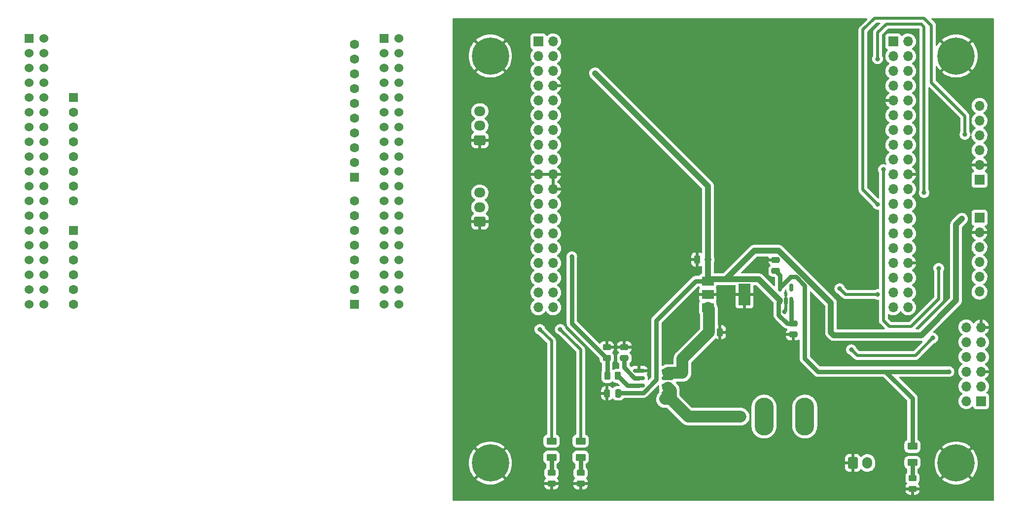
<source format=gbr>
%TF.GenerationSoftware,KiCad,Pcbnew,(6.0.7)*%
%TF.CreationDate,2023-04-14T09:22:28+03:00*%
%TF.ProjectId,KiCAD design,4b694341-4420-4646-9573-69676e2e6b69,rev?*%
%TF.SameCoordinates,Original*%
%TF.FileFunction,Copper,L1,Top*%
%TF.FilePolarity,Positive*%
%FSLAX46Y46*%
G04 Gerber Fmt 4.6, Leading zero omitted, Abs format (unit mm)*
G04 Created by KiCad (PCBNEW (6.0.7)) date 2023-04-14 09:22:28*
%MOMM*%
%LPD*%
G01*
G04 APERTURE LIST*
G04 Aperture macros list*
%AMRoundRect*
0 Rectangle with rounded corners*
0 $1 Rounding radius*
0 $2 $3 $4 $5 $6 $7 $8 $9 X,Y pos of 4 corners*
0 Add a 4 corners polygon primitive as box body*
4,1,4,$2,$3,$4,$5,$6,$7,$8,$9,$2,$3,0*
0 Add four circle primitives for the rounded corners*
1,1,$1+$1,$2,$3*
1,1,$1+$1,$4,$5*
1,1,$1+$1,$6,$7*
1,1,$1+$1,$8,$9*
0 Add four rect primitives between the rounded corners*
20,1,$1+$1,$2,$3,$4,$5,0*
20,1,$1+$1,$4,$5,$6,$7,0*
20,1,$1+$1,$6,$7,$8,$9,0*
20,1,$1+$1,$8,$9,$2,$3,0*%
G04 Aperture macros list end*
%TA.AperFunction,ComponentPad*%
%ADD10R,1.700000X1.700000*%
%TD*%
%TA.AperFunction,ComponentPad*%
%ADD11O,1.700000X1.700000*%
%TD*%
%TA.AperFunction,SMDPad,CuDef*%
%ADD12RoundRect,0.250000X-0.475000X0.250000X-0.475000X-0.250000X0.475000X-0.250000X0.475000X0.250000X0*%
%TD*%
%TA.AperFunction,SMDPad,CuDef*%
%ADD13RoundRect,0.250000X-0.450000X0.262500X-0.450000X-0.262500X0.450000X-0.262500X0.450000X0.262500X0*%
%TD*%
%TA.AperFunction,SMDPad,CuDef*%
%ADD14RoundRect,0.150000X0.825000X0.150000X-0.825000X0.150000X-0.825000X-0.150000X0.825000X-0.150000X0*%
%TD*%
%TA.AperFunction,SMDPad,CuDef*%
%ADD15RoundRect,0.250000X-0.250000X-0.475000X0.250000X-0.475000X0.250000X0.475000X-0.250000X0.475000X0*%
%TD*%
%TA.AperFunction,ComponentPad*%
%ADD16RoundRect,0.250000X0.725000X-0.600000X0.725000X0.600000X-0.725000X0.600000X-0.725000X-0.600000X0*%
%TD*%
%TA.AperFunction,ComponentPad*%
%ADD17O,1.950000X1.700000*%
%TD*%
%TA.AperFunction,SMDPad,CuDef*%
%ADD18RoundRect,0.250000X0.250000X0.475000X-0.250000X0.475000X-0.250000X-0.475000X0.250000X-0.475000X0*%
%TD*%
%TA.AperFunction,ComponentPad*%
%ADD19C,0.800000*%
%TD*%
%TA.AperFunction,ComponentPad*%
%ADD20C,6.400000*%
%TD*%
%TA.AperFunction,SMDPad,CuDef*%
%ADD21R,2.000000X1.500000*%
%TD*%
%TA.AperFunction,SMDPad,CuDef*%
%ADD22R,2.000000X3.800000*%
%TD*%
%TA.AperFunction,SMDPad,CuDef*%
%ADD23RoundRect,0.250000X0.625000X-0.375000X0.625000X0.375000X-0.625000X0.375000X-0.625000X-0.375000X0*%
%TD*%
%TA.AperFunction,SMDPad,CuDef*%
%ADD24RoundRect,0.250000X0.450000X-0.262500X0.450000X0.262500X-0.450000X0.262500X-0.450000X-0.262500X0*%
%TD*%
%TA.AperFunction,ComponentPad*%
%ADD25O,3.260000X6.520000*%
%TD*%
%TA.AperFunction,ComponentPad*%
%ADD26R,1.605000X1.605000*%
%TD*%
%TA.AperFunction,ComponentPad*%
%ADD27C,1.605000*%
%TD*%
%TA.AperFunction,ComponentPad*%
%ADD28R,1.530000X1.530000*%
%TD*%
%TA.AperFunction,ComponentPad*%
%ADD29C,1.530000*%
%TD*%
%TA.AperFunction,SMDPad,CuDef*%
%ADD30RoundRect,0.250000X0.475000X-0.250000X0.475000X0.250000X-0.475000X0.250000X-0.475000X-0.250000X0*%
%TD*%
%TA.AperFunction,ComponentPad*%
%ADD31RoundRect,0.250000X-0.600000X-0.750000X0.600000X-0.750000X0.600000X0.750000X-0.600000X0.750000X0*%
%TD*%
%TA.AperFunction,ComponentPad*%
%ADD32O,1.700000X2.000000*%
%TD*%
%TA.AperFunction,SMDPad,CuDef*%
%ADD33RoundRect,0.250000X0.262500X0.450000X-0.262500X0.450000X-0.262500X-0.450000X0.262500X-0.450000X0*%
%TD*%
%TA.AperFunction,SMDPad,CuDef*%
%ADD34RoundRect,0.150000X0.150000X-0.512500X0.150000X0.512500X-0.150000X0.512500X-0.150000X-0.512500X0*%
%TD*%
%TA.AperFunction,ViaPad*%
%ADD35C,0.800000*%
%TD*%
%TA.AperFunction,Conductor*%
%ADD36C,2.000000*%
%TD*%
%TA.AperFunction,Conductor*%
%ADD37C,0.500000*%
%TD*%
%TA.AperFunction,Conductor*%
%ADD38C,1.000000*%
%TD*%
%TA.AperFunction,Conductor*%
%ADD39C,0.750000*%
%TD*%
G04 APERTURE END LIST*
D10*
%TO.P,J204,1,Pin_1*%
%TO.N,/CONNECTORS/TOF2_SDA*%
X179200000Y-57500000D03*
D11*
%TO.P,J204,2,Pin_2*%
%TO.N,/CONNECTORS/TOF2_DATA_READY*%
X181740000Y-57500000D03*
%TO.P,J204,3,Pin_3*%
%TO.N,/CONNECTORS/PB8*%
X179200000Y-60040000D03*
%TO.P,J204,4,Pin_4*%
%TO.N,/CONNECTORS/PC6*%
X181740000Y-60040000D03*
%TO.P,J204,5,Pin_5*%
%TO.N,/CONNECTORS/TOF1_SDA*%
X179200000Y-62580000D03*
%TO.P,J204,6,Pin_6*%
%TO.N,/CONNECTORS/PC5*%
X181740000Y-62580000D03*
%TO.P,J204,7,Pin_7*%
%TO.N,/CONNECTORS/AVDD*%
X179200000Y-65120000D03*
%TO.P,J204,8,Pin_8*%
%TO.N,/CONNECTORS/U5V*%
X181740000Y-65120000D03*
%TO.P,J204,9,Pin_9*%
%TO.N,GND*%
X179200000Y-67660000D03*
%TO.P,J204,10,Pin_10*%
%TO.N,unconnected-(J204-Pad10)*%
X181740000Y-67660000D03*
%TO.P,J204,11,Pin_11*%
%TO.N,/CONNECTORS/PA5*%
X179200000Y-70200000D03*
%TO.P,J204,12,Pin_12*%
%TO.N,/CONNECTORS/TOF2_XSHUT*%
X181740000Y-70200000D03*
%TO.P,J204,13,Pin_13*%
%TO.N,/CONNECTORS/PA6*%
X179200000Y-72740000D03*
%TO.P,J204,14,Pin_14*%
%TO.N,/CONNECTORS/PA11*%
X181740000Y-72740000D03*
%TO.P,J204,15,Pin_15*%
%TO.N,/CONNECTORS/PA7*%
X179200000Y-75280000D03*
%TO.P,J204,16,Pin_16*%
%TO.N,/CONNECTORS/PB12*%
X181740000Y-75280000D03*
%TO.P,J204,17,Pin_17*%
%TO.N,/CONNECTORS/TOF1_SCL*%
X179200000Y-77820000D03*
%TO.P,J204,18,Pin_18*%
%TO.N,unconnected-(J204-Pad18)*%
X181740000Y-77820000D03*
%TO.P,J204,19,Pin_19*%
%TO.N,unconnected-(J204-Pad19)*%
X179200000Y-80360000D03*
%TO.P,J204,20,Pin_20*%
%TO.N,GND*%
X181740000Y-80360000D03*
%TO.P,J204,21,Pin_21*%
%TO.N,/CONNECTORS/Bluetooth_TX*%
X179200000Y-82900000D03*
%TO.P,J204,22,Pin_22*%
%TO.N,/CONNECTORS/PB2*%
X181740000Y-82900000D03*
%TO.P,J204,23,Pin_23*%
%TO.N,/CONNECTORS/TOF2_SCL*%
X179200000Y-85440000D03*
%TO.P,J204,24,Pin_24*%
%TO.N,/CONNECTORS/PB1*%
X181740000Y-85440000D03*
%TO.P,J204,25,Pin_25*%
%TO.N,unconnected-(J204-Pad25)*%
X179200000Y-87980000D03*
%TO.P,J204,26,Pin_26*%
%TO.N,/CONNECTORS/PB15*%
X181740000Y-87980000D03*
%TO.P,J204,27,Pin_27*%
%TO.N,unconnected-(J204-Pad27)*%
X179200000Y-90520000D03*
%TO.P,J204,28,Pin_28*%
%TO.N,unconnected-(J204-Pad28)*%
X181740000Y-90520000D03*
%TO.P,J204,29,Pin_29*%
%TO.N,/CONNECTORS/TOF1_DATA_READY*%
X179200000Y-93060000D03*
%TO.P,J204,30,Pin_30*%
%TO.N,unconnected-(J204-Pad30)*%
X181740000Y-93060000D03*
%TO.P,J204,31,Pin_31*%
%TO.N,/CONNECTORS/PB3*%
X179200000Y-95600000D03*
%TO.P,J204,32,Pin_32*%
%TO.N,GND*%
X181740000Y-95600000D03*
%TO.P,J204,33,Pin_33*%
%TO.N,/CONNECTORS/Bluetooth_RX*%
X179200000Y-98140000D03*
%TO.P,J204,34,Pin_34*%
%TO.N,/CONNECTORS/TOF1_XSHUT*%
X181740000Y-98140000D03*
%TO.P,J204,35,Pin_35*%
%TO.N,/CONNECTORS/USART_HD_ARM*%
X179200000Y-100680000D03*
%TO.P,J204,36,Pin_36*%
%TO.N,unconnected-(J204-Pad36)*%
X181740000Y-100680000D03*
%TO.P,J204,37,Pin_37*%
%TO.N,/CONNECTORS/PA3*%
X179200000Y-103220000D03*
%TO.P,J204,38,Pin_38*%
%TO.N,unconnected-(J204-Pad38)*%
X181740000Y-103220000D03*
%TD*%
D12*
%TO.P,C402,1*%
%TO.N,GND*%
X133000000Y-110050000D03*
%TO.P,C402,2*%
%TO.N,Net-(C402-Pad2)*%
X133000000Y-111950000D03*
%TD*%
D10*
%TO.P,J401,1,Pin_1*%
%TO.N,/CONNECTORS/RTS*%
X194275000Y-119350000D03*
D11*
%TO.P,J401,2,Pin_2*%
%TO.N,/CONNECTORS/Bluetooth_RX*%
X191735000Y-119350000D03*
%TO.P,J401,3,Pin_3*%
%TO.N,/CONNECTORS/Bluetooth_TX*%
X194275000Y-116810000D03*
%TO.P,J401,4,Pin_4*%
%TO.N,/CONNECTORS/CTS*%
X191735000Y-116810000D03*
%TO.P,J401,5,Pin_5*%
%TO.N,GND*%
X194275000Y-114270000D03*
%TO.P,J401,6,Pin_6*%
%TO.N,+3.3V*%
X191735000Y-114270000D03*
%TO.P,J401,7,Pin_7*%
%TO.N,/CONNECTORS/P1_2*%
X194275000Y-111730000D03*
%TO.P,J401,8,Pin_8*%
%TO.N,+3.3V*%
X191735000Y-111730000D03*
%TO.P,J401,9,Pin_9*%
%TO.N,/CONNECTORS/MODE*%
X194275000Y-109190000D03*
%TO.P,J401,10,Pin_10*%
%TO.N,/CONNECTORS/P1_6*%
X191735000Y-109190000D03*
%TO.P,J401,11,Pin_11*%
%TO.N,GND*%
X194275000Y-106650000D03*
%TO.P,J401,12,Pin_12*%
%TO.N,+3.3V*%
X191735000Y-106650000D03*
%TD*%
D13*
%TO.P,R402,1*%
%TO.N,Net-(D402-Pad1)*%
X120500000Y-131687500D03*
%TO.P,R402,2*%
%TO.N,GND*%
X120500000Y-133512500D03*
%TD*%
D14*
%TO.P,U401,1,IP+*%
%TO.N,/ON_BOARD_COMPONENTS/IP+*%
X140475000Y-117905000D03*
%TO.P,U401,2,IP+*%
X140475000Y-116635000D03*
%TO.P,U401,3,IP-*%
%TO.N,+12V*%
X140475000Y-115365000D03*
%TO.P,U401,4,IP-*%
X140475000Y-114095000D03*
%TO.P,U401,5,GND*%
%TO.N,GND*%
X135525000Y-114095000D03*
%TO.P,U401,6,FILTER*%
%TO.N,Net-(C402-Pad2)*%
X135525000Y-115365000D03*
%TO.P,U401,7,VIOUT*%
%TO.N,Net-(R404-Pad1)*%
X135525000Y-116635000D03*
%TO.P,U401,8,VCC*%
%TO.N,+5V*%
X135525000Y-117905000D03*
%TD*%
D15*
%TO.P,C401,1*%
%TO.N,GND*%
X130050000Y-118000000D03*
%TO.P,C401,2*%
%TO.N,+5V*%
X131950000Y-118000000D03*
%TD*%
D16*
%TO.P,J203,1,Pin_1*%
%TO.N,GND*%
X108200000Y-74500000D03*
D17*
%TO.P,J203,2,Pin_2*%
%TO.N,+12V*%
X108200000Y-72000000D03*
%TO.P,J203,3,Pin_3*%
%TO.N,/CONNECTORS/USART_HD_BASE*%
X108200000Y-69500000D03*
%TD*%
D10*
%TO.P,J206,1,Pin_1*%
%TO.N,+5V*%
X194000000Y-81270000D03*
D11*
%TO.P,J206,2,Pin_2*%
%TO.N,GND*%
X194000000Y-78730000D03*
%TO.P,J206,3,Pin_3*%
%TO.N,/CONNECTORS/TOF2_SDA*%
X194000000Y-76190000D03*
%TO.P,J206,4,Pin_4*%
%TO.N,/CONNECTORS/TOF2_SCL*%
X194000000Y-73650000D03*
%TO.P,J206,5,Pin_5*%
%TO.N,/CONNECTORS/TOF2_XSHUT*%
X194000000Y-71110000D03*
%TO.P,J206,6,Pin_6*%
%TO.N,/CONNECTORS/TOF2_DATA_READY*%
X194000000Y-68570000D03*
%TD*%
D18*
%TO.P,C302,1*%
%TO.N,+5V*%
X147400000Y-95000000D03*
%TO.P,C302,2*%
%TO.N,GND*%
X145500000Y-95000000D03*
%TD*%
D19*
%TO.P,H101,1,1*%
%TO.N,GND*%
X191697056Y-61697056D03*
X191697056Y-58302944D03*
X187600000Y-60000000D03*
X192400000Y-60000000D03*
X188302944Y-61697056D03*
X188302944Y-58302944D03*
X190000000Y-57600000D03*
X190000000Y-62400000D03*
D20*
X190000000Y-60000000D03*
%TD*%
D15*
%TO.P,C301,1*%
%TO.N,+12V*%
X147550000Y-107500000D03*
%TO.P,C301,2*%
%TO.N,GND*%
X149450000Y-107500000D03*
%TD*%
D13*
%TO.P,R403,1*%
%TO.N,Net-(D403-Pad1)*%
X125500000Y-131687500D03*
%TO.P,R403,2*%
%TO.N,GND*%
X125500000Y-133512500D03*
%TD*%
D21*
%TO.P,U301,1,OUT*%
%TO.N,+5V*%
X147350000Y-98700000D03*
%TO.P,U301,2,GND*%
%TO.N,GND*%
X147350000Y-101000000D03*
D22*
X153650000Y-101000000D03*
D21*
%TO.P,U301,3,IN*%
%TO.N,+12V*%
X147350000Y-103300000D03*
%TD*%
D12*
%TO.P,C303,1*%
%TO.N,+5V*%
X162000000Y-106000000D03*
%TO.P,C303,2*%
%TO.N,GND*%
X162000000Y-107900000D03*
%TD*%
D10*
%TO.P,J208,1,Pin_1*%
%TO.N,+5V*%
X194000000Y-87840000D03*
D11*
%TO.P,J208,2,Pin_2*%
%TO.N,GND*%
X194000000Y-90380000D03*
%TO.P,J208,3,Pin_3*%
%TO.N,/CONNECTORS/TOF1_SDA*%
X194000000Y-92920000D03*
%TO.P,J208,4,Pin_4*%
%TO.N,/CONNECTORS/TOF1_SCL*%
X194000000Y-95460000D03*
%TO.P,J208,5,Pin_5*%
%TO.N,/CONNECTORS/TOF1_XSHUT*%
X194000000Y-98000000D03*
%TO.P,J208,6,Pin_6*%
%TO.N,/CONNECTORS/TOF1_DATA_READY*%
X194000000Y-100540000D03*
%TD*%
D23*
%TO.P,D402,1,K*%
%TO.N,Net-(D402-Pad1)*%
X120500000Y-129000000D03*
%TO.P,D402,2,A*%
%TO.N,/CONNECTORS/LED2*%
X120500000Y-126200000D03*
%TD*%
D19*
%TO.P,H104,1,1*%
%TO.N,GND*%
X111697056Y-58302944D03*
X110000000Y-62400000D03*
X112400000Y-60000000D03*
D20*
X110000000Y-60000000D03*
D19*
X108302944Y-61697056D03*
X111697056Y-61697056D03*
X108302944Y-58302944D03*
X107600000Y-60000000D03*
X110000000Y-57600000D03*
%TD*%
D10*
%TO.P,J201,1,Pin_1*%
%TO.N,/CONNECTORS/USART_HD_BASE*%
X118250000Y-57500000D03*
D11*
%TO.P,J201,2,Pin_2*%
%TO.N,/CONNECTORS/PC11*%
X120790000Y-57500000D03*
%TO.P,J201,3,Pin_3*%
%TO.N,/CONNECTORS/PC12*%
X118250000Y-60040000D03*
%TO.P,J201,4,Pin_4*%
%TO.N,/CONNECTORS/PD2*%
X120790000Y-60040000D03*
%TO.P,J201,5,Pin_5*%
%TO.N,/CONNECTORS/VDD*%
X118250000Y-62580000D03*
%TO.P,J201,6,Pin_6*%
%TO.N,+5V*%
X120790000Y-62580000D03*
%TO.P,J201,7,Pin_7*%
%TO.N,/CONNECTORS/BOOT0*%
X118250000Y-65120000D03*
%TO.P,J201,8,Pin_8*%
%TO.N,GND*%
X120790000Y-65120000D03*
%TO.P,J201,9,Pin_9*%
%TO.N,unconnected-(J201-Pad9)*%
X118250000Y-67660000D03*
%TO.P,J201,10,Pin_10*%
%TO.N,unconnected-(J201-Pad10)*%
X120790000Y-67660000D03*
%TO.P,J201,11,Pin_11*%
%TO.N,unconnected-(J201-Pad11)*%
X118250000Y-70200000D03*
%TO.P,J201,12,Pin_12*%
%TO.N,/CONNECTORS/IOREF*%
X120790000Y-70200000D03*
%TO.P,J201,13,Pin_13*%
%TO.N,/CONNECTORS/PA13*%
X118250000Y-72740000D03*
%TO.P,J201,14,Pin_14*%
%TO.N,/CONNECTORS/RESET*%
X120790000Y-72740000D03*
%TO.P,J201,15,Pin_15*%
%TO.N,/CONNECTORS/PA14*%
X118250000Y-75280000D03*
%TO.P,J201,16,Pin_16*%
%TO.N,/CONNECTORS/BT_3.3V*%
X120790000Y-75280000D03*
%TO.P,J201,17,Pin_17*%
%TO.N,/CONNECTORS/PA15*%
X118250000Y-77820000D03*
%TO.P,J201,18,Pin_18*%
%TO.N,unconnected-(J201-Pad18)*%
X120790000Y-77820000D03*
%TO.P,J201,19,Pin_19*%
%TO.N,GND*%
X118250000Y-80360000D03*
%TO.P,J201,20,Pin_20*%
X120790000Y-80360000D03*
%TO.P,J201,21,Pin_21*%
%TO.N,unconnected-(J201-Pad21)*%
X118250000Y-82900000D03*
%TO.P,J201,22,Pin_22*%
%TO.N,GND*%
X120790000Y-82900000D03*
%TO.P,J201,23,Pin_23*%
%TO.N,/CONNECTORS/PC13*%
X118250000Y-85440000D03*
%TO.P,J201,24,Pin_24*%
%TO.N,/CONNECTORS/VIN*%
X120790000Y-85440000D03*
%TO.P,J201,25,Pin_25*%
%TO.N,/CONNECTORS/PC14*%
X118250000Y-87980000D03*
%TO.P,J201,26,Pin_26*%
%TO.N,unconnected-(J201-Pad26)*%
X120790000Y-87980000D03*
%TO.P,J201,27,Pin_27*%
%TO.N,/CONNECTORS/PC15*%
X118250000Y-90520000D03*
%TO.P,J201,28,Pin_28*%
%TO.N,/CONNECTORS/PA0*%
X120790000Y-90520000D03*
%TO.P,J201,29,Pin_29*%
%TO.N,/CONNECTORS/PH0*%
X118250000Y-93060000D03*
%TO.P,J201,30,Pin_30*%
%TO.N,/CONNECTORS/CURRENT_MEASURE*%
X120790000Y-93060000D03*
%TO.P,J201,31,Pin_31*%
%TO.N,/CONNECTORS/PH1*%
X118250000Y-95600000D03*
%TO.P,J201,32,Pin_32*%
%TO.N,/CONNECTORS/PA4*%
X120790000Y-95600000D03*
%TO.P,J201,33,Pin_33*%
%TO.N,/CONNECTORS/VBAT*%
X118250000Y-98140000D03*
%TO.P,J201,34,Pin_34*%
%TO.N,/CONNECTORS/PB0*%
X120790000Y-98140000D03*
%TO.P,J201,35,Pin_35*%
%TO.N,/CONNECTORS/PC2*%
X118250000Y-100680000D03*
%TO.P,J201,36,Pin_36*%
%TO.N,/CONNECTORS/PC1*%
X120790000Y-100680000D03*
%TO.P,J201,37,Pin_37*%
%TO.N,/CONNECTORS/LED2*%
X118250000Y-103220000D03*
%TO.P,J201,38,Pin_38*%
%TO.N,/CONNECTORS/LED1*%
X120790000Y-103220000D03*
%TD*%
D19*
%TO.P,H102,1,1*%
%TO.N,GND*%
X111697056Y-131697056D03*
D20*
X110000000Y-130000000D03*
D19*
X111697056Y-128302944D03*
X108302944Y-131697056D03*
X107600000Y-130000000D03*
X110000000Y-132400000D03*
X108302944Y-128302944D03*
X112400000Y-130000000D03*
X110000000Y-127600000D03*
%TD*%
D13*
%TO.P,R401,1*%
%TO.N,Net-(D401-Pad1)*%
X182500000Y-132587500D03*
%TO.P,R401,2*%
%TO.N,GND*%
X182500000Y-134412500D03*
%TD*%
D24*
%TO.P,R405,1*%
%TO.N,/CONNECTORS/CURRENT_MEASURE*%
X130000000Y-111912500D03*
%TO.P,R405,2*%
%TO.N,GND*%
X130000000Y-110087500D03*
%TD*%
D19*
%TO.P,H103,1,1*%
%TO.N,GND*%
X191697056Y-131697056D03*
X187600000Y-130000000D03*
X188302944Y-128302944D03*
X190000000Y-127600000D03*
X188302944Y-131697056D03*
X192400000Y-130000000D03*
X191697056Y-128302944D03*
X190000000Y-132400000D03*
D20*
X190000000Y-130000000D03*
%TD*%
D23*
%TO.P,D401,1,K*%
%TO.N,Net-(D401-Pad1)*%
X182500000Y-129900000D03*
%TO.P,D401,2,A*%
%TO.N,+3.3V*%
X182500000Y-127100000D03*
%TD*%
D25*
%TO.P,SW301,1,A*%
%TO.N,/CONNECTORS/BATT*%
X164000000Y-122000000D03*
%TO.P,SW301,2,B*%
%TO.N,/ON_BOARD_COMPONENTS/IP+*%
X157000000Y-122000000D03*
%TD*%
D26*
%TO.P,U101,CN5_1*%
%TO.N,N/C*%
X86630000Y-80870000D03*
D27*
%TO.P,U101,CN5_2*%
X86630000Y-78330000D03*
%TO.P,U101,CN5_3*%
X86630000Y-75790000D03*
%TO.P,U101,CN5_4*%
X86630000Y-73250000D03*
%TO.P,U101,CN5_5*%
X86630000Y-70710000D03*
%TO.P,U101,CN5_6*%
X86630000Y-68170000D03*
%TO.P,U101,CN5_7*%
X86630000Y-65630000D03*
%TO.P,U101,CN5_8*%
X86630000Y-63090000D03*
%TO.P,U101,CN5_9*%
X86630000Y-60550000D03*
%TO.P,U101,CN5_10*%
X86630000Y-58010000D03*
D26*
%TO.P,U101,CN6_1*%
X38370000Y-67150000D03*
D27*
%TO.P,U101,CN6_2*%
X38370000Y-69690000D03*
%TO.P,U101,CN6_3*%
X38370000Y-72230000D03*
%TO.P,U101,CN6_4*%
X38370000Y-74770000D03*
%TO.P,U101,CN6_5*%
X38370000Y-77310000D03*
%TO.P,U101,CN6_6*%
X38370000Y-79850000D03*
%TO.P,U101,CN6_7*%
X38370000Y-82390000D03*
%TO.P,U101,CN6_8*%
X38370000Y-84930000D03*
D28*
%TO.P,U101,CN7_1*%
X30750000Y-56990000D03*
D29*
%TO.P,U101,CN7_2*%
X33290000Y-56990000D03*
%TO.P,U101,CN7_3*%
X30750000Y-59530000D03*
%TO.P,U101,CN7_4*%
X33290000Y-59530000D03*
%TO.P,U101,CN7_5*%
X30750000Y-62070000D03*
%TO.P,U101,CN7_6*%
X33290000Y-62070000D03*
%TO.P,U101,CN7_7*%
X30750000Y-64610000D03*
%TO.P,U101,CN7_8*%
X33290000Y-64610000D03*
%TO.P,U101,CN7_9*%
X30750000Y-67150000D03*
%TO.P,U101,CN7_10*%
X33290000Y-67150000D03*
%TO.P,U101,CN7_11*%
X30750000Y-69690000D03*
%TO.P,U101,CN7_12*%
X33290000Y-69690000D03*
%TO.P,U101,CN7_13*%
X30750000Y-72230000D03*
%TO.P,U101,CN7_14*%
X33290000Y-72230000D03*
%TO.P,U101,CN7_15*%
X30750000Y-74770000D03*
%TO.P,U101,CN7_16*%
X33290000Y-74770000D03*
%TO.P,U101,CN7_17*%
X30750000Y-77310000D03*
%TO.P,U101,CN7_18*%
X33290000Y-77310000D03*
%TO.P,U101,CN7_19*%
X30750000Y-79850000D03*
%TO.P,U101,CN7_20*%
X33290000Y-79850000D03*
%TO.P,U101,CN7_21*%
X30750000Y-82390000D03*
%TO.P,U101,CN7_22*%
X33290000Y-82390000D03*
%TO.P,U101,CN7_23*%
X30750000Y-84930000D03*
%TO.P,U101,CN7_24*%
X33290000Y-84930000D03*
%TO.P,U101,CN7_25*%
X30750000Y-87470000D03*
%TO.P,U101,CN7_26*%
X33290000Y-87470000D03*
%TO.P,U101,CN7_27*%
X30750000Y-90010000D03*
%TO.P,U101,CN7_28*%
X33290000Y-90010000D03*
%TO.P,U101,CN7_29*%
X30750000Y-92550000D03*
%TO.P,U101,CN7_30*%
X33290000Y-92550000D03*
%TO.P,U101,CN7_31*%
X30750000Y-95090000D03*
%TO.P,U101,CN7_32*%
X33290000Y-95090000D03*
%TO.P,U101,CN7_33*%
X30750000Y-97630000D03*
%TO.P,U101,CN7_34*%
X33290000Y-97630000D03*
%TO.P,U101,CN7_35*%
X30750000Y-100170000D03*
%TO.P,U101,CN7_36*%
X33290000Y-100170000D03*
%TO.P,U101,CN7_37*%
X30750000Y-102710000D03*
%TO.P,U101,CN7_38*%
X33290000Y-102710000D03*
D26*
%TO.P,U101,CN8_1*%
X38370000Y-90010000D03*
D27*
%TO.P,U101,CN8_2*%
X38370000Y-92550000D03*
%TO.P,U101,CN8_3*%
X38370000Y-95090000D03*
%TO.P,U101,CN8_4*%
X38370000Y-97630000D03*
%TO.P,U101,CN8_5*%
X38370000Y-100170000D03*
%TO.P,U101,CN8_6*%
X38370000Y-102710000D03*
D26*
%TO.P,U101,CN9_1*%
X86630000Y-102710000D03*
D27*
%TO.P,U101,CN9_2*%
X86630000Y-100170000D03*
%TO.P,U101,CN9_3*%
X86630000Y-97630000D03*
%TO.P,U101,CN9_4*%
X86630000Y-95090000D03*
%TO.P,U101,CN9_5*%
X86630000Y-92550000D03*
%TO.P,U101,CN9_6*%
X86630000Y-90010000D03*
%TO.P,U101,CN9_7*%
X86630000Y-87470000D03*
%TO.P,U101,CN9_8*%
X86630000Y-84930000D03*
D28*
%TO.P,U101,CN10_1*%
X91710000Y-56990000D03*
D29*
%TO.P,U101,CN10_2*%
X94250000Y-56990000D03*
%TO.P,U101,CN10_3*%
X91710000Y-59530000D03*
%TO.P,U101,CN10_4*%
X94250000Y-59530000D03*
%TO.P,U101,CN10_5*%
X91710000Y-62070000D03*
%TO.P,U101,CN10_6*%
X94250000Y-62070000D03*
%TO.P,U101,CN10_7*%
X91710000Y-64610000D03*
%TO.P,U101,CN10_8*%
X94250000Y-64610000D03*
%TO.P,U101,CN10_9*%
X91710000Y-67150000D03*
%TO.P,U101,CN10_10*%
X94250000Y-67150000D03*
%TO.P,U101,CN10_11*%
X91710000Y-69690000D03*
%TO.P,U101,CN10_12*%
X94250000Y-69690000D03*
%TO.P,U101,CN10_13*%
X91710000Y-72230000D03*
%TO.P,U101,CN10_14*%
X94250000Y-72230000D03*
%TO.P,U101,CN10_15*%
X91710000Y-74770000D03*
%TO.P,U101,CN10_16*%
X94250000Y-74770000D03*
%TO.P,U101,CN10_17*%
X91710000Y-77310000D03*
%TO.P,U101,CN10_18*%
X94250000Y-77310000D03*
%TO.P,U101,CN10_19*%
X91710000Y-79850000D03*
%TO.P,U101,CN10_20*%
X94250000Y-79850000D03*
%TO.P,U101,CN10_21*%
X91710000Y-82390000D03*
%TO.P,U101,CN10_22*%
X94250000Y-82390000D03*
%TO.P,U101,CN10_23*%
X91710000Y-84930000D03*
%TO.P,U101,CN10_24*%
X94250000Y-84930000D03*
%TO.P,U101,CN10_25*%
X91710000Y-87470000D03*
%TO.P,U101,CN10_26*%
X94250000Y-87470000D03*
%TO.P,U101,CN10_27*%
X91710000Y-90010000D03*
%TO.P,U101,CN10_28*%
X94250000Y-90010000D03*
%TO.P,U101,CN10_29*%
X91710000Y-92550000D03*
%TO.P,U101,CN10_30*%
X94250000Y-92550000D03*
%TO.P,U101,CN10_31*%
X91710000Y-95090000D03*
%TO.P,U101,CN10_32*%
X94250000Y-95090000D03*
%TO.P,U101,CN10_33*%
X91710000Y-97630000D03*
%TO.P,U101,CN10_34*%
X94250000Y-97630000D03*
%TO.P,U101,CN10_35*%
X91710000Y-100170000D03*
%TO.P,U101,CN10_36*%
X94250000Y-100170000D03*
%TO.P,U101,CN10_37*%
X91710000Y-102710000D03*
%TO.P,U101,CN10_38*%
X94250000Y-102710000D03*
%TD*%
D23*
%TO.P,D403,1,K*%
%TO.N,Net-(D403-Pad1)*%
X125500000Y-129000000D03*
%TO.P,D403,2,A*%
%TO.N,/CONNECTORS/LED1*%
X125500000Y-126200000D03*
%TD*%
D30*
%TO.P,C304,1*%
%TO.N,+3.3V*%
X159000000Y-96950000D03*
%TO.P,C304,2*%
%TO.N,GND*%
X159000000Y-95050000D03*
%TD*%
D31*
%TO.P,J205,1,Pin_1*%
%TO.N,GND*%
X172250000Y-129975000D03*
D32*
%TO.P,J205,2,Pin_2*%
%TO.N,/CONNECTORS/BATT*%
X174750000Y-129975000D03*
%TD*%
D16*
%TO.P,J202,1,Pin_1*%
%TO.N,GND*%
X108200000Y-88500000D03*
D17*
%TO.P,J202,2,Pin_2*%
%TO.N,+12V*%
X108200000Y-86000000D03*
%TO.P,J202,3,Pin_3*%
%TO.N,/CONNECTORS/USART_HD_ARM*%
X108200000Y-83500000D03*
%TD*%
D33*
%TO.P,R404,1*%
%TO.N,Net-(R404-Pad1)*%
X131912500Y-115000000D03*
%TO.P,R404,2*%
%TO.N,/CONNECTORS/CURRENT_MEASURE*%
X130087500Y-115000000D03*
%TD*%
D34*
%TO.P,U302,1,VIN*%
%TO.N,+5V*%
X159775000Y-102087500D03*
%TO.P,U302,2,GND*%
%TO.N,GND*%
X160725000Y-102087500D03*
%TO.P,U302,3,~{SHDN}*%
%TO.N,+5V*%
X161675000Y-102087500D03*
%TO.P,U302,4,NC*%
%TO.N,unconnected-(U302-Pad4)*%
X161675000Y-99812500D03*
%TO.P,U302,5,VOUT*%
%TO.N,+3.3V*%
X159775000Y-99812500D03*
%TD*%
D35*
%TO.N,+12V*%
X143000000Y-114500000D03*
%TO.N,GND*%
X157500000Y-95000000D03*
X160500000Y-104000000D03*
%TO.N,+5V*%
X128000000Y-63000000D03*
X191000000Y-88000000D03*
%TO.N,+3.3V*%
X188770000Y-114270000D03*
%TO.N,/CONNECTORS/LED2*%
X118500000Y-107000000D03*
%TO.N,/CONNECTORS/LED1*%
X122000000Y-107000000D03*
%TO.N,/CONNECTORS/TOF1_SDA*%
X176500000Y-60500000D03*
X184500000Y-83500000D03*
%TO.N,/CONNECTORS/CURRENT_MEASURE*%
X124000000Y-94500000D03*
%TO.N,/CONNECTORS/USART_HD_ARM*%
X170000000Y-100000000D03*
X176500000Y-101000000D03*
%TO.N,/CONNECTORS/TOF1_SCL*%
X177500000Y-79520000D03*
X187000000Y-96500000D03*
%TO.N,/CONNECTORS/TOF2_SCL*%
X176500000Y-85500000D03*
X191500000Y-73500000D03*
%TO.N,/CONNECTORS/TOF1_DATA_READY*%
X186000000Y-108500000D03*
X172000000Y-110500000D03*
%TO.N,/ON_BOARD_COMPONENTS/IP+*%
X153000000Y-122000000D03*
%TD*%
D36*
%TO.N,+12V*%
X147550000Y-107500000D02*
X147550000Y-103500000D01*
X143000000Y-112050000D02*
X147550000Y-107500000D01*
X143000000Y-114500000D02*
X143000000Y-112050000D01*
X143000000Y-114500000D02*
X140500000Y-114500000D01*
X147550000Y-103500000D02*
X147350000Y-103300000D01*
D37*
%TO.N,GND*%
X159000000Y-95050000D02*
X157550000Y-95050000D01*
X160725000Y-102087500D02*
X160725000Y-103775000D01*
X160725000Y-103775000D02*
X160500000Y-104000000D01*
X157550000Y-95050000D02*
X157500000Y-95000000D01*
D38*
%TO.N,+5V*%
X190000000Y-102000000D02*
X184000000Y-108000000D01*
X147350000Y-98700000D02*
X147350000Y-95050000D01*
D39*
X135525000Y-117905000D02*
X132045000Y-117905000D01*
X161675000Y-104400000D02*
X161675000Y-105625000D01*
D38*
X147350000Y-95050000D02*
X147400000Y-95000000D01*
X184000000Y-108000000D02*
X169000000Y-108000000D01*
X191000000Y-88000000D02*
X190000000Y-89000000D01*
X168500000Y-102479720D02*
X159520280Y-93500000D01*
X147500000Y-95000000D02*
X147331497Y-95000000D01*
D39*
X145300000Y-98700000D02*
X147350000Y-98700000D01*
D38*
X147400000Y-82400000D02*
X128000000Y-63000000D01*
D39*
X138500000Y-105500000D02*
X145300000Y-98700000D01*
X136255305Y-117905000D02*
X138500000Y-115660305D01*
X138500000Y-115660305D02*
X138500000Y-105500000D01*
X159775000Y-102087500D02*
X159525000Y-102337500D01*
D38*
X147400000Y-95000000D02*
X147400000Y-82400000D01*
D39*
X161000000Y-106000000D02*
X162000000Y-106000000D01*
D38*
X147350000Y-95150000D02*
X147500000Y-95000000D01*
D39*
X161675000Y-102087500D02*
X161675000Y-104400000D01*
D38*
X147350000Y-98700000D02*
X147650000Y-98400000D01*
X168500000Y-107500000D02*
X168500000Y-102479720D01*
D39*
X159525000Y-102337500D02*
X159525000Y-104525000D01*
D38*
X169000000Y-108000000D02*
X168500000Y-107500000D01*
X150400000Y-98400000D02*
X156087500Y-98400000D01*
X159520280Y-93500000D02*
X155300000Y-93500000D01*
X159725000Y-102037500D02*
X159725000Y-102087500D01*
D39*
X161675000Y-105625000D02*
X162050000Y-106000000D01*
X132045000Y-117905000D02*
X131950000Y-118000000D01*
X159525000Y-104525000D02*
X161000000Y-106000000D01*
D38*
X156087500Y-98400000D02*
X159725000Y-102037500D01*
X147650000Y-98400000D02*
X150400000Y-98400000D01*
X190000000Y-89000000D02*
X190000000Y-102000000D01*
X155300000Y-93500000D02*
X150400000Y-98400000D01*
D39*
X135525000Y-117905000D02*
X136255305Y-117905000D01*
%TO.N,+3.3V*%
X159775000Y-97725000D02*
X159000000Y-96950000D01*
X161500000Y-98000000D02*
X162500000Y-98000000D01*
X166270000Y-114270000D02*
X177891141Y-114270000D01*
X177891141Y-114270000D02*
X188770000Y-114270000D01*
X161500000Y-98087500D02*
X161500000Y-98000000D01*
X177891141Y-114270000D02*
X182500000Y-118878859D01*
X164000000Y-99500000D02*
X164000000Y-112000000D01*
X162500000Y-98000000D02*
X164000000Y-99500000D01*
X159775000Y-99812500D02*
X161500000Y-98087500D01*
X182500000Y-118878859D02*
X182500000Y-127012500D01*
X159775000Y-99812500D02*
X159775000Y-97725000D01*
X164000000Y-112000000D02*
X166270000Y-114270000D01*
%TO.N,Net-(C402-Pad2)*%
X134794695Y-115365000D02*
X133000000Y-113570305D01*
X133000000Y-113570305D02*
X133000000Y-111950000D01*
X135525000Y-115365000D02*
X134794695Y-115365000D01*
%TO.N,Net-(D401-Pad1)*%
X182500000Y-129812500D02*
X182500000Y-132500000D01*
%TO.N,Net-(D402-Pad1)*%
X120500000Y-129000000D02*
X120500000Y-131687500D01*
D37*
%TO.N,/CONNECTORS/LED2*%
X120500000Y-126200000D02*
X120500000Y-109000000D01*
X120500000Y-109000000D02*
X118500000Y-107000000D01*
D39*
%TO.N,Net-(D403-Pad1)*%
X125500000Y-129000000D02*
X125500000Y-131687500D01*
D37*
%TO.N,/CONNECTORS/LED1*%
X125500000Y-110500000D02*
X122000000Y-107000000D01*
X125500000Y-126200000D02*
X125500000Y-110500000D01*
%TO.N,/CONNECTORS/TOF1_SDA*%
X184000000Y-54500000D02*
X184500000Y-55000000D01*
X176500000Y-56000000D02*
X178000000Y-54500000D01*
X178000000Y-54500000D02*
X184000000Y-54500000D01*
X176500000Y-60500000D02*
X176500000Y-56000000D01*
X184500000Y-55000000D02*
X184500000Y-83500000D01*
D39*
%TO.N,/CONNECTORS/CURRENT_MEASURE*%
X130087500Y-115000000D02*
X130087500Y-112000000D01*
X124000000Y-105966726D02*
X124000000Y-94500000D01*
X130087500Y-112000000D02*
X130000000Y-111912500D01*
X129945774Y-111912500D02*
X124000000Y-105966726D01*
X130000000Y-111912500D02*
X129945774Y-111912500D01*
D37*
%TO.N,/CONNECTORS/USART_HD_ARM*%
X171000000Y-101000000D02*
X170000000Y-100000000D01*
X176500000Y-101000000D02*
X171000000Y-101000000D01*
%TO.N,/CONNECTORS/TOF1_SCL*%
X178500000Y-106500000D02*
X182250000Y-106500000D01*
X187000000Y-101750000D02*
X187000000Y-96500000D01*
X177500000Y-105500000D02*
X178500000Y-106500000D01*
X182250000Y-106500000D02*
X187000000Y-101750000D01*
X177500000Y-79520000D02*
X177500000Y-105500000D01*
%TO.N,/CONNECTORS/TOF2_SCL*%
X191500000Y-70325000D02*
X185756266Y-64581266D01*
X176000000Y-53500000D02*
X174000000Y-55500000D01*
X174000000Y-55500000D02*
X174000000Y-83000000D01*
X174000000Y-83000000D02*
X176500000Y-85500000D01*
X185756266Y-54756266D02*
X184500000Y-53500000D01*
X184500000Y-53500000D02*
X176000000Y-53500000D01*
X185756266Y-64581266D02*
X185756266Y-54756266D01*
X191500000Y-73500000D02*
X191500000Y-70325000D01*
%TO.N,/CONNECTORS/TOF1_DATA_READY*%
X173000000Y-111500000D02*
X183000000Y-111500000D01*
X183000000Y-111500000D02*
X186000000Y-108500000D01*
X172000000Y-110500000D02*
X173000000Y-111500000D01*
D39*
%TO.N,Net-(R404-Pad1)*%
X135525000Y-116635000D02*
X133547500Y-116635000D01*
X133547500Y-116635000D02*
X131912500Y-115000000D01*
D36*
%TO.N,/ON_BOARD_COMPONENTS/IP+*%
X141000000Y-119000000D02*
X140000000Y-119000000D01*
X153000000Y-122000000D02*
X144000000Y-122000000D01*
X141000000Y-119000000D02*
X141000000Y-117500000D01*
D37*
X140475000Y-117905000D02*
X141405000Y-117905000D01*
D36*
X144000000Y-122000000D02*
X141000000Y-119000000D01*
X141000000Y-117500000D02*
X140500000Y-117000000D01*
%TD*%
%TA.AperFunction,Conductor*%
%TO.N,GND*%
G36*
X174682750Y-53528502D02*
G01*
X174729243Y-53582158D01*
X174739347Y-53652432D01*
X174709853Y-53717012D01*
X174703724Y-53723595D01*
X173511089Y-54916230D01*
X173496677Y-54928616D01*
X173485082Y-54937149D01*
X173485077Y-54937154D01*
X173479182Y-54941492D01*
X173474443Y-54947070D01*
X173474440Y-54947073D01*
X173444965Y-54981768D01*
X173438035Y-54989284D01*
X173432340Y-54994979D01*
X173430060Y-54997861D01*
X173414719Y-55017251D01*
X173411928Y-55020655D01*
X173369409Y-55070703D01*
X173364667Y-55076285D01*
X173361339Y-55082801D01*
X173357972Y-55087850D01*
X173354805Y-55092979D01*
X173350266Y-55098716D01*
X173319345Y-55164875D01*
X173317442Y-55168769D01*
X173284231Y-55233808D01*
X173282492Y-55240916D01*
X173280393Y-55246559D01*
X173278476Y-55252322D01*
X173275378Y-55258950D01*
X173273888Y-55266112D01*
X173273888Y-55266113D01*
X173260514Y-55330412D01*
X173259544Y-55334696D01*
X173242192Y-55405610D01*
X173241500Y-55416764D01*
X173241464Y-55416762D01*
X173241225Y-55420755D01*
X173240851Y-55424947D01*
X173239360Y-55432115D01*
X173239558Y-55439432D01*
X173241454Y-55509521D01*
X173241500Y-55512928D01*
X173241500Y-82932930D01*
X173240067Y-82951880D01*
X173238339Y-82963240D01*
X173236801Y-82973349D01*
X173237394Y-82980641D01*
X173237394Y-82980644D01*
X173241085Y-83026018D01*
X173241500Y-83036233D01*
X173241500Y-83044293D01*
X173241925Y-83047937D01*
X173244789Y-83072507D01*
X173245222Y-83076882D01*
X173248951Y-83122721D01*
X173251140Y-83149637D01*
X173253396Y-83156601D01*
X173254587Y-83162560D01*
X173255971Y-83168415D01*
X173256818Y-83175681D01*
X173281735Y-83244327D01*
X173283152Y-83248455D01*
X173301080Y-83303794D01*
X173305649Y-83317899D01*
X173309445Y-83324154D01*
X173311951Y-83329628D01*
X173314670Y-83335058D01*
X173317167Y-83341937D01*
X173321180Y-83348057D01*
X173321180Y-83348058D01*
X173357186Y-83402976D01*
X173359523Y-83406680D01*
X173397405Y-83469107D01*
X173401121Y-83473315D01*
X173401122Y-83473316D01*
X173404803Y-83477484D01*
X173404776Y-83477508D01*
X173407429Y-83480500D01*
X173410132Y-83483733D01*
X173414144Y-83489852D01*
X173431787Y-83506565D01*
X173470383Y-83543128D01*
X173472825Y-83545506D01*
X175579875Y-85652556D01*
X175610613Y-85702714D01*
X175665473Y-85871556D01*
X175760960Y-86036944D01*
X175765378Y-86041851D01*
X175765379Y-86041852D01*
X175851445Y-86137438D01*
X175888747Y-86178866D01*
X176043248Y-86291118D01*
X176049276Y-86293802D01*
X176049278Y-86293803D01*
X176124148Y-86327137D01*
X176217712Y-86368794D01*
X176311113Y-86388647D01*
X176398056Y-86407128D01*
X176398061Y-86407128D01*
X176404513Y-86408500D01*
X176595487Y-86408500D01*
X176601942Y-86407128D01*
X176602332Y-86407087D01*
X176672170Y-86419860D01*
X176724016Y-86468363D01*
X176741500Y-86532397D01*
X176741500Y-99967603D01*
X176721498Y-100035724D01*
X176667842Y-100082217D01*
X176602332Y-100092913D01*
X176601942Y-100092872D01*
X176595487Y-100091500D01*
X176404513Y-100091500D01*
X176398061Y-100092872D01*
X176398056Y-100092872D01*
X176311113Y-100111353D01*
X176217712Y-100131206D01*
X176211682Y-100133891D01*
X176211681Y-100133891D01*
X176049278Y-100206197D01*
X176049276Y-100206198D01*
X176043248Y-100208882D01*
X176037909Y-100212761D01*
X176037902Y-100212765D01*
X176031472Y-100217437D01*
X175957413Y-100241500D01*
X171366371Y-100241500D01*
X171298250Y-100221498D01*
X171277276Y-100204595D01*
X170920125Y-99847444D01*
X170889387Y-99797285D01*
X170860467Y-99708277D01*
X170834527Y-99628444D01*
X170739040Y-99463056D01*
X170732084Y-99455330D01*
X170615675Y-99326045D01*
X170615674Y-99326044D01*
X170611253Y-99321134D01*
X170456752Y-99208882D01*
X170450724Y-99206198D01*
X170450722Y-99206197D01*
X170288319Y-99133891D01*
X170288318Y-99133891D01*
X170282288Y-99131206D01*
X170182668Y-99110031D01*
X170101944Y-99092872D01*
X170101939Y-99092872D01*
X170095487Y-99091500D01*
X169904513Y-99091500D01*
X169898061Y-99092872D01*
X169898056Y-99092872D01*
X169817332Y-99110031D01*
X169717712Y-99131206D01*
X169711682Y-99133891D01*
X169711681Y-99133891D01*
X169549278Y-99206197D01*
X169549276Y-99206198D01*
X169543248Y-99208882D01*
X169388747Y-99321134D01*
X169384326Y-99326044D01*
X169384325Y-99326045D01*
X169267917Y-99455330D01*
X169260960Y-99463056D01*
X169165473Y-99628444D01*
X169106458Y-99810072D01*
X169105768Y-99816633D01*
X169105768Y-99816635D01*
X169091568Y-99951745D01*
X169086496Y-100000000D01*
X169106458Y-100189928D01*
X169165473Y-100371556D01*
X169260960Y-100536944D01*
X169265378Y-100541851D01*
X169265379Y-100541852D01*
X169384325Y-100673955D01*
X169388747Y-100678866D01*
X169461614Y-100731807D01*
X169533465Y-100784010D01*
X169543248Y-100791118D01*
X169549276Y-100793802D01*
X169549278Y-100793803D01*
X169674271Y-100849453D01*
X169717712Y-100868794D01*
X169724167Y-100870166D01*
X169724176Y-100870169D01*
X169780772Y-100882199D01*
X169843669Y-100916350D01*
X170416230Y-101488911D01*
X170428616Y-101503323D01*
X170437149Y-101514918D01*
X170437154Y-101514923D01*
X170441492Y-101520818D01*
X170447070Y-101525557D01*
X170447073Y-101525560D01*
X170481768Y-101555035D01*
X170489284Y-101561965D01*
X170494980Y-101567661D01*
X170497841Y-101569924D01*
X170497846Y-101569929D01*
X170517266Y-101585293D01*
X170520667Y-101588082D01*
X170565255Y-101625962D01*
X170576285Y-101635333D01*
X170582805Y-101638662D01*
X170587852Y-101642028D01*
X170592976Y-101645193D01*
X170598717Y-101649735D01*
X170605348Y-101652834D01*
X170605351Y-101652836D01*
X170664830Y-101680634D01*
X170668782Y-101682565D01*
X170724265Y-101710896D01*
X170733808Y-101715769D01*
X170740914Y-101717508D01*
X170746564Y-101719609D01*
X170752321Y-101721524D01*
X170758950Y-101724622D01*
X170830435Y-101739491D01*
X170834701Y-101740457D01*
X170905610Y-101757808D01*
X170911212Y-101758156D01*
X170911215Y-101758156D01*
X170916764Y-101758500D01*
X170916762Y-101758535D01*
X170920734Y-101758775D01*
X170924955Y-101759152D01*
X170932115Y-101760641D01*
X171009542Y-101758546D01*
X171012950Y-101758500D01*
X175957413Y-101758500D01*
X176031472Y-101782563D01*
X176037902Y-101787235D01*
X176037909Y-101787239D01*
X176043248Y-101791118D01*
X176049276Y-101793802D01*
X176049278Y-101793803D01*
X176175639Y-101850062D01*
X176217712Y-101868794D01*
X176311112Y-101888647D01*
X176398056Y-101907128D01*
X176398061Y-101907128D01*
X176404513Y-101908500D01*
X176595487Y-101908500D01*
X176601942Y-101907128D01*
X176602332Y-101907087D01*
X176672170Y-101919860D01*
X176724016Y-101968363D01*
X176741500Y-102032397D01*
X176741500Y-105432930D01*
X176740067Y-105451880D01*
X176736801Y-105473349D01*
X176737394Y-105480641D01*
X176737394Y-105480644D01*
X176741085Y-105526018D01*
X176741500Y-105536233D01*
X176741500Y-105544293D01*
X176741925Y-105547937D01*
X176744789Y-105572507D01*
X176745222Y-105576882D01*
X176750167Y-105637673D01*
X176751140Y-105649637D01*
X176753396Y-105656601D01*
X176754587Y-105662560D01*
X176755971Y-105668415D01*
X176756818Y-105675681D01*
X176781735Y-105744327D01*
X176783152Y-105748455D01*
X176798789Y-105796722D01*
X176805649Y-105817899D01*
X176809445Y-105824154D01*
X176811951Y-105829628D01*
X176814670Y-105835058D01*
X176817167Y-105841937D01*
X176821180Y-105848057D01*
X176821180Y-105848058D01*
X176857186Y-105902976D01*
X176859523Y-105906680D01*
X176897405Y-105969107D01*
X176901121Y-105973315D01*
X176901122Y-105973316D01*
X176904803Y-105977484D01*
X176904776Y-105977508D01*
X176907429Y-105980500D01*
X176910132Y-105983733D01*
X176914144Y-105989852D01*
X176919456Y-105994884D01*
X176970383Y-106043128D01*
X176972825Y-106045506D01*
X177703724Y-106776405D01*
X177737750Y-106838717D01*
X177732685Y-106909532D01*
X177690138Y-106966368D01*
X177623618Y-106991179D01*
X177614629Y-106991500D01*
X169634500Y-106991500D01*
X169566379Y-106971498D01*
X169519886Y-106917842D01*
X169508500Y-106865500D01*
X169508500Y-102541563D01*
X169509237Y-102527956D01*
X169512659Y-102496458D01*
X169512659Y-102496453D01*
X169513324Y-102490332D01*
X169511027Y-102464082D01*
X169508950Y-102440332D01*
X169508621Y-102435506D01*
X169508500Y-102433034D01*
X169508500Y-102429951D01*
X169506253Y-102407038D01*
X169504310Y-102387214D01*
X169504188Y-102385901D01*
X169497417Y-102308508D01*
X169496087Y-102293307D01*
X169494600Y-102288188D01*
X169494080Y-102282887D01*
X169467209Y-102193886D01*
X169466874Y-102192753D01*
X169442630Y-102109306D01*
X169442628Y-102109302D01*
X169440909Y-102103384D01*
X169438456Y-102098652D01*
X169436916Y-102093551D01*
X169419221Y-102060270D01*
X169393269Y-102011460D01*
X169392657Y-102010294D01*
X169352729Y-101933267D01*
X169349892Y-101927794D01*
X169346569Y-101923631D01*
X169344066Y-101918924D01*
X169336268Y-101909362D01*
X169285261Y-101846822D01*
X169284433Y-101845795D01*
X169255469Y-101809512D01*
X169255464Y-101809507D01*
X169253262Y-101806748D01*
X169250761Y-101804247D01*
X169250119Y-101803529D01*
X169246406Y-101799181D01*
X169223569Y-101771181D01*
X169219065Y-101765658D01*
X169214323Y-101761735D01*
X169214321Y-101761733D01*
X169183727Y-101736423D01*
X169174947Y-101728433D01*
X160277135Y-92830621D01*
X160268033Y-92820478D01*
X160248177Y-92795782D01*
X160244312Y-92790975D01*
X160205858Y-92758708D01*
X160202211Y-92755528D01*
X160200399Y-92753885D01*
X160198205Y-92751691D01*
X160164931Y-92724358D01*
X160164133Y-92723696D01*
X160092806Y-92663846D01*
X160088136Y-92661278D01*
X160084019Y-92657897D01*
X160002194Y-92614023D01*
X160001035Y-92613394D01*
X159924899Y-92571538D01*
X159924891Y-92571535D01*
X159919493Y-92568567D01*
X159914411Y-92566955D01*
X159909717Y-92564438D01*
X159820749Y-92537238D01*
X159819721Y-92536918D01*
X159730974Y-92508765D01*
X159725678Y-92508171D01*
X159720582Y-92506613D01*
X159628023Y-92497210D01*
X159626887Y-92497089D01*
X159593272Y-92493319D01*
X159580550Y-92491892D01*
X159580546Y-92491892D01*
X159577053Y-92491500D01*
X159573526Y-92491500D01*
X159572541Y-92491445D01*
X159566861Y-92490998D01*
X159537455Y-92488011D01*
X159529943Y-92487248D01*
X159529941Y-92487248D01*
X159523818Y-92486626D01*
X159481539Y-92490623D01*
X159478171Y-92490941D01*
X159466313Y-92491500D01*
X155361840Y-92491500D01*
X155348232Y-92490763D01*
X155316736Y-92487341D01*
X155316732Y-92487341D01*
X155310611Y-92486676D01*
X155292611Y-92488251D01*
X155260609Y-92491050D01*
X155255784Y-92491379D01*
X155253313Y-92491500D01*
X155250231Y-92491500D01*
X155227763Y-92493703D01*
X155207489Y-92495691D01*
X155206174Y-92495813D01*
X155173913Y-92498636D01*
X155113587Y-92503913D01*
X155108468Y-92505400D01*
X155103167Y-92505920D01*
X155014133Y-92532801D01*
X155013000Y-92533136D01*
X154929578Y-92557373D01*
X154929574Y-92557375D01*
X154923663Y-92559092D01*
X154918934Y-92561543D01*
X154913831Y-92563084D01*
X154831669Y-92606770D01*
X154830627Y-92607317D01*
X154795124Y-92625720D01*
X154748074Y-92650108D01*
X154743911Y-92653431D01*
X154739204Y-92655934D01*
X154734430Y-92659828D01*
X154734428Y-92659829D01*
X154667105Y-92714737D01*
X154666160Y-92715500D01*
X154627027Y-92746739D01*
X154624536Y-92749230D01*
X154623809Y-92749880D01*
X154619463Y-92753592D01*
X154600588Y-92768987D01*
X154585938Y-92780935D01*
X154582015Y-92785677D01*
X154582013Y-92785679D01*
X154556703Y-92816273D01*
X154548713Y-92825053D01*
X150019171Y-97354595D01*
X149956859Y-97388621D01*
X149930076Y-97391500D01*
X148484500Y-97391500D01*
X148416379Y-97371498D01*
X148369886Y-97317842D01*
X148358500Y-97265500D01*
X148358500Y-95768688D01*
X148364907Y-95729021D01*
X148372478Y-95706197D01*
X148397797Y-95629861D01*
X148401728Y-95591500D01*
X148408038Y-95529908D01*
X148408500Y-95525400D01*
X148408500Y-95472110D01*
X148423664Y-95412182D01*
X148434198Y-95392701D01*
X148434725Y-95390997D01*
X148435562Y-95389437D01*
X148437677Y-95382522D01*
X148463822Y-95297004D01*
X148463951Y-95296584D01*
X148490943Y-95209386D01*
X148492682Y-95203768D01*
X148492868Y-95202000D01*
X148493387Y-95200302D01*
X148503207Y-95103627D01*
X148513355Y-95007075D01*
X148513194Y-95005308D01*
X148513374Y-95003538D01*
X148504228Y-94906784D01*
X148495430Y-94810112D01*
X148494928Y-94808407D01*
X148494761Y-94806638D01*
X148493077Y-94800989D01*
X148493076Y-94800984D01*
X148467064Y-94713728D01*
X148466939Y-94713307D01*
X148443191Y-94632617D01*
X148439590Y-94620381D01*
X148438766Y-94618805D01*
X148438259Y-94617104D01*
X148435512Y-94611894D01*
X148435510Y-94611889D01*
X148423043Y-94588243D01*
X148408500Y-94529479D01*
X148408500Y-82461842D01*
X148409237Y-82448235D01*
X148412659Y-82416737D01*
X148412659Y-82416732D01*
X148413324Y-82410611D01*
X148410329Y-82376376D01*
X148408950Y-82360609D01*
X148408621Y-82355784D01*
X148408500Y-82353313D01*
X148408500Y-82350231D01*
X148404719Y-82311673D01*
X148404309Y-82307489D01*
X148404187Y-82306174D01*
X148400351Y-82262325D01*
X148396087Y-82213587D01*
X148394600Y-82208468D01*
X148394080Y-82203167D01*
X148367209Y-82114166D01*
X148366874Y-82113033D01*
X148342630Y-82029586D01*
X148342628Y-82029582D01*
X148340909Y-82023664D01*
X148338456Y-82018932D01*
X148336916Y-82013831D01*
X148293269Y-81931740D01*
X148292657Y-81930574D01*
X148252729Y-81853547D01*
X148249892Y-81848074D01*
X148246569Y-81843911D01*
X148244066Y-81839204D01*
X148185245Y-81767082D01*
X148184554Y-81766226D01*
X148153262Y-81727027D01*
X148150758Y-81724523D01*
X148150116Y-81723805D01*
X148146415Y-81719472D01*
X148119065Y-81685938D01*
X148083737Y-81656712D01*
X148074958Y-81648723D01*
X128680107Y-62253873D01*
X128677925Y-62251691D01*
X128563739Y-62157897D01*
X128389437Y-62064438D01*
X128280781Y-62031218D01*
X128206200Y-62008416D01*
X128206198Y-62008416D01*
X128200302Y-62006613D01*
X128142449Y-62000736D01*
X128009666Y-61987248D01*
X128009661Y-61987248D01*
X128003538Y-61986626D01*
X127879475Y-61998354D01*
X127812771Y-62004659D01*
X127812769Y-62004659D01*
X127806638Y-62005239D01*
X127711871Y-62033490D01*
X127623007Y-62059981D01*
X127623005Y-62059982D01*
X127617104Y-62061741D01*
X127442154Y-62153982D01*
X127437368Y-62157858D01*
X127437366Y-62157859D01*
X127323910Y-62249734D01*
X127288453Y-62278447D01*
X127161854Y-62430396D01*
X127067178Y-62604041D01*
X127065335Y-62609923D01*
X127010686Y-62784310D01*
X127008035Y-62792768D01*
X127007370Y-62798891D01*
X127007369Y-62798895D01*
X126987341Y-62983263D01*
X126986676Y-62989388D01*
X127003913Y-63186413D01*
X127005632Y-63192330D01*
X127005633Y-63192335D01*
X127043614Y-63323064D01*
X127059091Y-63376336D01*
X127150108Y-63551926D01*
X127153948Y-63556736D01*
X127244542Y-63670223D01*
X127244549Y-63670230D01*
X127246738Y-63672973D01*
X136815577Y-73241811D01*
X146354595Y-82780829D01*
X146388621Y-82843141D01*
X146391500Y-82869924D01*
X146391500Y-93804279D01*
X146371498Y-93872400D01*
X146317842Y-93918893D01*
X146247568Y-93928997D01*
X146199384Y-93911539D01*
X146078757Y-93837184D01*
X146065576Y-93831037D01*
X145911290Y-93779862D01*
X145897914Y-93776995D01*
X145803562Y-93767328D01*
X145797145Y-93767000D01*
X145772115Y-93767000D01*
X145756876Y-93771475D01*
X145755671Y-93772865D01*
X145754000Y-93780548D01*
X145754000Y-96214884D01*
X145758475Y-96230123D01*
X145759865Y-96231328D01*
X145767548Y-96232999D01*
X145797095Y-96232999D01*
X145803614Y-96232662D01*
X145899206Y-96222743D01*
X145912600Y-96219851D01*
X146066784Y-96168412D01*
X146079958Y-96162241D01*
X146149196Y-96119394D01*
X146217648Y-96100556D01*
X146285418Y-96121717D01*
X146330989Y-96176157D01*
X146341500Y-96226538D01*
X146341500Y-97325507D01*
X146321498Y-97393628D01*
X146267842Y-97440121D01*
X146246237Y-97447543D01*
X146239684Y-97448255D01*
X146232289Y-97451027D01*
X146232286Y-97451028D01*
X146120882Y-97492792D01*
X146103295Y-97499385D01*
X145986739Y-97586739D01*
X145899385Y-97703295D01*
X145896232Y-97711704D01*
X145896231Y-97711707D01*
X145887599Y-97734731D01*
X145844957Y-97791495D01*
X145778395Y-97816194D01*
X145769618Y-97816500D01*
X145379450Y-97816500D01*
X145359739Y-97814949D01*
X145353009Y-97813883D01*
X145346493Y-97812851D01*
X145339905Y-97813196D01*
X145339901Y-97813196D01*
X145280162Y-97816327D01*
X145273568Y-97816500D01*
X145253694Y-97816500D01*
X145250421Y-97816844D01*
X145233929Y-97818577D01*
X145227354Y-97819094D01*
X145167624Y-97822224D01*
X145167620Y-97822225D01*
X145161029Y-97822570D01*
X145148071Y-97826042D01*
X145128628Y-97829645D01*
X145115298Y-97831046D01*
X145052106Y-97851578D01*
X145045804Y-97853444D01*
X144992328Y-97867773D01*
X144981637Y-97870638D01*
X144975758Y-97873634D01*
X144975749Y-97873637D01*
X144969683Y-97876728D01*
X144951421Y-97884292D01*
X144944957Y-97886392D01*
X144944949Y-97886395D01*
X144938669Y-97888436D01*
X144932950Y-97891738D01*
X144932945Y-97891740D01*
X144881133Y-97921654D01*
X144875363Y-97924787D01*
X144816161Y-97954953D01*
X144811029Y-97959109D01*
X144805741Y-97963391D01*
X144789448Y-97974589D01*
X144777831Y-97981296D01*
X144772925Y-97985713D01*
X144772920Y-97985717D01*
X144728462Y-98025747D01*
X144723446Y-98030031D01*
X144710591Y-98040441D01*
X144708014Y-98042528D01*
X144693969Y-98056573D01*
X144689184Y-98061114D01*
X144639815Y-98105566D01*
X144631925Y-98116426D01*
X144619088Y-98131454D01*
X137931454Y-104819088D01*
X137916426Y-104831925D01*
X137905566Y-104839815D01*
X137901145Y-104844725D01*
X137901144Y-104844726D01*
X137861114Y-104889184D01*
X137856573Y-104893969D01*
X137842528Y-104908014D01*
X137840444Y-104910588D01*
X137840441Y-104910591D01*
X137830031Y-104923446D01*
X137825747Y-104928462D01*
X137785717Y-104972920D01*
X137785713Y-104972925D01*
X137781296Y-104977831D01*
X137774791Y-104989097D01*
X137774589Y-104989448D01*
X137763391Y-105005741D01*
X137754953Y-105016161D01*
X137724787Y-105075363D01*
X137721654Y-105081133D01*
X137691740Y-105132945D01*
X137691738Y-105132950D01*
X137688436Y-105138669D01*
X137686395Y-105144949D01*
X137686392Y-105144957D01*
X137684292Y-105151421D01*
X137676728Y-105169683D01*
X137673637Y-105175749D01*
X137673634Y-105175758D01*
X137670638Y-105181637D01*
X137668929Y-105188015D01*
X137653444Y-105245804D01*
X137651578Y-105252106D01*
X137631046Y-105315298D01*
X137630167Y-105323660D01*
X137629645Y-105328628D01*
X137626042Y-105348071D01*
X137622570Y-105361029D01*
X137622225Y-105367619D01*
X137622224Y-105367623D01*
X137619093Y-105427367D01*
X137618577Y-105433931D01*
X137616500Y-105453694D01*
X137616500Y-105473555D01*
X137616327Y-105480150D01*
X137613388Y-105536233D01*
X137612850Y-105546493D01*
X137613882Y-105553007D01*
X137614949Y-105559744D01*
X137616500Y-105579456D01*
X137616500Y-115242156D01*
X137596498Y-115310277D01*
X137579596Y-115331251D01*
X137236183Y-115674665D01*
X137222597Y-115688251D01*
X137160284Y-115722276D01*
X137089469Y-115717212D01*
X137032633Y-115674665D01*
X137007822Y-115608145D01*
X137007889Y-115589276D01*
X137008306Y-115583973D01*
X137008306Y-115583961D01*
X137008500Y-115581502D01*
X137008500Y-115148498D01*
X137007859Y-115140355D01*
X137006067Y-115117579D01*
X137006066Y-115117574D01*
X137005562Y-115111169D01*
X136965400Y-114972930D01*
X136961357Y-114959012D01*
X136961356Y-114959010D01*
X136959145Y-114951399D01*
X136874453Y-114808193D01*
X136871513Y-114805253D01*
X136846180Y-114740734D01*
X136860079Y-114671111D01*
X136872126Y-114652364D01*
X136878090Y-114644676D01*
X136954648Y-114515221D01*
X136960893Y-114500790D01*
X136999939Y-114366395D01*
X136999899Y-114352294D01*
X136992630Y-114349000D01*
X135397000Y-114349000D01*
X135328879Y-114328998D01*
X135282386Y-114275342D01*
X135271000Y-114223000D01*
X135271000Y-113822885D01*
X135779000Y-113822885D01*
X135783475Y-113838124D01*
X135784865Y-113839329D01*
X135792548Y-113841000D01*
X136986878Y-113841000D01*
X137000409Y-113837027D01*
X137001544Y-113829129D01*
X136960893Y-113689210D01*
X136954648Y-113674779D01*
X136878089Y-113545322D01*
X136868449Y-113532896D01*
X136762104Y-113426551D01*
X136749678Y-113416911D01*
X136620221Y-113340352D01*
X136605790Y-113334107D01*
X136459935Y-113291731D01*
X136447333Y-113289430D01*
X136418916Y-113287193D01*
X136413986Y-113287000D01*
X135797115Y-113287000D01*
X135781876Y-113291475D01*
X135780671Y-113292865D01*
X135779000Y-113300548D01*
X135779000Y-113822885D01*
X135271000Y-113822885D01*
X135271000Y-113305116D01*
X135266525Y-113289877D01*
X135265135Y-113288672D01*
X135257452Y-113287001D01*
X134636017Y-113287001D01*
X134631080Y-113287195D01*
X134602664Y-113289430D01*
X134590069Y-113291730D01*
X134444210Y-113334107D01*
X134429779Y-113340352D01*
X134300322Y-113416911D01*
X134287896Y-113426551D01*
X134285895Y-113428552D01*
X134283941Y-113429619D01*
X134281636Y-113431407D01*
X134281348Y-113431035D01*
X134223583Y-113462578D01*
X134152768Y-113457513D01*
X134107705Y-113428552D01*
X133920405Y-113241252D01*
X133886379Y-113178940D01*
X133883500Y-113152157D01*
X133883500Y-112909428D01*
X133903502Y-112841307D01*
X133937888Y-112807505D01*
X133937388Y-112806875D01*
X133943120Y-112802332D01*
X133949348Y-112798478D01*
X134074305Y-112673303D01*
X134085418Y-112655274D01*
X134163275Y-112528968D01*
X134163276Y-112528966D01*
X134167115Y-112522738D01*
X134206119Y-112405144D01*
X134220632Y-112361389D01*
X134220632Y-112361387D01*
X134222797Y-112354861D01*
X134225359Y-112329861D01*
X134227909Y-112304969D01*
X134233500Y-112250400D01*
X134233500Y-111649600D01*
X134231886Y-111634042D01*
X134223238Y-111550692D01*
X134223237Y-111550688D01*
X134222526Y-111543834D01*
X134212080Y-111512522D01*
X134168868Y-111383002D01*
X134166550Y-111376054D01*
X134073478Y-111225652D01*
X133948303Y-111100695D01*
X133943765Y-111097898D01*
X133903176Y-111040647D01*
X133899946Y-110969724D01*
X133935572Y-110908313D01*
X133944068Y-110900938D01*
X133954207Y-110892902D01*
X134068739Y-110778171D01*
X134077751Y-110766760D01*
X134162816Y-110628757D01*
X134168963Y-110615576D01*
X134220138Y-110461290D01*
X134223005Y-110447914D01*
X134232672Y-110353562D01*
X134233000Y-110347146D01*
X134233000Y-110322115D01*
X134228525Y-110306876D01*
X134227135Y-110305671D01*
X134219452Y-110304000D01*
X131785116Y-110304000D01*
X131769877Y-110308475D01*
X131768672Y-110309865D01*
X131767001Y-110317548D01*
X131767001Y-110347095D01*
X131767338Y-110353614D01*
X131777257Y-110449206D01*
X131780149Y-110462600D01*
X131831588Y-110616784D01*
X131837761Y-110629962D01*
X131923063Y-110767807D01*
X131932099Y-110779208D01*
X132046828Y-110893738D01*
X132055762Y-110900794D01*
X132096823Y-110958712D01*
X132100053Y-111029635D01*
X132064426Y-111091046D01*
X132056593Y-111097846D01*
X132050652Y-111101522D01*
X131925695Y-111226697D01*
X131921855Y-111232927D01*
X131921854Y-111232928D01*
X131886242Y-111290702D01*
X131832885Y-111377262D01*
X131830581Y-111384209D01*
X131786072Y-111518401D01*
X131777203Y-111545139D01*
X131766500Y-111649600D01*
X131766500Y-112250400D01*
X131766837Y-112253646D01*
X131766837Y-112253650D01*
X131776733Y-112349020D01*
X131777474Y-112356166D01*
X131833450Y-112523946D01*
X131926522Y-112674348D01*
X131931704Y-112679521D01*
X131979010Y-112726745D01*
X132051697Y-112799305D01*
X132057928Y-112803146D01*
X132063673Y-112807683D01*
X132062623Y-112809013D01*
X132104108Y-112855107D01*
X132116500Y-112909597D01*
X132116500Y-113490848D01*
X132114949Y-113510560D01*
X132112850Y-113523812D01*
X132113195Y-113530399D01*
X132113195Y-113530403D01*
X132116327Y-113590155D01*
X132116500Y-113596750D01*
X132116500Y-113616611D01*
X132117470Y-113625840D01*
X132118576Y-113636364D01*
X132119093Y-113642937D01*
X132119930Y-113658904D01*
X132103522Y-113727978D01*
X132052373Y-113777216D01*
X131994103Y-113791500D01*
X131599600Y-113791500D01*
X131596354Y-113791837D01*
X131596350Y-113791837D01*
X131500692Y-113801762D01*
X131500688Y-113801763D01*
X131493834Y-113802474D01*
X131487298Y-113804655D01*
X131487296Y-113804655D01*
X131393719Y-113835875D01*
X131326054Y-113858450D01*
X131175652Y-113951522D01*
X131173587Y-113953590D01*
X131109450Y-113979548D01*
X131039686Y-113966375D01*
X130988119Y-113917576D01*
X130971000Y-113854165D01*
X130971000Y-112778872D01*
X130991002Y-112710751D01*
X131007826Y-112689855D01*
X131044133Y-112653484D01*
X131049305Y-112648303D01*
X131070765Y-112613489D01*
X131138275Y-112503968D01*
X131138276Y-112503966D01*
X131142115Y-112497738D01*
X131177897Y-112389857D01*
X131195632Y-112336389D01*
X131195632Y-112336387D01*
X131197797Y-112329861D01*
X131208500Y-112225400D01*
X131208500Y-111599600D01*
X131203559Y-111551978D01*
X131198238Y-111500692D01*
X131198237Y-111500688D01*
X131197526Y-111493834D01*
X131180937Y-111444109D01*
X131143868Y-111333002D01*
X131141550Y-111326054D01*
X131048478Y-111175652D01*
X131043296Y-111170479D01*
X130961537Y-111088862D01*
X130927458Y-111026579D01*
X130932461Y-110955759D01*
X130961382Y-110910671D01*
X131043739Y-110828171D01*
X131052751Y-110816760D01*
X131137816Y-110678757D01*
X131143963Y-110665576D01*
X131195138Y-110511290D01*
X131198005Y-110497914D01*
X131207672Y-110403562D01*
X131208000Y-110397146D01*
X131208000Y-110359615D01*
X131203525Y-110344376D01*
X131202135Y-110343171D01*
X131194452Y-110341500D01*
X129872000Y-110341500D01*
X129803879Y-110321498D01*
X129757386Y-110267842D01*
X129746000Y-110215500D01*
X129746000Y-109815385D01*
X130254000Y-109815385D01*
X130258475Y-109830624D01*
X130259865Y-109831829D01*
X130267548Y-109833500D01*
X131189884Y-109833500D01*
X131205123Y-109829025D01*
X131206328Y-109827635D01*
X131207999Y-109819952D01*
X131207999Y-109777905D01*
X131207998Y-109777885D01*
X131767000Y-109777885D01*
X131771475Y-109793124D01*
X131772865Y-109794329D01*
X131780548Y-109796000D01*
X132727885Y-109796000D01*
X132743124Y-109791525D01*
X132744329Y-109790135D01*
X132746000Y-109782452D01*
X132746000Y-109777885D01*
X133254000Y-109777885D01*
X133258475Y-109793124D01*
X133259865Y-109794329D01*
X133267548Y-109796000D01*
X134214884Y-109796000D01*
X134230123Y-109791525D01*
X134231328Y-109790135D01*
X134232999Y-109782452D01*
X134232999Y-109752905D01*
X134232662Y-109746386D01*
X134222743Y-109650794D01*
X134219851Y-109637400D01*
X134168412Y-109483216D01*
X134162239Y-109470038D01*
X134076937Y-109332193D01*
X134067901Y-109320792D01*
X133953171Y-109206261D01*
X133941760Y-109197249D01*
X133803757Y-109112184D01*
X133790576Y-109106037D01*
X133636290Y-109054862D01*
X133622914Y-109051995D01*
X133528562Y-109042328D01*
X133522145Y-109042000D01*
X133272115Y-109042000D01*
X133256876Y-109046475D01*
X133255671Y-109047865D01*
X133254000Y-109055548D01*
X133254000Y-109777885D01*
X132746000Y-109777885D01*
X132746000Y-109060116D01*
X132741525Y-109044877D01*
X132740135Y-109043672D01*
X132732452Y-109042001D01*
X132477905Y-109042001D01*
X132471386Y-109042338D01*
X132375794Y-109052257D01*
X132362400Y-109055149D01*
X132208216Y-109106588D01*
X132195038Y-109112761D01*
X132057193Y-109198063D01*
X132045792Y-109207099D01*
X131931261Y-109321829D01*
X131922249Y-109333240D01*
X131837184Y-109471243D01*
X131831037Y-109484424D01*
X131779862Y-109638710D01*
X131776995Y-109652086D01*
X131767328Y-109746438D01*
X131767000Y-109752855D01*
X131767000Y-109777885D01*
X131207998Y-109777885D01*
X131207662Y-109771386D01*
X131197743Y-109675794D01*
X131194851Y-109662400D01*
X131143412Y-109508216D01*
X131137239Y-109495038D01*
X131051937Y-109357193D01*
X131042901Y-109345792D01*
X130928171Y-109231261D01*
X130916760Y-109222249D01*
X130778757Y-109137184D01*
X130765576Y-109131037D01*
X130611290Y-109079862D01*
X130597914Y-109076995D01*
X130503562Y-109067328D01*
X130497145Y-109067000D01*
X130272115Y-109067000D01*
X130256876Y-109071475D01*
X130255671Y-109072865D01*
X130254000Y-109080548D01*
X130254000Y-109815385D01*
X129746000Y-109815385D01*
X129746000Y-109085116D01*
X129741525Y-109069877D01*
X129740135Y-109068672D01*
X129732452Y-109067001D01*
X129502905Y-109067001D01*
X129496386Y-109067338D01*
X129400794Y-109077257D01*
X129387400Y-109080149D01*
X129233216Y-109131588D01*
X129220038Y-109137761D01*
X129082193Y-109223063D01*
X129070792Y-109232099D01*
X128956261Y-109346829D01*
X128947249Y-109358240D01*
X128914094Y-109412028D01*
X128861322Y-109459521D01*
X128791251Y-109470945D01*
X128726127Y-109442671D01*
X128717739Y-109435007D01*
X124920405Y-105637673D01*
X124886379Y-105575361D01*
X124883500Y-105548578D01*
X124883500Y-95522095D01*
X144492001Y-95522095D01*
X144492338Y-95528614D01*
X144502257Y-95624206D01*
X144505149Y-95637600D01*
X144556588Y-95791784D01*
X144562761Y-95804962D01*
X144648063Y-95942807D01*
X144657099Y-95954208D01*
X144771829Y-96068739D01*
X144783240Y-96077751D01*
X144921243Y-96162816D01*
X144934424Y-96168963D01*
X145088710Y-96220138D01*
X145102086Y-96223005D01*
X145196438Y-96232672D01*
X145202854Y-96233000D01*
X145227885Y-96233000D01*
X145243124Y-96228525D01*
X145244329Y-96227135D01*
X145246000Y-96219452D01*
X145246000Y-95272115D01*
X145241525Y-95256876D01*
X145240135Y-95255671D01*
X145232452Y-95254000D01*
X144510116Y-95254000D01*
X144494877Y-95258475D01*
X144493672Y-95259865D01*
X144492001Y-95267548D01*
X144492001Y-95522095D01*
X124883500Y-95522095D01*
X124883500Y-94740790D01*
X124885544Y-94727885D01*
X144492000Y-94727885D01*
X144496475Y-94743124D01*
X144497865Y-94744329D01*
X144505548Y-94746000D01*
X145227885Y-94746000D01*
X145243124Y-94741525D01*
X145244329Y-94740135D01*
X145246000Y-94732452D01*
X145246000Y-93785116D01*
X145241525Y-93769877D01*
X145240135Y-93768672D01*
X145232452Y-93767001D01*
X145202905Y-93767001D01*
X145196386Y-93767338D01*
X145100794Y-93777257D01*
X145087400Y-93780149D01*
X144933216Y-93831588D01*
X144920038Y-93837761D01*
X144782193Y-93923063D01*
X144770792Y-93932099D01*
X144656261Y-94046829D01*
X144647249Y-94058240D01*
X144562184Y-94196243D01*
X144556037Y-94209424D01*
X144504862Y-94363710D01*
X144501995Y-94377086D01*
X144492328Y-94471438D01*
X144492000Y-94477855D01*
X144492000Y-94727885D01*
X124885544Y-94727885D01*
X124889667Y-94701854D01*
X124891502Y-94696206D01*
X124893542Y-94689928D01*
X124913504Y-94500000D01*
X124912814Y-94493435D01*
X124894232Y-94316635D01*
X124894232Y-94316633D01*
X124893542Y-94310072D01*
X124834527Y-94128444D01*
X124739040Y-93963056D01*
X124734064Y-93957529D01*
X124615675Y-93826045D01*
X124615674Y-93826044D01*
X124611253Y-93821134D01*
X124512157Y-93749136D01*
X124462094Y-93712763D01*
X124462093Y-93712762D01*
X124456752Y-93708882D01*
X124450724Y-93706198D01*
X124450722Y-93706197D01*
X124288319Y-93633891D01*
X124288318Y-93633891D01*
X124282288Y-93631206D01*
X124188887Y-93611353D01*
X124101944Y-93592872D01*
X124101939Y-93592872D01*
X124095487Y-93591500D01*
X123904513Y-93591500D01*
X123898061Y-93592872D01*
X123898056Y-93592872D01*
X123811113Y-93611353D01*
X123717712Y-93631206D01*
X123711682Y-93633891D01*
X123711681Y-93633891D01*
X123549278Y-93706197D01*
X123549276Y-93706198D01*
X123543248Y-93708882D01*
X123537907Y-93712762D01*
X123537906Y-93712763D01*
X123487843Y-93749136D01*
X123388747Y-93821134D01*
X123384326Y-93826044D01*
X123384325Y-93826045D01*
X123265937Y-93957529D01*
X123260960Y-93963056D01*
X123165473Y-94128444D01*
X123106458Y-94310072D01*
X123105768Y-94316633D01*
X123105768Y-94316635D01*
X123087186Y-94493435D01*
X123086496Y-94500000D01*
X123106458Y-94689928D01*
X123108498Y-94696206D01*
X123110333Y-94701854D01*
X123116500Y-94740790D01*
X123116500Y-105887269D01*
X123114949Y-105906981D01*
X123112850Y-105920233D01*
X123113195Y-105926820D01*
X123113195Y-105926824D01*
X123116327Y-105986576D01*
X123116500Y-105993171D01*
X123116500Y-106013032D01*
X123116844Y-106016303D01*
X123118576Y-106032785D01*
X123119093Y-106039354D01*
X123119351Y-106044279D01*
X123121898Y-106092872D01*
X123122570Y-106105697D01*
X123126042Y-106118655D01*
X123129645Y-106138098D01*
X123131046Y-106151428D01*
X123151578Y-106214620D01*
X123153444Y-106220922D01*
X123170638Y-106285089D01*
X123173634Y-106290968D01*
X123173637Y-106290977D01*
X123176728Y-106297043D01*
X123184292Y-106315305D01*
X123186392Y-106321769D01*
X123186395Y-106321777D01*
X123188436Y-106328057D01*
X123191738Y-106333776D01*
X123191740Y-106333781D01*
X123221654Y-106385593D01*
X123224787Y-106391363D01*
X123254953Y-106450565D01*
X123259109Y-106455697D01*
X123263391Y-106460985D01*
X123274589Y-106477278D01*
X123281296Y-106488895D01*
X123285713Y-106493801D01*
X123285717Y-106493806D01*
X123325747Y-106538264D01*
X123330031Y-106543280D01*
X123340441Y-106556135D01*
X123342528Y-106558712D01*
X123356573Y-106572757D01*
X123361114Y-106577542D01*
X123405566Y-106626911D01*
X123416426Y-106634801D01*
X123431454Y-106647638D01*
X128754595Y-111970779D01*
X128788621Y-112033091D01*
X128791500Y-112059874D01*
X128791500Y-112225400D01*
X128791837Y-112228646D01*
X128791837Y-112228650D01*
X128801757Y-112324251D01*
X128802474Y-112331166D01*
X128804655Y-112337702D01*
X128804655Y-112337704D01*
X128817974Y-112377625D01*
X128858450Y-112498946D01*
X128951522Y-112649348D01*
X129076697Y-112774305D01*
X129082927Y-112778145D01*
X129082928Y-112778146D01*
X129144116Y-112815863D01*
X129191610Y-112868636D01*
X129204000Y-112923123D01*
X129204000Y-114076179D01*
X129185260Y-114142294D01*
X129132885Y-114227262D01*
X129130581Y-114234209D01*
X129092507Y-114349000D01*
X129077203Y-114395139D01*
X129076503Y-114401975D01*
X129076502Y-114401978D01*
X129075400Y-114412733D01*
X129066500Y-114499600D01*
X129066500Y-115500400D01*
X129066837Y-115503646D01*
X129066837Y-115503650D01*
X129075722Y-115589276D01*
X129077474Y-115606166D01*
X129079655Y-115612702D01*
X129079655Y-115612704D01*
X129102875Y-115682301D01*
X129133450Y-115773946D01*
X129226522Y-115924348D01*
X129351697Y-116049305D01*
X129357927Y-116053145D01*
X129357928Y-116053146D01*
X129495090Y-116137694D01*
X129502262Y-116142115D01*
X129539967Y-116154621D01*
X129663611Y-116195632D01*
X129663613Y-116195632D01*
X129670139Y-116197797D01*
X129676975Y-116198497D01*
X129676978Y-116198498D01*
X129720031Y-116202909D01*
X129774600Y-116208500D01*
X130400400Y-116208500D01*
X130403646Y-116208163D01*
X130403650Y-116208163D01*
X130499308Y-116198238D01*
X130499312Y-116198237D01*
X130506166Y-116197526D01*
X130512702Y-116195345D01*
X130512704Y-116195345D01*
X130644806Y-116151272D01*
X130673946Y-116141550D01*
X130824348Y-116048478D01*
X130910784Y-115961891D01*
X130973066Y-115927812D01*
X131043886Y-115932815D01*
X131088975Y-115961736D01*
X131110486Y-115983209D01*
X131176697Y-116049305D01*
X131182927Y-116053145D01*
X131182928Y-116053146D01*
X131320090Y-116137694D01*
X131327262Y-116142115D01*
X131364967Y-116154621D01*
X131488611Y-116195632D01*
X131488613Y-116195632D01*
X131495139Y-116197797D01*
X131501975Y-116198497D01*
X131501978Y-116198498D01*
X131545031Y-116202909D01*
X131599600Y-116208500D01*
X131819352Y-116208500D01*
X131887473Y-116228502D01*
X131908447Y-116245405D01*
X132214447Y-116551405D01*
X132248473Y-116613717D01*
X132243408Y-116684532D01*
X132200861Y-116741368D01*
X132134341Y-116766179D01*
X132125352Y-116766500D01*
X131649600Y-116766500D01*
X131646354Y-116766837D01*
X131646350Y-116766837D01*
X131550692Y-116776762D01*
X131550688Y-116776763D01*
X131543834Y-116777474D01*
X131537298Y-116779655D01*
X131537296Y-116779655D01*
X131456395Y-116806646D01*
X131376054Y-116833450D01*
X131225652Y-116926522D01*
X131100695Y-117051697D01*
X131097898Y-117056235D01*
X131040647Y-117096824D01*
X130969724Y-117100054D01*
X130908313Y-117064428D01*
X130900938Y-117055932D01*
X130892902Y-117045793D01*
X130778171Y-116931261D01*
X130766760Y-116922249D01*
X130628757Y-116837184D01*
X130615576Y-116831037D01*
X130461290Y-116779862D01*
X130447914Y-116776995D01*
X130353562Y-116767328D01*
X130347145Y-116767000D01*
X130322115Y-116767000D01*
X130306876Y-116771475D01*
X130305671Y-116772865D01*
X130304000Y-116780548D01*
X130304000Y-119214884D01*
X130308475Y-119230123D01*
X130309865Y-119231328D01*
X130317548Y-119232999D01*
X130347095Y-119232999D01*
X130353614Y-119232662D01*
X130449206Y-119222743D01*
X130462600Y-119219851D01*
X130616784Y-119168412D01*
X130629962Y-119162239D01*
X130767807Y-119076937D01*
X130779208Y-119067901D01*
X130893738Y-118953172D01*
X130900794Y-118944238D01*
X130958712Y-118903177D01*
X131029635Y-118899947D01*
X131091046Y-118935574D01*
X131097846Y-118943407D01*
X131101522Y-118949348D01*
X131226697Y-119074305D01*
X131232927Y-119078145D01*
X131232928Y-119078146D01*
X131370288Y-119162816D01*
X131377262Y-119167115D01*
X131457005Y-119193564D01*
X131538611Y-119220632D01*
X131538613Y-119220632D01*
X131545139Y-119222797D01*
X131551975Y-119223497D01*
X131551978Y-119223498D01*
X131595031Y-119227909D01*
X131649600Y-119233500D01*
X132250400Y-119233500D01*
X132253646Y-119233163D01*
X132253650Y-119233163D01*
X132349308Y-119223238D01*
X132349312Y-119223237D01*
X132356166Y-119222526D01*
X132362702Y-119220345D01*
X132362704Y-119220345D01*
X132494806Y-119176272D01*
X132523946Y-119166550D01*
X132674348Y-119073478D01*
X132799305Y-118948303D01*
X132860896Y-118848384D01*
X132913668Y-118800891D01*
X132968156Y-118788500D01*
X136175848Y-118788500D01*
X136195560Y-118790051D01*
X136208812Y-118792150D01*
X136215399Y-118791805D01*
X136215403Y-118791805D01*
X136275155Y-118788673D01*
X136281750Y-118788500D01*
X136301611Y-118788500D01*
X136321374Y-118786423D01*
X136327933Y-118785907D01*
X136343732Y-118785079D01*
X136387682Y-118782776D01*
X136387686Y-118782775D01*
X136394276Y-118782430D01*
X136407234Y-118778958D01*
X136426677Y-118775355D01*
X136427100Y-118775311D01*
X136440007Y-118773954D01*
X136503199Y-118753422D01*
X136509501Y-118751556D01*
X136567290Y-118736071D01*
X136573668Y-118734362D01*
X136579547Y-118731366D01*
X136579556Y-118731363D01*
X136585622Y-118728272D01*
X136603884Y-118720708D01*
X136610348Y-118718608D01*
X136610356Y-118718605D01*
X136616636Y-118716564D01*
X136622355Y-118713262D01*
X136622360Y-118713260D01*
X136674172Y-118683346D01*
X136679942Y-118680213D01*
X136739144Y-118650047D01*
X136749564Y-118641609D01*
X136765857Y-118630411D01*
X136766208Y-118630209D01*
X136777474Y-118623704D01*
X136782380Y-118619287D01*
X136782385Y-118619283D01*
X136826843Y-118579253D01*
X136831859Y-118574969D01*
X136844714Y-118564559D01*
X136844717Y-118564556D01*
X136847291Y-118562472D01*
X136861336Y-118548427D01*
X136866121Y-118543886D01*
X136910579Y-118503856D01*
X136910580Y-118503855D01*
X136915490Y-118499434D01*
X136923380Y-118488574D01*
X136936217Y-118473546D01*
X138776405Y-116633358D01*
X138838717Y-116599332D01*
X138909532Y-116604397D01*
X138966368Y-116646944D01*
X138991179Y-116713464D01*
X138991500Y-116722453D01*
X138991500Y-116851502D01*
X138993576Y-116877870D01*
X138993916Y-116891271D01*
X138992464Y-116943237D01*
X138989252Y-117058240D01*
X138988666Y-117079205D01*
X138989335Y-117084218D01*
X138989335Y-117084220D01*
X138991017Y-117096824D01*
X139020771Y-117319820D01*
X139022232Y-117324661D01*
X139022233Y-117324663D01*
X139046656Y-117405556D01*
X139047197Y-117476551D01*
X139043472Y-117486973D01*
X139040855Y-117491399D01*
X139038645Y-117499005D01*
X139038644Y-117499008D01*
X139034571Y-117513028D01*
X138994438Y-117651169D01*
X138991500Y-117688498D01*
X138991500Y-117821141D01*
X138971498Y-117889262D01*
X138948825Y-117915655D01*
X138915142Y-117945350D01*
X138915139Y-117945353D01*
X138911345Y-117948698D01*
X138908135Y-117952606D01*
X138908134Y-117952607D01*
X138870639Y-117998255D01*
X138757266Y-118136278D01*
X138635159Y-118346078D01*
X138633346Y-118350801D01*
X138551293Y-118564559D01*
X138548167Y-118572702D01*
X138547133Y-118577652D01*
X138547132Y-118577655D01*
X138501155Y-118797738D01*
X138498526Y-118810320D01*
X138487514Y-119052817D01*
X138488095Y-119057837D01*
X138488095Y-119057841D01*
X138511882Y-119263418D01*
X138515415Y-119293956D01*
X138581510Y-119527532D01*
X138583644Y-119532108D01*
X138583646Y-119532114D01*
X138681962Y-119742954D01*
X138684099Y-119747536D01*
X138820544Y-119948307D01*
X138987332Y-120124681D01*
X138991358Y-120127759D01*
X138991359Y-120127760D01*
X139176154Y-120269047D01*
X139176158Y-120269050D01*
X139180174Y-120272120D01*
X139394109Y-120386831D01*
X139623631Y-120465862D01*
X139722978Y-120483022D01*
X139858926Y-120506504D01*
X139858932Y-120506505D01*
X139862836Y-120507179D01*
X139866797Y-120507359D01*
X139866798Y-120507359D01*
X139890506Y-120508436D01*
X139890525Y-120508436D01*
X139891925Y-120508500D01*
X140322969Y-120508500D01*
X140391090Y-120528502D01*
X140412064Y-120545405D01*
X142916325Y-123049666D01*
X142918779Y-123052188D01*
X142987332Y-123124681D01*
X143049757Y-123172408D01*
X143054892Y-123176552D01*
X143114720Y-123227470D01*
X143119045Y-123230089D01*
X143119050Y-123230093D01*
X143142824Y-123244491D01*
X143154071Y-123252163D01*
X143180174Y-123272120D01*
X143184632Y-123274510D01*
X143184633Y-123274511D01*
X143249401Y-123309239D01*
X143255126Y-123312504D01*
X143322358Y-123353221D01*
X143327047Y-123355116D01*
X143327054Y-123355119D01*
X143352828Y-123365533D01*
X143365164Y-123371312D01*
X143389649Y-123384440D01*
X143389653Y-123384442D01*
X143394109Y-123386831D01*
X143398891Y-123388478D01*
X143398892Y-123388478D01*
X143468381Y-123412405D01*
X143474551Y-123414711D01*
X143510461Y-123429220D01*
X143542743Y-123442263D01*
X143542746Y-123442264D01*
X143547429Y-123444156D01*
X143574191Y-123450236D01*
X143579471Y-123451436D01*
X143592575Y-123455169D01*
X143623631Y-123465862D01*
X143628611Y-123466722D01*
X143628622Y-123466725D01*
X143701065Y-123479238D01*
X143707533Y-123480530D01*
X143779212Y-123496815D01*
X143779221Y-123496816D01*
X143784145Y-123497935D01*
X143816951Y-123499999D01*
X143830455Y-123501586D01*
X143852683Y-123505425D01*
X143858933Y-123506505D01*
X143858936Y-123506505D01*
X143862836Y-123507179D01*
X143866793Y-123507359D01*
X143866796Y-123507359D01*
X143890506Y-123508436D01*
X143890525Y-123508436D01*
X143891925Y-123508500D01*
X143948108Y-123508500D01*
X143956019Y-123508749D01*
X144026413Y-123513178D01*
X144067993Y-123509101D01*
X144080289Y-123508500D01*
X153061001Y-123508500D01*
X153063509Y-123508298D01*
X153063514Y-123508298D01*
X153236924Y-123494346D01*
X153236929Y-123494345D01*
X153241965Y-123493940D01*
X153246873Y-123492734D01*
X153246876Y-123492734D01*
X153472792Y-123437244D01*
X153477706Y-123436037D01*
X153482358Y-123434062D01*
X153482362Y-123434061D01*
X153643803Y-123365533D01*
X153701156Y-123341188D01*
X153807037Y-123274511D01*
X153902288Y-123214528D01*
X153902291Y-123214526D01*
X153906567Y-123211833D01*
X153952166Y-123171633D01*
X154084858Y-123054650D01*
X154084861Y-123054647D01*
X154088655Y-123051302D01*
X154242734Y-122863722D01*
X154364841Y-122653922D01*
X154451833Y-122427298D01*
X154501474Y-122189680D01*
X154512486Y-121947183D01*
X154484585Y-121706044D01*
X154418490Y-121472468D01*
X154416356Y-121467892D01*
X154416354Y-121467886D01*
X154318038Y-121257046D01*
X154318036Y-121257042D01*
X154315901Y-121252464D01*
X154179456Y-121051693D01*
X154012668Y-120875319D01*
X154008641Y-120872240D01*
X153823846Y-120730953D01*
X153823842Y-120730950D01*
X153819826Y-120727880D01*
X153783683Y-120708500D01*
X153658089Y-120641157D01*
X153605891Y-120613169D01*
X153376369Y-120534138D01*
X153227938Y-120508500D01*
X153141074Y-120493496D01*
X153141068Y-120493495D01*
X153137164Y-120492821D01*
X153133203Y-120492641D01*
X153133202Y-120492641D01*
X153109494Y-120491564D01*
X153109475Y-120491564D01*
X153108075Y-120491500D01*
X144677031Y-120491500D01*
X144608910Y-120471498D01*
X144587936Y-120454595D01*
X142545405Y-118412064D01*
X142511379Y-118349752D01*
X142508500Y-118322969D01*
X142508500Y-117524016D01*
X142508549Y-117520498D01*
X142511193Y-117425850D01*
X142511193Y-117425847D01*
X142511334Y-117420795D01*
X142500941Y-117342902D01*
X142500241Y-117336353D01*
X142494346Y-117263077D01*
X142494345Y-117263073D01*
X142493940Y-117258035D01*
X142486101Y-117226122D01*
X142483573Y-117212738D01*
X142479898Y-117185194D01*
X142479229Y-117180180D01*
X142456522Y-117104971D01*
X142454781Y-117098608D01*
X142437244Y-117027209D01*
X142436037Y-117022294D01*
X142423199Y-116992048D01*
X142418561Y-116979237D01*
X142410530Y-116952638D01*
X142409067Y-116947792D01*
X142406849Y-116943244D01*
X142406846Y-116943237D01*
X142374629Y-116877182D01*
X142371893Y-116871180D01*
X142343162Y-116803495D01*
X142341188Y-116798844D01*
X142323681Y-116771044D01*
X142317052Y-116759134D01*
X142302654Y-116729612D01*
X142257357Y-116665400D01*
X142253699Y-116659914D01*
X142214529Y-116597714D01*
X142214528Y-116597713D01*
X142211833Y-116593433D01*
X142208492Y-116589644D01*
X142208488Y-116589638D01*
X142190102Y-116568783D01*
X142181656Y-116558088D01*
X142165009Y-116534490D01*
X142162726Y-116531253D01*
X142143091Y-116509750D01*
X142103375Y-116470034D01*
X142097956Y-116464264D01*
X142054650Y-116415142D01*
X142054647Y-116415139D01*
X142051302Y-116411345D01*
X142019011Y-116384821D01*
X142009892Y-116376551D01*
X141954300Y-116320959D01*
X141922398Y-116267017D01*
X141911357Y-116229013D01*
X141909145Y-116221399D01*
X141895684Y-116198638D01*
X141878225Y-116129822D01*
X141900742Y-116062491D01*
X141956087Y-116018022D01*
X142004138Y-116008500D01*
X142962188Y-116008500D01*
X142967903Y-116008630D01*
X143052817Y-116012486D01*
X143057837Y-116011905D01*
X143057841Y-116011905D01*
X143106272Y-116006301D01*
X143145056Y-116001814D01*
X143149407Y-116001387D01*
X143241965Y-115993940D01*
X143259971Y-115989518D01*
X143275533Y-115986718D01*
X143288929Y-115985167D01*
X143288932Y-115985166D01*
X143293956Y-115984585D01*
X143300911Y-115982617D01*
X143383290Y-115959307D01*
X143387540Y-115958184D01*
X143412154Y-115952138D01*
X143477706Y-115936037D01*
X143482359Y-115934062D01*
X143482362Y-115934061D01*
X143493057Y-115929521D01*
X143494778Y-115928791D01*
X143509689Y-115923539D01*
X143527532Y-115918490D01*
X143532107Y-115916356D01*
X143532114Y-115916354D01*
X143586735Y-115890883D01*
X143611682Y-115879250D01*
X143615673Y-115877473D01*
X143701156Y-115841188D01*
X143705428Y-115838498D01*
X143705437Y-115838493D01*
X143716846Y-115831308D01*
X143730740Y-115823733D01*
X143733841Y-115822287D01*
X143747536Y-115815901D01*
X143824320Y-115763719D01*
X143827999Y-115761311D01*
X143902291Y-115714526D01*
X143902293Y-115714525D01*
X143906567Y-115711833D01*
X143910351Y-115708497D01*
X143910355Y-115708494D01*
X143920479Y-115699568D01*
X143932976Y-115689875D01*
X143948307Y-115679456D01*
X143951984Y-115675979D01*
X143951990Y-115675974D01*
X144015735Y-115615692D01*
X144018984Y-115612725D01*
X144084863Y-115554646D01*
X144084869Y-115554640D01*
X144088655Y-115551302D01*
X144100428Y-115536969D01*
X144111211Y-115525406D01*
X144124681Y-115512668D01*
X144181055Y-115438934D01*
X144183786Y-115435487D01*
X144222109Y-115388831D01*
X144242734Y-115363722D01*
X144252062Y-115347694D01*
X144260854Y-115334561D01*
X144272120Y-115319826D01*
X144315995Y-115237999D01*
X144318135Y-115234170D01*
X144362291Y-115158304D01*
X144362293Y-115158300D01*
X144364841Y-115153922D01*
X144366655Y-115149197D01*
X144366661Y-115149184D01*
X144371484Y-115136618D01*
X144378071Y-115122229D01*
X144384441Y-115110349D01*
X144384442Y-115110346D01*
X144386831Y-115105891D01*
X144388476Y-115101113D01*
X144388481Y-115101102D01*
X144417064Y-115018090D01*
X144418568Y-115013957D01*
X144450018Y-114932028D01*
X144450020Y-114932020D01*
X144451833Y-114927298D01*
X144455623Y-114909159D01*
X144459823Y-114893908D01*
X144464215Y-114881152D01*
X144465862Y-114876369D01*
X144481676Y-114784813D01*
X144482489Y-114780554D01*
X144500440Y-114694632D01*
X144500441Y-114694626D01*
X144501474Y-114689680D01*
X144502315Y-114671161D01*
X144504023Y-114655437D01*
X144505432Y-114647279D01*
X144507179Y-114637164D01*
X144508500Y-114608075D01*
X144508500Y-114537812D01*
X144508630Y-114532096D01*
X144509906Y-114503998D01*
X144512486Y-114447183D01*
X144509335Y-114419949D01*
X144508500Y-114405468D01*
X144508500Y-112727031D01*
X144528502Y-112658910D01*
X144545405Y-112637936D01*
X148583842Y-108599499D01*
X148646154Y-108565473D01*
X148716969Y-108570538D01*
X148739053Y-108581334D01*
X148871243Y-108662816D01*
X148884424Y-108668963D01*
X149038710Y-108720138D01*
X149052086Y-108723005D01*
X149146438Y-108732672D01*
X149152854Y-108733000D01*
X149177885Y-108733000D01*
X149193124Y-108728525D01*
X149194329Y-108727135D01*
X149196000Y-108719452D01*
X149196000Y-108714884D01*
X149704000Y-108714884D01*
X149708475Y-108730123D01*
X149709865Y-108731328D01*
X149717548Y-108732999D01*
X149747095Y-108732999D01*
X149753614Y-108732662D01*
X149849206Y-108722743D01*
X149862600Y-108719851D01*
X150016784Y-108668412D01*
X150029962Y-108662239D01*
X150167807Y-108576937D01*
X150179208Y-108567901D01*
X150293739Y-108453171D01*
X150302751Y-108441760D01*
X150387816Y-108303757D01*
X150393963Y-108290576D01*
X150424970Y-108197095D01*
X160767001Y-108197095D01*
X160767338Y-108203614D01*
X160777257Y-108299206D01*
X160780149Y-108312600D01*
X160831588Y-108466784D01*
X160837761Y-108479962D01*
X160923063Y-108617807D01*
X160932099Y-108629208D01*
X161046829Y-108743739D01*
X161058240Y-108752751D01*
X161196243Y-108837816D01*
X161209424Y-108843963D01*
X161363710Y-108895138D01*
X161377086Y-108898005D01*
X161471438Y-108907672D01*
X161477854Y-108908000D01*
X161727885Y-108908000D01*
X161743124Y-108903525D01*
X161744329Y-108902135D01*
X161746000Y-108894452D01*
X161746000Y-108172115D01*
X161741525Y-108156876D01*
X161740135Y-108155671D01*
X161732452Y-108154000D01*
X160785116Y-108154000D01*
X160769877Y-108158475D01*
X160768672Y-108159865D01*
X160767001Y-108167548D01*
X160767001Y-108197095D01*
X150424970Y-108197095D01*
X150445138Y-108136290D01*
X150448005Y-108122914D01*
X150457672Y-108028562D01*
X150458000Y-108022146D01*
X150458000Y-107772115D01*
X150453525Y-107756876D01*
X150452135Y-107755671D01*
X150444452Y-107754000D01*
X149722115Y-107754000D01*
X149706876Y-107758475D01*
X149705671Y-107759865D01*
X149704000Y-107767548D01*
X149704000Y-108714884D01*
X149196000Y-108714884D01*
X149196000Y-107227885D01*
X149704000Y-107227885D01*
X149708475Y-107243124D01*
X149709865Y-107244329D01*
X149717548Y-107246000D01*
X150439884Y-107246000D01*
X150455123Y-107241525D01*
X150456328Y-107240135D01*
X150457999Y-107232452D01*
X150457999Y-106977905D01*
X150457662Y-106971386D01*
X150447743Y-106875794D01*
X150444851Y-106862400D01*
X150393412Y-106708216D01*
X150387239Y-106695038D01*
X150301937Y-106557193D01*
X150292901Y-106545792D01*
X150178171Y-106431261D01*
X150166760Y-106422249D01*
X150028757Y-106337184D01*
X150015576Y-106331037D01*
X149861290Y-106279862D01*
X149847914Y-106276995D01*
X149753562Y-106267328D01*
X149747145Y-106267000D01*
X149722115Y-106267000D01*
X149706876Y-106271475D01*
X149705671Y-106272865D01*
X149704000Y-106280548D01*
X149704000Y-107227885D01*
X149196000Y-107227885D01*
X149196000Y-106285116D01*
X149191525Y-106269877D01*
X149190135Y-106268672D01*
X149169217Y-106264122D01*
X149169546Y-106262610D01*
X149116379Y-106246999D01*
X149069886Y-106193343D01*
X149058500Y-106141001D01*
X149058500Y-103524016D01*
X149058549Y-103520498D01*
X149061193Y-103425850D01*
X149061193Y-103425847D01*
X149061334Y-103420795D01*
X149050941Y-103342902D01*
X149050241Y-103336353D01*
X149044346Y-103263077D01*
X149044345Y-103263073D01*
X149043940Y-103258035D01*
X149036101Y-103226122D01*
X149033573Y-103212738D01*
X149029898Y-103185194D01*
X149029229Y-103180180D01*
X149006522Y-103104971D01*
X149004781Y-103098608D01*
X148987244Y-103027209D01*
X148986037Y-103022294D01*
X148973199Y-102992048D01*
X148968561Y-102979237D01*
X148964133Y-102964570D01*
X148959067Y-102947792D01*
X148957544Y-102944669D01*
X152142001Y-102944669D01*
X152142371Y-102951490D01*
X152147895Y-103002352D01*
X152151521Y-103017604D01*
X152196676Y-103138054D01*
X152205214Y-103153649D01*
X152281715Y-103255724D01*
X152294276Y-103268285D01*
X152396351Y-103344786D01*
X152411946Y-103353324D01*
X152532394Y-103398478D01*
X152547649Y-103402105D01*
X152598514Y-103407631D01*
X152605328Y-103408000D01*
X153377885Y-103408000D01*
X153393124Y-103403525D01*
X153394329Y-103402135D01*
X153396000Y-103394452D01*
X153396000Y-103389884D01*
X153904000Y-103389884D01*
X153908475Y-103405123D01*
X153909865Y-103406328D01*
X153917548Y-103407999D01*
X154694669Y-103407999D01*
X154701490Y-103407629D01*
X154752352Y-103402105D01*
X154767604Y-103398479D01*
X154888054Y-103353324D01*
X154903649Y-103344786D01*
X155005724Y-103268285D01*
X155018285Y-103255724D01*
X155094786Y-103153649D01*
X155103324Y-103138054D01*
X155148478Y-103017606D01*
X155152105Y-103002351D01*
X155157631Y-102951486D01*
X155158000Y-102944672D01*
X155158000Y-101272115D01*
X155153525Y-101256876D01*
X155152135Y-101255671D01*
X155144452Y-101254000D01*
X153922115Y-101254000D01*
X153906876Y-101258475D01*
X153905671Y-101259865D01*
X153904000Y-101267548D01*
X153904000Y-103389884D01*
X153396000Y-103389884D01*
X153396000Y-101272115D01*
X153391525Y-101256876D01*
X153390135Y-101255671D01*
X153382452Y-101254000D01*
X152160116Y-101254000D01*
X152144877Y-101258475D01*
X152143672Y-101259865D01*
X152142001Y-101267548D01*
X152142001Y-102944669D01*
X148957544Y-102944669D01*
X148956849Y-102943244D01*
X148956846Y-102943237D01*
X148924629Y-102877182D01*
X148921893Y-102871180D01*
X148893162Y-102803495D01*
X148891188Y-102798844D01*
X148888491Y-102794561D01*
X148877881Y-102777712D01*
X148858500Y-102710568D01*
X148858500Y-102501866D01*
X148851745Y-102439684D01*
X148800615Y-102303295D01*
X148742047Y-102225148D01*
X148717199Y-102158642D01*
X148732252Y-102089259D01*
X148742047Y-102074018D01*
X148794786Y-102003648D01*
X148803324Y-101988054D01*
X148848478Y-101867606D01*
X148852105Y-101852351D01*
X148857631Y-101801486D01*
X148858000Y-101794672D01*
X148858000Y-101272115D01*
X148853525Y-101256876D01*
X148852135Y-101255671D01*
X148844452Y-101254000D01*
X145860116Y-101254000D01*
X145844877Y-101258475D01*
X145843672Y-101259865D01*
X145842001Y-101267548D01*
X145842001Y-101794669D01*
X145842371Y-101801490D01*
X145847895Y-101852352D01*
X145851521Y-101867604D01*
X145896676Y-101988054D01*
X145905214Y-102003648D01*
X145957953Y-102074018D01*
X145982801Y-102140524D01*
X145967748Y-102209907D01*
X145957953Y-102225148D01*
X145899385Y-102303295D01*
X145848255Y-102439684D01*
X145841500Y-102501866D01*
X145841500Y-103275984D01*
X145841451Y-103279502D01*
X145838666Y-103379205D01*
X145839335Y-103384218D01*
X145840393Y-103392147D01*
X145841500Y-103408812D01*
X145841500Y-104098134D01*
X145848255Y-104160316D01*
X145899385Y-104296705D01*
X145986739Y-104413261D01*
X145993919Y-104418642D01*
X146000269Y-104424992D01*
X145998634Y-104426627D01*
X146033579Y-104473359D01*
X146041500Y-104517329D01*
X146041500Y-106822969D01*
X146021498Y-106891090D01*
X146004595Y-106912064D01*
X141950334Y-110966325D01*
X141947812Y-110968779D01*
X141886188Y-111027054D01*
X141875319Y-111037332D01*
X141834252Y-111091046D01*
X141827592Y-111099757D01*
X141823448Y-111104892D01*
X141772530Y-111164720D01*
X141769911Y-111169045D01*
X141769907Y-111169050D01*
X141755509Y-111192824D01*
X141747837Y-111204071D01*
X141727880Y-111230174D01*
X141693763Y-111293803D01*
X141690761Y-111299401D01*
X141687496Y-111305126D01*
X141646779Y-111372358D01*
X141644884Y-111377049D01*
X141634473Y-111402817D01*
X141628693Y-111415158D01*
X141613169Y-111444109D01*
X141611523Y-111448890D01*
X141611521Y-111448894D01*
X141587588Y-111518401D01*
X141585278Y-111524579D01*
X141574728Y-111550692D01*
X141555845Y-111597429D01*
X141554723Y-111602368D01*
X141548568Y-111629460D01*
X141544837Y-111642559D01*
X141534138Y-111673631D01*
X141520757Y-111751100D01*
X141519477Y-111757504D01*
X141502065Y-111834144D01*
X141500001Y-111866953D01*
X141498415Y-111880453D01*
X141492821Y-111912836D01*
X141492641Y-111916793D01*
X141492641Y-111916796D01*
X141491576Y-111940255D01*
X141491500Y-111941925D01*
X141491500Y-111998108D01*
X141491251Y-112006019D01*
X141486822Y-112076413D01*
X141488664Y-112095197D01*
X141490899Y-112117992D01*
X141491500Y-112130288D01*
X141491500Y-112865500D01*
X141471498Y-112933621D01*
X141417842Y-112980114D01*
X141365500Y-112991500D01*
X140438999Y-112991500D01*
X140436491Y-112991702D01*
X140436486Y-112991702D01*
X140263076Y-113005654D01*
X140263071Y-113005655D01*
X140258035Y-113006060D01*
X140253127Y-113007266D01*
X140253124Y-113007266D01*
X140032875Y-113061364D01*
X140022294Y-113063963D01*
X140017642Y-113065938D01*
X140017638Y-113065939D01*
X139913774Y-113110027D01*
X139798844Y-113158812D01*
X139647097Y-113254373D01*
X139624165Y-113268814D01*
X139566908Y-113287806D01*
X139562857Y-113288125D01*
X139552579Y-113288933D01*
X139552574Y-113288934D01*
X139546169Y-113289438D01*
X139539994Y-113291232D01*
X139533655Y-113292390D01*
X139533191Y-113289851D01*
X139473624Y-113289666D01*
X139414018Y-113251096D01*
X139384727Y-113186423D01*
X139383500Y-113168881D01*
X139383500Y-105918148D01*
X139403502Y-105850027D01*
X139420405Y-105829053D01*
X145629053Y-99620405D01*
X145691365Y-99586379D01*
X145718148Y-99583500D01*
X145769618Y-99583500D01*
X145837739Y-99603502D01*
X145884232Y-99657158D01*
X145887599Y-99665269D01*
X145896231Y-99688293D01*
X145899385Y-99696705D01*
X145956531Y-99772955D01*
X145957953Y-99774852D01*
X145982801Y-99841358D01*
X145967748Y-99910741D01*
X145957953Y-99925982D01*
X145905214Y-99996352D01*
X145896676Y-100011946D01*
X145851522Y-100132394D01*
X145847895Y-100147649D01*
X145842369Y-100198514D01*
X145842000Y-100205328D01*
X145842000Y-100727885D01*
X145846475Y-100743124D01*
X145847865Y-100744329D01*
X145855548Y-100746000D01*
X148839884Y-100746000D01*
X148855123Y-100741525D01*
X148856328Y-100740135D01*
X148857999Y-100732452D01*
X148857999Y-100205331D01*
X148857629Y-100198510D01*
X148852105Y-100147648D01*
X148848479Y-100132396D01*
X148803324Y-100011946D01*
X148794786Y-99996352D01*
X148742047Y-99925982D01*
X148717199Y-99859476D01*
X148732252Y-99790093D01*
X148742047Y-99774852D01*
X148743469Y-99772955D01*
X148800615Y-99696705D01*
X148851745Y-99560316D01*
X148854703Y-99533086D01*
X148856028Y-99520892D01*
X148883270Y-99455330D01*
X148941634Y-99414904D01*
X148981291Y-99408500D01*
X150338157Y-99408500D01*
X150351764Y-99409237D01*
X150383262Y-99412659D01*
X150383267Y-99412659D01*
X150389388Y-99413324D01*
X150439053Y-99408979D01*
X150450034Y-99408500D01*
X152016000Y-99408500D01*
X152084121Y-99428502D01*
X152130614Y-99482158D01*
X152142000Y-99534500D01*
X152142000Y-100727885D01*
X152146475Y-100743124D01*
X152147865Y-100744329D01*
X152155548Y-100746000D01*
X155139884Y-100746000D01*
X155155123Y-100741525D01*
X155156328Y-100740135D01*
X155157999Y-100732452D01*
X155157999Y-99534500D01*
X155178001Y-99466379D01*
X155231657Y-99419886D01*
X155283999Y-99408500D01*
X155617575Y-99408500D01*
X155685696Y-99428502D01*
X155706670Y-99445405D01*
X158604595Y-102343329D01*
X158638621Y-102405641D01*
X158641500Y-102432424D01*
X158641500Y-104445543D01*
X158639949Y-104465255D01*
X158637850Y-104478507D01*
X158638195Y-104485094D01*
X158638195Y-104485098D01*
X158641327Y-104544850D01*
X158641500Y-104551445D01*
X158641500Y-104571306D01*
X158641844Y-104574577D01*
X158643576Y-104591059D01*
X158644093Y-104597628D01*
X158647570Y-104663971D01*
X158651042Y-104676929D01*
X158654645Y-104696372D01*
X158656046Y-104709702D01*
X158676578Y-104772894D01*
X158678444Y-104779196D01*
X158695638Y-104843363D01*
X158698634Y-104849242D01*
X158698637Y-104849251D01*
X158701728Y-104855317D01*
X158709292Y-104873579D01*
X158711392Y-104880043D01*
X158711395Y-104880051D01*
X158713436Y-104886331D01*
X158716738Y-104892050D01*
X158716740Y-104892055D01*
X158746654Y-104943867D01*
X158749787Y-104949637D01*
X158779953Y-105008839D01*
X158784109Y-105013971D01*
X158788391Y-105019259D01*
X158799589Y-105035552D01*
X158806296Y-105047169D01*
X158810713Y-105052075D01*
X158810717Y-105052080D01*
X158850747Y-105096538D01*
X158855031Y-105101554D01*
X158865441Y-105114409D01*
X158867528Y-105116986D01*
X158881573Y-105131031D01*
X158886114Y-105135816D01*
X158930566Y-105185185D01*
X158941426Y-105193075D01*
X158956454Y-105205912D01*
X160319088Y-106568546D01*
X160331925Y-106583574D01*
X160339815Y-106594434D01*
X160344725Y-106598855D01*
X160344726Y-106598856D01*
X160389184Y-106638886D01*
X160393969Y-106643427D01*
X160408014Y-106657472D01*
X160410588Y-106659556D01*
X160410591Y-106659559D01*
X160423446Y-106669969D01*
X160428462Y-106674253D01*
X160472920Y-106714283D01*
X160472925Y-106714287D01*
X160477831Y-106718704D01*
X160489097Y-106725209D01*
X160489448Y-106725411D01*
X160505741Y-106736609D01*
X160516161Y-106745047D01*
X160575363Y-106775213D01*
X160581133Y-106778346D01*
X160632945Y-106808260D01*
X160632950Y-106808262D01*
X160638669Y-106811564D01*
X160644949Y-106813605D01*
X160644957Y-106813608D01*
X160651421Y-106815708D01*
X160669683Y-106823272D01*
X160675749Y-106826363D01*
X160675758Y-106826366D01*
X160681637Y-106829362D01*
X160688015Y-106831071D01*
X160745804Y-106846556D01*
X160752106Y-106848422D01*
X160815298Y-106868954D01*
X160828205Y-106870311D01*
X160828628Y-106870355D01*
X160848071Y-106873958D01*
X160861029Y-106877430D01*
X160867619Y-106877775D01*
X160867623Y-106877776D01*
X160924765Y-106880771D01*
X160991745Y-106904311D01*
X161035366Y-106960327D01*
X161041777Y-107031034D01*
X161007342Y-107095616D01*
X160931261Y-107171829D01*
X160922249Y-107183240D01*
X160837184Y-107321243D01*
X160831037Y-107334424D01*
X160779862Y-107488710D01*
X160776995Y-107502086D01*
X160767328Y-107596438D01*
X160767000Y-107602855D01*
X160767000Y-107627885D01*
X160771475Y-107643124D01*
X160772865Y-107644329D01*
X160780548Y-107646000D01*
X162128000Y-107646000D01*
X162196121Y-107666002D01*
X162242614Y-107719658D01*
X162254000Y-107772000D01*
X162254000Y-108889884D01*
X162258475Y-108905123D01*
X162259865Y-108906328D01*
X162267548Y-108907999D01*
X162522095Y-108907999D01*
X162528614Y-108907662D01*
X162624206Y-108897743D01*
X162637600Y-108894851D01*
X162791784Y-108843412D01*
X162804958Y-108837240D01*
X162924196Y-108763453D01*
X162992648Y-108744615D01*
X163060418Y-108765776D01*
X163105989Y-108820217D01*
X163116500Y-108870597D01*
X163116500Y-111920543D01*
X163114949Y-111940255D01*
X163112850Y-111953507D01*
X163113195Y-111960094D01*
X163113195Y-111960098D01*
X163116327Y-112019850D01*
X163116500Y-112026445D01*
X163116500Y-112046306D01*
X163117765Y-112058344D01*
X163118576Y-112066059D01*
X163119093Y-112072633D01*
X163122131Y-112130592D01*
X163122570Y-112138971D01*
X163126042Y-112151929D01*
X163129645Y-112171372D01*
X163131046Y-112184702D01*
X163151578Y-112247894D01*
X163153444Y-112254196D01*
X163167773Y-112307672D01*
X163170638Y-112318363D01*
X163173634Y-112324242D01*
X163173637Y-112324251D01*
X163176728Y-112330317D01*
X163184292Y-112348579D01*
X163186392Y-112355043D01*
X163186395Y-112355051D01*
X163188436Y-112361331D01*
X163191738Y-112367050D01*
X163191740Y-112367055D01*
X163221654Y-112418867D01*
X163224787Y-112424637D01*
X163254953Y-112483839D01*
X163259109Y-112488971D01*
X163263391Y-112494259D01*
X163274589Y-112510552D01*
X163281296Y-112522169D01*
X163285713Y-112527075D01*
X163285717Y-112527080D01*
X163325747Y-112571538D01*
X163330031Y-112576554D01*
X163340441Y-112589409D01*
X163342528Y-112591986D01*
X163356573Y-112606031D01*
X163361114Y-112610816D01*
X163405566Y-112660185D01*
X163416426Y-112668075D01*
X163431454Y-112680912D01*
X165589085Y-114838542D01*
X165601926Y-114853577D01*
X165605927Y-114859084D01*
X165605932Y-114859090D01*
X165609815Y-114864434D01*
X165614725Y-114868855D01*
X165614726Y-114868856D01*
X165659194Y-114908895D01*
X165663979Y-114913436D01*
X165678015Y-114927472D01*
X165680575Y-114929545D01*
X165680576Y-114929546D01*
X165693443Y-114939966D01*
X165698453Y-114944246D01*
X165742921Y-114984284D01*
X165742926Y-114984288D01*
X165747831Y-114988704D01*
X165753543Y-114992002D01*
X165753546Y-114992004D01*
X165759446Y-114995410D01*
X165775742Y-115006610D01*
X165786161Y-115015047D01*
X165845363Y-115045213D01*
X165851133Y-115048346D01*
X165902945Y-115078260D01*
X165902950Y-115078262D01*
X165908669Y-115081564D01*
X165914949Y-115083605D01*
X165914957Y-115083608D01*
X165921421Y-115085708D01*
X165939683Y-115093272D01*
X165945749Y-115096363D01*
X165945758Y-115096366D01*
X165951637Y-115099362D01*
X165958015Y-115101071D01*
X166015804Y-115116556D01*
X166022106Y-115118422D01*
X166085298Y-115138954D01*
X166098205Y-115140311D01*
X166098628Y-115140355D01*
X166118071Y-115143958D01*
X166131029Y-115147430D01*
X166137619Y-115147775D01*
X166137623Y-115147776D01*
X166181573Y-115150079D01*
X166197372Y-115150907D01*
X166203931Y-115151423D01*
X166223694Y-115153500D01*
X166243555Y-115153500D01*
X166250150Y-115153673D01*
X166309902Y-115156805D01*
X166309906Y-115156805D01*
X166316493Y-115157150D01*
X166329747Y-115155051D01*
X166349456Y-115153500D01*
X177472993Y-115153500D01*
X177541114Y-115173502D01*
X177562088Y-115190405D01*
X181579595Y-119207911D01*
X181613621Y-119270223D01*
X181616500Y-119297006D01*
X181616500Y-125923613D01*
X181596498Y-125991734D01*
X181550270Y-126032184D01*
X181551054Y-126033450D01*
X181400652Y-126126522D01*
X181275695Y-126251697D01*
X181182885Y-126402262D01*
X181127203Y-126570139D01*
X181116500Y-126674600D01*
X181116500Y-127525400D01*
X181116837Y-127528646D01*
X181116837Y-127528650D01*
X181121669Y-127575216D01*
X181127474Y-127631166D01*
X181183450Y-127798946D01*
X181276522Y-127949348D01*
X181401697Y-128074305D01*
X181407927Y-128078145D01*
X181407928Y-128078146D01*
X181545090Y-128162694D01*
X181552262Y-128167115D01*
X181632005Y-128193564D01*
X181713611Y-128220632D01*
X181713613Y-128220632D01*
X181720139Y-128222797D01*
X181726975Y-128223497D01*
X181726978Y-128223498D01*
X181770031Y-128227909D01*
X181824600Y-128233500D01*
X183175400Y-128233500D01*
X183178646Y-128233163D01*
X183178650Y-128233163D01*
X183274308Y-128223238D01*
X183274312Y-128223237D01*
X183281166Y-128222526D01*
X183287702Y-128220345D01*
X183287704Y-128220345D01*
X183419806Y-128176272D01*
X183448946Y-128166550D01*
X183599348Y-128073478D01*
X183724305Y-127948303D01*
X183733809Y-127932885D01*
X183813275Y-127803968D01*
X183813276Y-127803966D01*
X183817115Y-127797738D01*
X183872797Y-127629861D01*
X183883500Y-127525400D01*
X183883500Y-127203733D01*
X187567700Y-127203733D01*
X187574034Y-127214824D01*
X189987188Y-129627978D01*
X190001132Y-129635592D01*
X190002965Y-129635461D01*
X190009580Y-129631210D01*
X192425100Y-127215690D01*
X192432241Y-127202614D01*
X192424784Y-127192247D01*
X192185065Y-126998126D01*
X192179728Y-126994249D01*
X191859315Y-126786170D01*
X191853606Y-126782873D01*
X191513189Y-126609422D01*
X191507164Y-126606740D01*
X191150498Y-126469829D01*
X191144216Y-126467788D01*
X190775184Y-126368906D01*
X190768734Y-126367535D01*
X190391371Y-126307766D01*
X190384833Y-126307080D01*
X190003301Y-126287084D01*
X189996699Y-126287084D01*
X189615167Y-126307080D01*
X189608629Y-126307766D01*
X189231266Y-126367535D01*
X189224816Y-126368906D01*
X188855784Y-126467788D01*
X188849502Y-126469829D01*
X188492836Y-126606740D01*
X188486811Y-126609422D01*
X188146397Y-126782872D01*
X188140687Y-126786169D01*
X187820265Y-126994253D01*
X187814939Y-126998123D01*
X187576165Y-127191478D01*
X187567700Y-127203733D01*
X183883500Y-127203733D01*
X183883500Y-126674600D01*
X183883163Y-126671350D01*
X183873238Y-126575692D01*
X183873237Y-126575688D01*
X183872526Y-126568834D01*
X183816550Y-126401054D01*
X183723478Y-126250652D01*
X183598303Y-126125695D01*
X183447738Y-126032885D01*
X183448774Y-126031205D01*
X183402969Y-125990879D01*
X183383500Y-125923595D01*
X183383500Y-119316695D01*
X190372251Y-119316695D01*
X190385110Y-119539715D01*
X190386247Y-119544761D01*
X190386248Y-119544767D01*
X190410304Y-119651508D01*
X190434222Y-119757639D01*
X190450517Y-119797768D01*
X190511644Y-119948307D01*
X190518266Y-119964616D01*
X190520965Y-119969020D01*
X190616354Y-120124681D01*
X190634987Y-120155088D01*
X190781250Y-120323938D01*
X190953126Y-120466632D01*
X191146000Y-120579338D01*
X191354692Y-120659030D01*
X191359760Y-120660061D01*
X191359763Y-120660062D01*
X191467017Y-120681883D01*
X191573597Y-120703567D01*
X191578772Y-120703757D01*
X191578774Y-120703757D01*
X191791673Y-120711564D01*
X191791677Y-120711564D01*
X191796837Y-120711753D01*
X191801957Y-120711097D01*
X191801959Y-120711097D01*
X192013288Y-120684025D01*
X192013289Y-120684025D01*
X192018416Y-120683368D01*
X192023366Y-120681883D01*
X192227429Y-120620661D01*
X192227434Y-120620659D01*
X192232384Y-120619174D01*
X192432994Y-120520896D01*
X192614860Y-120391173D01*
X192723091Y-120283319D01*
X192785462Y-120249404D01*
X192856268Y-120254592D01*
X192913030Y-120297238D01*
X192930012Y-120328341D01*
X192974385Y-120446705D01*
X193061739Y-120563261D01*
X193178295Y-120650615D01*
X193314684Y-120701745D01*
X193376866Y-120708500D01*
X195173134Y-120708500D01*
X195235316Y-120701745D01*
X195371705Y-120650615D01*
X195488261Y-120563261D01*
X195575615Y-120446705D01*
X195626745Y-120310316D01*
X195633500Y-120248134D01*
X195633500Y-118451866D01*
X195626745Y-118389684D01*
X195575615Y-118253295D01*
X195488261Y-118136739D01*
X195371705Y-118049385D01*
X195344905Y-118039338D01*
X195253203Y-118004960D01*
X195196439Y-117962318D01*
X195171739Y-117895756D01*
X195186947Y-117826408D01*
X195208493Y-117797727D01*
X195266287Y-117740135D01*
X195313096Y-117693489D01*
X195316683Y-117688498D01*
X195440435Y-117516277D01*
X195443453Y-117512077D01*
X195460367Y-117477855D01*
X195540136Y-117316453D01*
X195540137Y-117316451D01*
X195542430Y-117311811D01*
X195607370Y-117098069D01*
X195636529Y-116876590D01*
X195636661Y-116871180D01*
X195638074Y-116813365D01*
X195638074Y-116813361D01*
X195638156Y-116810000D01*
X195619852Y-116587361D01*
X195565431Y-116370702D01*
X195476354Y-116165840D01*
X195409495Y-116062491D01*
X195357822Y-115982617D01*
X195357820Y-115982614D01*
X195355014Y-115978277D01*
X195204670Y-115813051D01*
X195200619Y-115809852D01*
X195200615Y-115809848D01*
X195033414Y-115677800D01*
X195033410Y-115677798D01*
X195029359Y-115674598D01*
X194987569Y-115651529D01*
X194937598Y-115601097D01*
X194922826Y-115531654D01*
X194947942Y-115465248D01*
X194975294Y-115438641D01*
X195150328Y-115313792D01*
X195158200Y-115307139D01*
X195309052Y-115156812D01*
X195315730Y-115148965D01*
X195440003Y-114976020D01*
X195445313Y-114967183D01*
X195539670Y-114776267D01*
X195543469Y-114766672D01*
X195605377Y-114562910D01*
X195607555Y-114552837D01*
X195608986Y-114541962D01*
X195606775Y-114527778D01*
X195593617Y-114524000D01*
X194147000Y-114524000D01*
X194078879Y-114503998D01*
X194032386Y-114450342D01*
X194021000Y-114398000D01*
X194021000Y-114142000D01*
X194041002Y-114073879D01*
X194094658Y-114027386D01*
X194147000Y-114016000D01*
X195593344Y-114016000D01*
X195606875Y-114012027D01*
X195608180Y-114002947D01*
X195566214Y-113835875D01*
X195562894Y-113826124D01*
X195477972Y-113630814D01*
X195473105Y-113621739D01*
X195357426Y-113442926D01*
X195351136Y-113434757D01*
X195207806Y-113277240D01*
X195200273Y-113270215D01*
X195033139Y-113138222D01*
X195024556Y-113132520D01*
X194987602Y-113112120D01*
X194937631Y-113061687D01*
X194922859Y-112992245D01*
X194947975Y-112925839D01*
X194975327Y-112899232D01*
X195040456Y-112852776D01*
X195154860Y-112771173D01*
X195313096Y-112613489D01*
X195326865Y-112594328D01*
X195440435Y-112436277D01*
X195443453Y-112432077D01*
X195464320Y-112389857D01*
X195540136Y-112236453D01*
X195540137Y-112236451D01*
X195542430Y-112231811D01*
X195583937Y-112095197D01*
X195605865Y-112023023D01*
X195605865Y-112023021D01*
X195607370Y-112018069D01*
X195636529Y-111796590D01*
X195638156Y-111730000D01*
X195619852Y-111507361D01*
X195565431Y-111290702D01*
X195476354Y-111085840D01*
X195400624Y-110968779D01*
X195357822Y-110902617D01*
X195357820Y-110902614D01*
X195355014Y-110898277D01*
X195204670Y-110733051D01*
X195200619Y-110729852D01*
X195200615Y-110729848D01*
X195033414Y-110597800D01*
X195033410Y-110597798D01*
X195029359Y-110594598D01*
X194988053Y-110571796D01*
X194938084Y-110521364D01*
X194923312Y-110451921D01*
X194948428Y-110385516D01*
X194975780Y-110358909D01*
X195044537Y-110309865D01*
X195154860Y-110231173D01*
X195197117Y-110189064D01*
X195263692Y-110122721D01*
X195313096Y-110073489D01*
X195372594Y-109990689D01*
X195440435Y-109896277D01*
X195443453Y-109892077D01*
X195464320Y-109849857D01*
X195540136Y-109696453D01*
X195540137Y-109696451D01*
X195542430Y-109691811D01*
X195598211Y-109508216D01*
X195605865Y-109483023D01*
X195605865Y-109483021D01*
X195607370Y-109478069D01*
X195636529Y-109256590D01*
X195636611Y-109253240D01*
X195638074Y-109193365D01*
X195638074Y-109193361D01*
X195638156Y-109190000D01*
X195619852Y-108967361D01*
X195565431Y-108750702D01*
X195476354Y-108545840D01*
X195416404Y-108453171D01*
X195357822Y-108362617D01*
X195357820Y-108362614D01*
X195355014Y-108358277D01*
X195204670Y-108193051D01*
X195200619Y-108189852D01*
X195200615Y-108189848D01*
X195033414Y-108057800D01*
X195033410Y-108057798D01*
X195029359Y-108054598D01*
X195022215Y-108050654D01*
X194992259Y-108034118D01*
X194987569Y-108031529D01*
X194937598Y-107981097D01*
X194922826Y-107911654D01*
X194947942Y-107845248D01*
X194975294Y-107818641D01*
X195150328Y-107693792D01*
X195158200Y-107687139D01*
X195309052Y-107536812D01*
X195315730Y-107528965D01*
X195440003Y-107356020D01*
X195445313Y-107347183D01*
X195539670Y-107156267D01*
X195543469Y-107146672D01*
X195605377Y-106942910D01*
X195607555Y-106932837D01*
X195608986Y-106921962D01*
X195606775Y-106907778D01*
X195593617Y-106904000D01*
X194147000Y-106904000D01*
X194078879Y-106883998D01*
X194032386Y-106830342D01*
X194021000Y-106778000D01*
X194021000Y-106377885D01*
X194529000Y-106377885D01*
X194533475Y-106393124D01*
X194534865Y-106394329D01*
X194542548Y-106396000D01*
X195593344Y-106396000D01*
X195606875Y-106392027D01*
X195608180Y-106382947D01*
X195566214Y-106215875D01*
X195562894Y-106206124D01*
X195477972Y-106010814D01*
X195473105Y-106001739D01*
X195357426Y-105822926D01*
X195351136Y-105814757D01*
X195207806Y-105657240D01*
X195200273Y-105650215D01*
X195033139Y-105518222D01*
X195024552Y-105512517D01*
X194838117Y-105409599D01*
X194828705Y-105405369D01*
X194627959Y-105334280D01*
X194617988Y-105331646D01*
X194546837Y-105318972D01*
X194533540Y-105320432D01*
X194529000Y-105334989D01*
X194529000Y-106377885D01*
X194021000Y-106377885D01*
X194021000Y-105333102D01*
X194017082Y-105319758D01*
X194002806Y-105317771D01*
X193964324Y-105323660D01*
X193954288Y-105326051D01*
X193751868Y-105392212D01*
X193742359Y-105396209D01*
X193553463Y-105494542D01*
X193544738Y-105500036D01*
X193374433Y-105627905D01*
X193366726Y-105634748D01*
X193219590Y-105788717D01*
X193213109Y-105796722D01*
X193108498Y-105950074D01*
X193053587Y-105995076D01*
X192983062Y-106003247D01*
X192919315Y-105971993D01*
X192898618Y-105947509D01*
X192817822Y-105822617D01*
X192817820Y-105822614D01*
X192815014Y-105818277D01*
X192664670Y-105653051D01*
X192660619Y-105649852D01*
X192660615Y-105649848D01*
X192493414Y-105517800D01*
X192493410Y-105517798D01*
X192489359Y-105514598D01*
X192453028Y-105494542D01*
X192426956Y-105480150D01*
X192293789Y-105406638D01*
X192288920Y-105404914D01*
X192288916Y-105404912D01*
X192088087Y-105333795D01*
X192088083Y-105333794D01*
X192083212Y-105332069D01*
X192078119Y-105331162D01*
X192078116Y-105331161D01*
X191868373Y-105293800D01*
X191868367Y-105293799D01*
X191863284Y-105292894D01*
X191789452Y-105291992D01*
X191645081Y-105290228D01*
X191645079Y-105290228D01*
X191639911Y-105290165D01*
X191419091Y-105323955D01*
X191206756Y-105393357D01*
X191135088Y-105430665D01*
X191046370Y-105476849D01*
X191008607Y-105496507D01*
X191004474Y-105499610D01*
X191004471Y-105499612D01*
X190907384Y-105572507D01*
X190829965Y-105630635D01*
X190675629Y-105792138D01*
X190549743Y-105976680D01*
X190518899Y-106043128D01*
X190474816Y-106138098D01*
X190455688Y-106179305D01*
X190395989Y-106394570D01*
X190372251Y-106616695D01*
X190372548Y-106621848D01*
X190372548Y-106621851D01*
X190383039Y-106803794D01*
X190385110Y-106839715D01*
X190386247Y-106844761D01*
X190386248Y-106844767D01*
X190400449Y-106907778D01*
X190434222Y-107057639D01*
X190518266Y-107264616D01*
X190520965Y-107269020D01*
X190624612Y-107438157D01*
X190634987Y-107455088D01*
X190781250Y-107623938D01*
X190953126Y-107766632D01*
X191023595Y-107807811D01*
X191026445Y-107809476D01*
X191075169Y-107861114D01*
X191088240Y-107930897D01*
X191061509Y-107996669D01*
X191021055Y-108030027D01*
X191008607Y-108036507D01*
X191004474Y-108039610D01*
X191004471Y-108039612D01*
X190844309Y-108159865D01*
X190829965Y-108170635D01*
X190826393Y-108174373D01*
X190687395Y-108319826D01*
X190675629Y-108332138D01*
X190549743Y-108516680D01*
X190534003Y-108550590D01*
X190460460Y-108709025D01*
X190455688Y-108719305D01*
X190395989Y-108934570D01*
X190372251Y-109156695D01*
X190372548Y-109161848D01*
X190372548Y-109161851D01*
X190381772Y-109321829D01*
X190385110Y-109379715D01*
X190386247Y-109384761D01*
X190386248Y-109384767D01*
X190410304Y-109491508D01*
X190434222Y-109597639D01*
X190479393Y-109708882D01*
X190513600Y-109793124D01*
X190518266Y-109804616D01*
X190569019Y-109887438D01*
X190632291Y-109990688D01*
X190634987Y-109995088D01*
X190781250Y-110163938D01*
X190953126Y-110306632D01*
X190983394Y-110324319D01*
X191026445Y-110349476D01*
X191075169Y-110401114D01*
X191088240Y-110470897D01*
X191061509Y-110536669D01*
X191021055Y-110570027D01*
X191008607Y-110576507D01*
X191004474Y-110579610D01*
X191004471Y-110579612D01*
X190834100Y-110707530D01*
X190829965Y-110710635D01*
X190826393Y-110714373D01*
X190706735Y-110839588D01*
X190675629Y-110872138D01*
X190672720Y-110876403D01*
X190672714Y-110876411D01*
X190618587Y-110955759D01*
X190549743Y-111056680D01*
X190526523Y-111106704D01*
X190467932Y-111232928D01*
X190455688Y-111259305D01*
X190395989Y-111474570D01*
X190372251Y-111696695D01*
X190372548Y-111701848D01*
X190372548Y-111701851D01*
X190382066Y-111866928D01*
X190385110Y-111919715D01*
X190386247Y-111924761D01*
X190386248Y-111924767D01*
X190409604Y-112028402D01*
X190434222Y-112137639D01*
X190485206Y-112263199D01*
X190512805Y-112331166D01*
X190518266Y-112344616D01*
X190563767Y-112418867D01*
X190632291Y-112530688D01*
X190634987Y-112535088D01*
X190781250Y-112703938D01*
X190953126Y-112846632D01*
X191023595Y-112887811D01*
X191026445Y-112889476D01*
X191075169Y-112941114D01*
X191088240Y-113010897D01*
X191061509Y-113076669D01*
X191021055Y-113110027D01*
X191008607Y-113116507D01*
X191004474Y-113119610D01*
X191004471Y-113119612D01*
X190842462Y-113241252D01*
X190829965Y-113250635D01*
X190826393Y-113254373D01*
X190700295Y-113386327D01*
X190675629Y-113412138D01*
X190672715Y-113416410D01*
X190672714Y-113416411D01*
X190660404Y-113434457D01*
X190549743Y-113596680D01*
X190529802Y-113639640D01*
X190459155Y-113791837D01*
X190455688Y-113799305D01*
X190395989Y-114014570D01*
X190372251Y-114236695D01*
X190385110Y-114459715D01*
X190386247Y-114464761D01*
X190386248Y-114464767D01*
X190397619Y-114515221D01*
X190434222Y-114677639D01*
X190476011Y-114780554D01*
X190512896Y-114871390D01*
X190518266Y-114884616D01*
X190544528Y-114927472D01*
X190628072Y-115063803D01*
X190634987Y-115075088D01*
X190781250Y-115243938D01*
X190953126Y-115386632D01*
X191023595Y-115427811D01*
X191026445Y-115429476D01*
X191075169Y-115481114D01*
X191088240Y-115550897D01*
X191061509Y-115616669D01*
X191021055Y-115650027D01*
X191008607Y-115656507D01*
X191004474Y-115659610D01*
X191004471Y-115659612D01*
X190843895Y-115780176D01*
X190829965Y-115790635D01*
X190826393Y-115794373D01*
X190694095Y-115932815D01*
X190675629Y-115952138D01*
X190672720Y-115956403D01*
X190672714Y-115956411D01*
X190641742Y-116001815D01*
X190549743Y-116136680D01*
X190455688Y-116339305D01*
X190395989Y-116554570D01*
X190372251Y-116776695D01*
X190372548Y-116781848D01*
X190372548Y-116781851D01*
X190382116Y-116947792D01*
X190385110Y-116999715D01*
X190386247Y-117004761D01*
X190386248Y-117004767D01*
X190396825Y-117051697D01*
X190434222Y-117217639D01*
X190483763Y-117339644D01*
X190514679Y-117415781D01*
X190518266Y-117424616D01*
X190559191Y-117491399D01*
X190632291Y-117610688D01*
X190634987Y-117615088D01*
X190781250Y-117783938D01*
X190953126Y-117926632D01*
X190985158Y-117945350D01*
X191026445Y-117969476D01*
X191075169Y-118021114D01*
X191088240Y-118090897D01*
X191061509Y-118156669D01*
X191021055Y-118190027D01*
X191008607Y-118196507D01*
X191004474Y-118199610D01*
X191004471Y-118199612D01*
X190861028Y-118307312D01*
X190829965Y-118330635D01*
X190799605Y-118362405D01*
X190704108Y-118462337D01*
X190675629Y-118492138D01*
X190672715Y-118496410D01*
X190672714Y-118496411D01*
X190617707Y-118577049D01*
X190549743Y-118676680D01*
X190455688Y-118879305D01*
X190395989Y-119094570D01*
X190372251Y-119316695D01*
X183383500Y-119316695D01*
X183383500Y-118958316D01*
X183385051Y-118938604D01*
X183386118Y-118931867D01*
X183387150Y-118925352D01*
X183384999Y-118884297D01*
X183383673Y-118859009D01*
X183383500Y-118852414D01*
X183383500Y-118832553D01*
X183381423Y-118812790D01*
X183380907Y-118806226D01*
X183380526Y-118798946D01*
X183378140Y-118753428D01*
X183377776Y-118746482D01*
X183377775Y-118746478D01*
X183377430Y-118739888D01*
X183373958Y-118726930D01*
X183370355Y-118707487D01*
X183369644Y-118700725D01*
X183368954Y-118694157D01*
X183348422Y-118630965D01*
X183346556Y-118624663D01*
X183331071Y-118566874D01*
X183329362Y-118560496D01*
X183326366Y-118554617D01*
X183326363Y-118554608D01*
X183323272Y-118548542D01*
X183315708Y-118530280D01*
X183313608Y-118523816D01*
X183313605Y-118523808D01*
X183311564Y-118517528D01*
X183308262Y-118511809D01*
X183308260Y-118511804D01*
X183278346Y-118459992D01*
X183275213Y-118454222D01*
X183245047Y-118395020D01*
X183236610Y-118384601D01*
X183225410Y-118368305D01*
X183222004Y-118362405D01*
X183222002Y-118362402D01*
X183218704Y-118356690D01*
X183214288Y-118351785D01*
X183214284Y-118351780D01*
X183174246Y-118307312D01*
X183169966Y-118302302D01*
X183159546Y-118289435D01*
X183159545Y-118289434D01*
X183157472Y-118286874D01*
X183143436Y-118272838D01*
X183138895Y-118268053D01*
X183098856Y-118223585D01*
X183098855Y-118223584D01*
X183094434Y-118218674D01*
X183089094Y-118214794D01*
X183089086Y-118214787D01*
X183083578Y-118210786D01*
X183068543Y-118197945D01*
X180239194Y-115368595D01*
X180205168Y-115306283D01*
X180210233Y-115235467D01*
X180252780Y-115178632D01*
X180319300Y-115153821D01*
X180328289Y-115153500D01*
X188543653Y-115153500D01*
X188569850Y-115156253D01*
X188668056Y-115177128D01*
X188668061Y-115177128D01*
X188674513Y-115178500D01*
X188865487Y-115178500D01*
X188871939Y-115177128D01*
X188871944Y-115177128D01*
X188975805Y-115155051D01*
X189052288Y-115138794D01*
X189058319Y-115136109D01*
X189220722Y-115063803D01*
X189220724Y-115063802D01*
X189226752Y-115061118D01*
X189381253Y-114948866D01*
X189385675Y-114943955D01*
X189504621Y-114811852D01*
X189504622Y-114811851D01*
X189509040Y-114806944D01*
X189567314Y-114706010D01*
X189601223Y-114647279D01*
X189601224Y-114647278D01*
X189604527Y-114641556D01*
X189663542Y-114459928D01*
X189664351Y-114452237D01*
X189682814Y-114276565D01*
X189683504Y-114270000D01*
X189666903Y-114112047D01*
X189664232Y-114086635D01*
X189664232Y-114086633D01*
X189663542Y-114080072D01*
X189604527Y-113898444D01*
X189578963Y-113854165D01*
X189550171Y-113804297D01*
X189509040Y-113733056D01*
X189487629Y-113709276D01*
X189385675Y-113596045D01*
X189385674Y-113596044D01*
X189381253Y-113591134D01*
X189282157Y-113519136D01*
X189232094Y-113482763D01*
X189232093Y-113482762D01*
X189226752Y-113478882D01*
X189220724Y-113476198D01*
X189220722Y-113476197D01*
X189058319Y-113403891D01*
X189058318Y-113403891D01*
X189052288Y-113401206D01*
X188958888Y-113381353D01*
X188871944Y-113362872D01*
X188871939Y-113362872D01*
X188865487Y-113361500D01*
X188674513Y-113361500D01*
X188668061Y-113362872D01*
X188668056Y-113362872D01*
X188569850Y-113383747D01*
X188543653Y-113386500D01*
X177917586Y-113386500D01*
X177910991Y-113386327D01*
X177851239Y-113383195D01*
X177851235Y-113383195D01*
X177844648Y-113382850D01*
X177831394Y-113384949D01*
X177811685Y-113386500D01*
X166688147Y-113386500D01*
X166620026Y-113366498D01*
X166599052Y-113349595D01*
X164920405Y-111670947D01*
X164886379Y-111608635D01*
X164883500Y-111581852D01*
X164883500Y-100593644D01*
X164903502Y-100525523D01*
X164957158Y-100479030D01*
X165027432Y-100468926D01*
X165092012Y-100498420D01*
X165098595Y-100504549D01*
X167454595Y-102860549D01*
X167488621Y-102922861D01*
X167491500Y-102949644D01*
X167491500Y-107438157D01*
X167490763Y-107451764D01*
X167486676Y-107489388D01*
X167487213Y-107495523D01*
X167491050Y-107539388D01*
X167491379Y-107544214D01*
X167491500Y-107546686D01*
X167491500Y-107549769D01*
X167491801Y-107552837D01*
X167495690Y-107592506D01*
X167495812Y-107593819D01*
X167498447Y-107623938D01*
X167503913Y-107686413D01*
X167505400Y-107691532D01*
X167505920Y-107696833D01*
X167532791Y-107785834D01*
X167533126Y-107786967D01*
X167556900Y-107868794D01*
X167559091Y-107876336D01*
X167561544Y-107881068D01*
X167563084Y-107886169D01*
X167565978Y-107891612D01*
X167606731Y-107968260D01*
X167607343Y-107969426D01*
X167637997Y-108028562D01*
X167650108Y-108051926D01*
X167653431Y-108056089D01*
X167655934Y-108060796D01*
X167714755Y-108132918D01*
X167715446Y-108133774D01*
X167746738Y-108172973D01*
X167749242Y-108175477D01*
X167749884Y-108176195D01*
X167753585Y-108180528D01*
X167780935Y-108214062D01*
X167816270Y-108243294D01*
X167825036Y-108251271D01*
X168243149Y-108669383D01*
X168252251Y-108679527D01*
X168275968Y-108709025D01*
X168297551Y-108727135D01*
X168314421Y-108741291D01*
X168318069Y-108744472D01*
X168319881Y-108746115D01*
X168322075Y-108748309D01*
X168355349Y-108775642D01*
X168356147Y-108776304D01*
X168427474Y-108836154D01*
X168432144Y-108838722D01*
X168436261Y-108842103D01*
X168518120Y-108885995D01*
X168519250Y-108886608D01*
X168534767Y-108895138D01*
X168595389Y-108928466D01*
X168595394Y-108928468D01*
X168600787Y-108931433D01*
X168605865Y-108933044D01*
X168610563Y-108935563D01*
X168699498Y-108962753D01*
X168700702Y-108963128D01*
X168789306Y-108991235D01*
X168794597Y-108991828D01*
X168799698Y-108993388D01*
X168805830Y-108994011D01*
X168805836Y-108994012D01*
X168866338Y-109000157D01*
X168892263Y-109002790D01*
X168893450Y-109002916D01*
X168922838Y-109006213D01*
X168939730Y-109008108D01*
X168939735Y-109008108D01*
X168943227Y-109008500D01*
X168946752Y-109008500D01*
X168947737Y-109008555D01*
X168953432Y-109009003D01*
X168965342Y-109010213D01*
X168990334Y-109012752D01*
X168990339Y-109012752D01*
X168996462Y-109013374D01*
X169042111Y-109009059D01*
X169053968Y-109008500D01*
X183938157Y-109008500D01*
X183951764Y-109009237D01*
X183983262Y-109012659D01*
X183983267Y-109012659D01*
X183989388Y-109013324D01*
X184015638Y-109011027D01*
X184039388Y-109008950D01*
X184044214Y-109008621D01*
X184046686Y-109008500D01*
X184049769Y-109008500D01*
X184061738Y-109007326D01*
X184092506Y-109004310D01*
X184093817Y-109004189D01*
X184109838Y-109002787D01*
X184179443Y-109016774D01*
X184230436Y-109066172D01*
X184246628Y-109135298D01*
X184222877Y-109202204D01*
X184209917Y-109217402D01*
X182722724Y-110704595D01*
X182660412Y-110738621D01*
X182633629Y-110741500D01*
X173366371Y-110741500D01*
X173298250Y-110721498D01*
X173277276Y-110704595D01*
X172920125Y-110347444D01*
X172889387Y-110297285D01*
X172879821Y-110267842D01*
X172834527Y-110128444D01*
X172814244Y-110093312D01*
X172778205Y-110030892D01*
X172739040Y-109963056D01*
X172622388Y-109833500D01*
X172615675Y-109826045D01*
X172615674Y-109826044D01*
X172611253Y-109821134D01*
X172456752Y-109708882D01*
X172450724Y-109706198D01*
X172450722Y-109706197D01*
X172288319Y-109633891D01*
X172288318Y-109633891D01*
X172282288Y-109631206D01*
X172188887Y-109611353D01*
X172101944Y-109592872D01*
X172101939Y-109592872D01*
X172095487Y-109591500D01*
X171904513Y-109591500D01*
X171898061Y-109592872D01*
X171898056Y-109592872D01*
X171811113Y-109611353D01*
X171717712Y-109631206D01*
X171711682Y-109633891D01*
X171711681Y-109633891D01*
X171549278Y-109706197D01*
X171549276Y-109706198D01*
X171543248Y-109708882D01*
X171388747Y-109821134D01*
X171384326Y-109826044D01*
X171384325Y-109826045D01*
X171377613Y-109833500D01*
X171260960Y-109963056D01*
X171221795Y-110030892D01*
X171185757Y-110093312D01*
X171165473Y-110128444D01*
X171106458Y-110310072D01*
X171105768Y-110316633D01*
X171105768Y-110316635D01*
X171090511Y-110461797D01*
X171086496Y-110500000D01*
X171087186Y-110506565D01*
X171103899Y-110665576D01*
X171106458Y-110689928D01*
X171165473Y-110871556D01*
X171168776Y-110877278D01*
X171168777Y-110877279D01*
X171182437Y-110900938D01*
X171260960Y-111036944D01*
X171265378Y-111041851D01*
X171265379Y-111041852D01*
X171323020Y-111105869D01*
X171388747Y-111178866D01*
X171543248Y-111291118D01*
X171549276Y-111293802D01*
X171549278Y-111293803D01*
X171637321Y-111333002D01*
X171717712Y-111368794D01*
X171724167Y-111370166D01*
X171724176Y-111370169D01*
X171780772Y-111382199D01*
X171843669Y-111416350D01*
X172416230Y-111988911D01*
X172428616Y-112003323D01*
X172437149Y-112014918D01*
X172437154Y-112014923D01*
X172441492Y-112020818D01*
X172447070Y-112025557D01*
X172447073Y-112025560D01*
X172481768Y-112055035D01*
X172489284Y-112061965D01*
X172494980Y-112067661D01*
X172497841Y-112069924D01*
X172497846Y-112069929D01*
X172517266Y-112085293D01*
X172520667Y-112088082D01*
X172570347Y-112130288D01*
X172576285Y-112135333D01*
X172582805Y-112138662D01*
X172587852Y-112142028D01*
X172592976Y-112145193D01*
X172598717Y-112149735D01*
X172605348Y-112152834D01*
X172605351Y-112152836D01*
X172645012Y-112171372D01*
X172660949Y-112178820D01*
X172664830Y-112180634D01*
X172668776Y-112182562D01*
X172733808Y-112215769D01*
X172740914Y-112217508D01*
X172746564Y-112219609D01*
X172752321Y-112221524D01*
X172758950Y-112224622D01*
X172830435Y-112239491D01*
X172834701Y-112240457D01*
X172905610Y-112257808D01*
X172911212Y-112258156D01*
X172911215Y-112258156D01*
X172916764Y-112258500D01*
X172916762Y-112258535D01*
X172920734Y-112258775D01*
X172924955Y-112259152D01*
X172932115Y-112260641D01*
X173009542Y-112258546D01*
X173012950Y-112258500D01*
X182932930Y-112258500D01*
X182951880Y-112259933D01*
X182966115Y-112262099D01*
X182966119Y-112262099D01*
X182973349Y-112263199D01*
X182980641Y-112262606D01*
X182980644Y-112262606D01*
X183026018Y-112258915D01*
X183036233Y-112258500D01*
X183044293Y-112258500D01*
X183061680Y-112256473D01*
X183072507Y-112255211D01*
X183076882Y-112254778D01*
X183142339Y-112249454D01*
X183142342Y-112249453D01*
X183149637Y-112248860D01*
X183156601Y-112246604D01*
X183162560Y-112245413D01*
X183168415Y-112244029D01*
X183175681Y-112243182D01*
X183244327Y-112218265D01*
X183248455Y-112216848D01*
X183310936Y-112196607D01*
X183310938Y-112196606D01*
X183317899Y-112194351D01*
X183324154Y-112190555D01*
X183329628Y-112188049D01*
X183335058Y-112185330D01*
X183341937Y-112182833D01*
X183359418Y-112171372D01*
X183402976Y-112142814D01*
X183406680Y-112140477D01*
X183469107Y-112102595D01*
X183477484Y-112095197D01*
X183477508Y-112095224D01*
X183480500Y-112092571D01*
X183483733Y-112089868D01*
X183489852Y-112085856D01*
X183543128Y-112029617D01*
X183545506Y-112027175D01*
X186156331Y-109416350D01*
X186219228Y-109382199D01*
X186275824Y-109370169D01*
X186275833Y-109370166D01*
X186282288Y-109368794D01*
X186305993Y-109358240D01*
X186450722Y-109293803D01*
X186450724Y-109293802D01*
X186456752Y-109291118D01*
X186611253Y-109178866D01*
X186739040Y-109036944D01*
X186823945Y-108889884D01*
X186831223Y-108877279D01*
X186831224Y-108877278D01*
X186834527Y-108871556D01*
X186893542Y-108689928D01*
X186894674Y-108679164D01*
X186912814Y-108506565D01*
X186913504Y-108500000D01*
X186899065Y-108362617D01*
X186894232Y-108316635D01*
X186894232Y-108316633D01*
X186893542Y-108310072D01*
X186834527Y-108128444D01*
X186739040Y-107963056D01*
X186692758Y-107911654D01*
X186615675Y-107826045D01*
X186615674Y-107826044D01*
X186611253Y-107821134D01*
X186471584Y-107719658D01*
X186462094Y-107712763D01*
X186462093Y-107712762D01*
X186456752Y-107708882D01*
X186450724Y-107706198D01*
X186450722Y-107706197D01*
X186288319Y-107633891D01*
X186288318Y-107633891D01*
X186282288Y-107631206D01*
X186107434Y-107594039D01*
X186044962Y-107560312D01*
X186010640Y-107498162D01*
X186015368Y-107427323D01*
X186044537Y-107381698D01*
X190669379Y-102756855D01*
X190679522Y-102747753D01*
X190704218Y-102727897D01*
X190709025Y-102724032D01*
X190741320Y-102685544D01*
X190744478Y-102681925D01*
X190746124Y-102680110D01*
X190748309Y-102677925D01*
X190750264Y-102675545D01*
X190750273Y-102675535D01*
X190775549Y-102644764D01*
X190776391Y-102643749D01*
X190832194Y-102577245D01*
X190836154Y-102572526D01*
X190838723Y-102567852D01*
X190842102Y-102563739D01*
X190885975Y-102481915D01*
X190886584Y-102480793D01*
X190928464Y-102404614D01*
X190928465Y-102404612D01*
X190931433Y-102399213D01*
X190933045Y-102394131D01*
X190935562Y-102389437D01*
X190962762Y-102300469D01*
X190963108Y-102299358D01*
X190963478Y-102298194D01*
X190991235Y-102210694D01*
X190991829Y-102205398D01*
X190993387Y-102200302D01*
X191002790Y-102107743D01*
X191002911Y-102106607D01*
X191008500Y-102056773D01*
X191008500Y-102053246D01*
X191008555Y-102052261D01*
X191009002Y-102046581D01*
X191013374Y-102003538D01*
X191009059Y-101957891D01*
X191008500Y-101946033D01*
X191008500Y-100506695D01*
X192637251Y-100506695D01*
X192637548Y-100511848D01*
X192637548Y-100511851D01*
X192649812Y-100724547D01*
X192650110Y-100729715D01*
X192651247Y-100734761D01*
X192651248Y-100734767D01*
X192662346Y-100784010D01*
X192699222Y-100947639D01*
X192783266Y-101154616D01*
X192785965Y-101159020D01*
X192889286Y-101327625D01*
X192899987Y-101345088D01*
X193046250Y-101513938D01*
X193147741Y-101598197D01*
X193209819Y-101649735D01*
X193218126Y-101656632D01*
X193411000Y-101769338D01*
X193619692Y-101849030D01*
X193624760Y-101850061D01*
X193624763Y-101850062D01*
X193723578Y-101870166D01*
X193838597Y-101893567D01*
X193843772Y-101893757D01*
X193843774Y-101893757D01*
X194056673Y-101901564D01*
X194056677Y-101901564D01*
X194061837Y-101901753D01*
X194066957Y-101901097D01*
X194066959Y-101901097D01*
X194278288Y-101874025D01*
X194278289Y-101874025D01*
X194283416Y-101873368D01*
X194302622Y-101867606D01*
X194492429Y-101810661D01*
X194492434Y-101810659D01*
X194497384Y-101809174D01*
X194697994Y-101710896D01*
X194879860Y-101581173D01*
X194891144Y-101569929D01*
X195034435Y-101427137D01*
X195038096Y-101423489D01*
X195064836Y-101386277D01*
X195165435Y-101246277D01*
X195168453Y-101242077D01*
X195201595Y-101175020D01*
X195265136Y-101046453D01*
X195265137Y-101046451D01*
X195267430Y-101041811D01*
X195325873Y-100849453D01*
X195330865Y-100833023D01*
X195330865Y-100833021D01*
X195332370Y-100828069D01*
X195361529Y-100606590D01*
X195363156Y-100540000D01*
X195344852Y-100317361D01*
X195290431Y-100100702D01*
X195201354Y-99895840D01*
X195132943Y-99790093D01*
X195082822Y-99712617D01*
X195082820Y-99712614D01*
X195080014Y-99708277D01*
X194929670Y-99543051D01*
X194925619Y-99539852D01*
X194925615Y-99539848D01*
X194758414Y-99407800D01*
X194758410Y-99407798D01*
X194754359Y-99404598D01*
X194713053Y-99381796D01*
X194663084Y-99331364D01*
X194648312Y-99261921D01*
X194673428Y-99195516D01*
X194700780Y-99168909D01*
X194763589Y-99124108D01*
X194879860Y-99041173D01*
X195038096Y-98883489D01*
X195064836Y-98846277D01*
X195165435Y-98706277D01*
X195168453Y-98702077D01*
X195267430Y-98501811D01*
X195332370Y-98288069D01*
X195361529Y-98066590D01*
X195361774Y-98056573D01*
X195363074Y-98003365D01*
X195363074Y-98003361D01*
X195363156Y-98000000D01*
X195344852Y-97777361D01*
X195290431Y-97560702D01*
X195201354Y-97355840D01*
X195138068Y-97258015D01*
X195082822Y-97172617D01*
X195082820Y-97172614D01*
X195080014Y-97168277D01*
X194929670Y-97003051D01*
X194925619Y-96999852D01*
X194925615Y-96999848D01*
X194758414Y-96867800D01*
X194758410Y-96867798D01*
X194754359Y-96864598D01*
X194713053Y-96841796D01*
X194663084Y-96791364D01*
X194648312Y-96721921D01*
X194673428Y-96655516D01*
X194700780Y-96628909D01*
X194763589Y-96584108D01*
X194879860Y-96501173D01*
X195038096Y-96343489D01*
X195057393Y-96316635D01*
X195165435Y-96166277D01*
X195168453Y-96162077D01*
X195185076Y-96128444D01*
X195265136Y-95966453D01*
X195265137Y-95966451D01*
X195267430Y-95961811D01*
X195323224Y-95778171D01*
X195330865Y-95753023D01*
X195330865Y-95753021D01*
X195332370Y-95748069D01*
X195361529Y-95526590D01*
X195363156Y-95460000D01*
X195344852Y-95237361D01*
X195290431Y-95020702D01*
X195201354Y-94815840D01*
X195135209Y-94713596D01*
X195082822Y-94632617D01*
X195082820Y-94632614D01*
X195080014Y-94628277D01*
X194929670Y-94463051D01*
X194925619Y-94459852D01*
X194925615Y-94459848D01*
X194758414Y-94327800D01*
X194758410Y-94327798D01*
X194754359Y-94324598D01*
X194713053Y-94301796D01*
X194663084Y-94251364D01*
X194648312Y-94181921D01*
X194673428Y-94115516D01*
X194700780Y-94088909D01*
X194763589Y-94044108D01*
X194879860Y-93961173D01*
X194918104Y-93923063D01*
X195004283Y-93837184D01*
X195038096Y-93803489D01*
X195054868Y-93780149D01*
X195165435Y-93626277D01*
X195168453Y-93622077D01*
X195267430Y-93421811D01*
X195332370Y-93208069D01*
X195361529Y-92986590D01*
X195363156Y-92920000D01*
X195344852Y-92697361D01*
X195290431Y-92480702D01*
X195201354Y-92275840D01*
X195080014Y-92088277D01*
X194929670Y-91923051D01*
X194925619Y-91919852D01*
X194925615Y-91919848D01*
X194758414Y-91787800D01*
X194758410Y-91787798D01*
X194754359Y-91784598D01*
X194712569Y-91761529D01*
X194662598Y-91711097D01*
X194647826Y-91641654D01*
X194672942Y-91575248D01*
X194700294Y-91548641D01*
X194875328Y-91423792D01*
X194883200Y-91417139D01*
X195034052Y-91266812D01*
X195040730Y-91258965D01*
X195165003Y-91086020D01*
X195170313Y-91077183D01*
X195264670Y-90886267D01*
X195268469Y-90876672D01*
X195330377Y-90672910D01*
X195332555Y-90662837D01*
X195333986Y-90651962D01*
X195331775Y-90637778D01*
X195318617Y-90634000D01*
X192683225Y-90634000D01*
X192669694Y-90637973D01*
X192668257Y-90647966D01*
X192698565Y-90782446D01*
X192701645Y-90792275D01*
X192781770Y-90989603D01*
X192786413Y-90998794D01*
X192897694Y-91180388D01*
X192903777Y-91188699D01*
X193043213Y-91349667D01*
X193050580Y-91356883D01*
X193214434Y-91492916D01*
X193222881Y-91498831D01*
X193291969Y-91539203D01*
X193340693Y-91590842D01*
X193353764Y-91660625D01*
X193327033Y-91726396D01*
X193286584Y-91759752D01*
X193273607Y-91766507D01*
X193269474Y-91769610D01*
X193269471Y-91769612D01*
X193099100Y-91897530D01*
X193094965Y-91900635D01*
X192940629Y-92062138D01*
X192814743Y-92246680D01*
X192799003Y-92280590D01*
X192737637Y-92412792D01*
X192720688Y-92449305D01*
X192660989Y-92664570D01*
X192637251Y-92886695D01*
X192637548Y-92891848D01*
X192637548Y-92891851D01*
X192649812Y-93104547D01*
X192650110Y-93109715D01*
X192651247Y-93114761D01*
X192651248Y-93114767D01*
X192671119Y-93202939D01*
X192699222Y-93327639D01*
X192783266Y-93534616D01*
X192818965Y-93592872D01*
X192889286Y-93707625D01*
X192899987Y-93725088D01*
X193046250Y-93893938D01*
X193218126Y-94036632D01*
X193255104Y-94058240D01*
X193291445Y-94079476D01*
X193340169Y-94131114D01*
X193353240Y-94200897D01*
X193326509Y-94266669D01*
X193286055Y-94300027D01*
X193278819Y-94303794D01*
X193273607Y-94306507D01*
X193269474Y-94309610D01*
X193269471Y-94309612D01*
X193099100Y-94437530D01*
X193094965Y-94440635D01*
X193068602Y-94468222D01*
X192963787Y-94577905D01*
X192940629Y-94602138D01*
X192937715Y-94606410D01*
X192937714Y-94606411D01*
X192864507Y-94713728D01*
X192814743Y-94786680D01*
X192801132Y-94816002D01*
X192737637Y-94952792D01*
X192720688Y-94989305D01*
X192660989Y-95204570D01*
X192637251Y-95426695D01*
X192637548Y-95431848D01*
X192637548Y-95431851D01*
X192648211Y-95616784D01*
X192650110Y-95649715D01*
X192651247Y-95654761D01*
X192651248Y-95654767D01*
X192671119Y-95742939D01*
X192699222Y-95867639D01*
X192740674Y-95969724D01*
X192780880Y-96068739D01*
X192783266Y-96074616D01*
X192812745Y-96122721D01*
X192889286Y-96247625D01*
X192899987Y-96265088D01*
X193046250Y-96433938D01*
X193218126Y-96576632D01*
X193230920Y-96584108D01*
X193291445Y-96619476D01*
X193340169Y-96671114D01*
X193353240Y-96740897D01*
X193326509Y-96806669D01*
X193286055Y-96840027D01*
X193273607Y-96846507D01*
X193269474Y-96849610D01*
X193269471Y-96849612D01*
X193103803Y-96973999D01*
X193094965Y-96980635D01*
X192940629Y-97142138D01*
X192937715Y-97146410D01*
X192937714Y-97146411D01*
X192861583Y-97258015D01*
X192814743Y-97326680D01*
X192776259Y-97409587D01*
X192723176Y-97523946D01*
X192720688Y-97529305D01*
X192660989Y-97744570D01*
X192637251Y-97966695D01*
X192637548Y-97971848D01*
X192637548Y-97971851D01*
X192649812Y-98184547D01*
X192650110Y-98189715D01*
X192651247Y-98194761D01*
X192651248Y-98194767D01*
X192671119Y-98282939D01*
X192699222Y-98407639D01*
X192783266Y-98614616D01*
X192785965Y-98619020D01*
X192889286Y-98787625D01*
X192899987Y-98805088D01*
X193046250Y-98973938D01*
X193218126Y-99116632D01*
X193288595Y-99157811D01*
X193291445Y-99159476D01*
X193340169Y-99211114D01*
X193353240Y-99280897D01*
X193326509Y-99346669D01*
X193286055Y-99380027D01*
X193273607Y-99386507D01*
X193269474Y-99389610D01*
X193269471Y-99389612D01*
X193099100Y-99517530D01*
X193094965Y-99520635D01*
X192940629Y-99682138D01*
X192937715Y-99686410D01*
X192937714Y-99686411D01*
X192930692Y-99696705D01*
X192814743Y-99866680D01*
X192787216Y-99925982D01*
X192736276Y-100035724D01*
X192720688Y-100069305D01*
X192660989Y-100284570D01*
X192637251Y-100506695D01*
X191008500Y-100506695D01*
X191008500Y-89469926D01*
X191028502Y-89401805D01*
X191045404Y-89380831D01*
X191688100Y-88738134D01*
X192641500Y-88738134D01*
X192648255Y-88800316D01*
X192699385Y-88936705D01*
X192786739Y-89053261D01*
X192903295Y-89140615D01*
X192911704Y-89143767D01*
X192911705Y-89143768D01*
X193020960Y-89184726D01*
X193077725Y-89227367D01*
X193102425Y-89293929D01*
X193087218Y-89363278D01*
X193067825Y-89389759D01*
X192944590Y-89518717D01*
X192938104Y-89526727D01*
X192818098Y-89702649D01*
X192813000Y-89711623D01*
X192723338Y-89904783D01*
X192719775Y-89914470D01*
X192664389Y-90114183D01*
X192665912Y-90122607D01*
X192678292Y-90126000D01*
X195318344Y-90126000D01*
X195331875Y-90122027D01*
X195333180Y-90112947D01*
X195291214Y-89945875D01*
X195287894Y-89936124D01*
X195202972Y-89740814D01*
X195198105Y-89731739D01*
X195082426Y-89552926D01*
X195076136Y-89544757D01*
X194932293Y-89386677D01*
X194901241Y-89322831D01*
X194909635Y-89252333D01*
X194954812Y-89197564D01*
X194981256Y-89183895D01*
X195088297Y-89143767D01*
X195096705Y-89140615D01*
X195213261Y-89053261D01*
X195300615Y-88936705D01*
X195351745Y-88800316D01*
X195358500Y-88738134D01*
X195358500Y-86941866D01*
X195351745Y-86879684D01*
X195300615Y-86743295D01*
X195213261Y-86626739D01*
X195096705Y-86539385D01*
X194960316Y-86488255D01*
X194898134Y-86481500D01*
X193101866Y-86481500D01*
X193039684Y-86488255D01*
X192903295Y-86539385D01*
X192786739Y-86626739D01*
X192699385Y-86743295D01*
X192648255Y-86879684D01*
X192641500Y-86941866D01*
X192641500Y-88738134D01*
X191688100Y-88738134D01*
X191746138Y-88680096D01*
X191748309Y-88677925D01*
X191767022Y-88655144D01*
X191838193Y-88568498D01*
X191842103Y-88563738D01*
X191866238Y-88518728D01*
X191932651Y-88394868D01*
X191932651Y-88394867D01*
X191935563Y-88389437D01*
X191993388Y-88200302D01*
X192009001Y-88046590D01*
X192012752Y-88009665D01*
X192012752Y-88009661D01*
X192013374Y-88003537D01*
X192003077Y-87894604D01*
X191995342Y-87812770D01*
X191995341Y-87812766D01*
X191994762Y-87806638D01*
X191980073Y-87757361D01*
X191940020Y-87623006D01*
X191940019Y-87623004D01*
X191938260Y-87617103D01*
X191846018Y-87442153D01*
X191838801Y-87433240D01*
X191725432Y-87293242D01*
X191725431Y-87293241D01*
X191721553Y-87288452D01*
X191569605Y-87161853D01*
X191563465Y-87158505D01*
X191401365Y-87070125D01*
X191401366Y-87070125D01*
X191395960Y-87067178D01*
X191207232Y-87008035D01*
X191201109Y-87007370D01*
X191201105Y-87007369D01*
X191016737Y-86987340D01*
X191016733Y-86987340D01*
X191010612Y-86986675D01*
X190813587Y-87003913D01*
X190623664Y-87059091D01*
X190448074Y-87150108D01*
X190443255Y-87153955D01*
X190371065Y-87211584D01*
X190327028Y-87246738D01*
X189330621Y-88243145D01*
X189320478Y-88252247D01*
X189290975Y-88275968D01*
X189287008Y-88280696D01*
X189258709Y-88314421D01*
X189255528Y-88318069D01*
X189253885Y-88319881D01*
X189251691Y-88322075D01*
X189224358Y-88355349D01*
X189223696Y-88356147D01*
X189163846Y-88427474D01*
X189161278Y-88432144D01*
X189157897Y-88436261D01*
X189136130Y-88476857D01*
X189114023Y-88518086D01*
X189113394Y-88519245D01*
X189071538Y-88595381D01*
X189071535Y-88595389D01*
X189068567Y-88600787D01*
X189066955Y-88605869D01*
X189064438Y-88610563D01*
X189037238Y-88699531D01*
X189036918Y-88700559D01*
X189008765Y-88789306D01*
X189008171Y-88794602D01*
X189006613Y-88799698D01*
X188999763Y-88867137D01*
X188997218Y-88892187D01*
X188997089Y-88893393D01*
X188991500Y-88943227D01*
X188991500Y-88946754D01*
X188991445Y-88947739D01*
X188990998Y-88953419D01*
X188986626Y-88996462D01*
X188990623Y-89038741D01*
X188990941Y-89042109D01*
X188991500Y-89053967D01*
X188991500Y-101530076D01*
X188971498Y-101598197D01*
X188954595Y-101619171D01*
X183619171Y-106954595D01*
X183556859Y-106988621D01*
X183530076Y-106991500D01*
X183135371Y-106991500D01*
X183067250Y-106971498D01*
X183020757Y-106917842D01*
X183010653Y-106847568D01*
X183040147Y-106782988D01*
X183046276Y-106776405D01*
X187488911Y-102333770D01*
X187503323Y-102321384D01*
X187514918Y-102312851D01*
X187514923Y-102312846D01*
X187520818Y-102308508D01*
X187525557Y-102302930D01*
X187525560Y-102302927D01*
X187555035Y-102268232D01*
X187561965Y-102260716D01*
X187567660Y-102255021D01*
X187585281Y-102232749D01*
X187588072Y-102229345D01*
X187630591Y-102179297D01*
X187630592Y-102179295D01*
X187635333Y-102173715D01*
X187638661Y-102167199D01*
X187642028Y-102162150D01*
X187645195Y-102157021D01*
X187649734Y-102151284D01*
X187680655Y-102085125D01*
X187682561Y-102081225D01*
X187688491Y-102069612D01*
X187715769Y-102016192D01*
X187717508Y-102009084D01*
X187719607Y-102003441D01*
X187721524Y-101997678D01*
X187724622Y-101991050D01*
X187739487Y-101919583D01*
X187740457Y-101915299D01*
X187742456Y-101907128D01*
X187757808Y-101844390D01*
X187758500Y-101833236D01*
X187758536Y-101833238D01*
X187758775Y-101829245D01*
X187759149Y-101825053D01*
X187760640Y-101817885D01*
X187758546Y-101740461D01*
X187758500Y-101737072D01*
X187758500Y-97036999D01*
X187775381Y-96973999D01*
X187831223Y-96877279D01*
X187831224Y-96877278D01*
X187834527Y-96871556D01*
X187893542Y-96689928D01*
X187895520Y-96671114D01*
X187912814Y-96506565D01*
X187913504Y-96500000D01*
X187903908Y-96408699D01*
X187894232Y-96316635D01*
X187894232Y-96316633D01*
X187893542Y-96310072D01*
X187834527Y-96128444D01*
X187821976Y-96106704D01*
X187761868Y-96002596D01*
X187739040Y-95963056D01*
X187733459Y-95956857D01*
X187615675Y-95826045D01*
X187615674Y-95826044D01*
X187611253Y-95821134D01*
X187456752Y-95708882D01*
X187450724Y-95706198D01*
X187450722Y-95706197D01*
X187288319Y-95633891D01*
X187288318Y-95633891D01*
X187282288Y-95631206D01*
X187188887Y-95611353D01*
X187101944Y-95592872D01*
X187101939Y-95592872D01*
X187095487Y-95591500D01*
X186904513Y-95591500D01*
X186898061Y-95592872D01*
X186898056Y-95592872D01*
X186811112Y-95611353D01*
X186717712Y-95631206D01*
X186711682Y-95633891D01*
X186711681Y-95633891D01*
X186549278Y-95706197D01*
X186549276Y-95706198D01*
X186543248Y-95708882D01*
X186388747Y-95821134D01*
X186384326Y-95826044D01*
X186384325Y-95826045D01*
X186266542Y-95956857D01*
X186260960Y-95963056D01*
X186238132Y-96002596D01*
X186178025Y-96106704D01*
X186165473Y-96128444D01*
X186106458Y-96310072D01*
X186105768Y-96316633D01*
X186105768Y-96316635D01*
X186096092Y-96408699D01*
X186086496Y-96500000D01*
X186087186Y-96506565D01*
X186104481Y-96671114D01*
X186106458Y-96689928D01*
X186165473Y-96871556D01*
X186168776Y-96877278D01*
X186168777Y-96877279D01*
X186224619Y-96973999D01*
X186241500Y-97036999D01*
X186241500Y-101383629D01*
X186221498Y-101451750D01*
X186204595Y-101472724D01*
X181972724Y-105704595D01*
X181910412Y-105738621D01*
X181883629Y-105741500D01*
X178866371Y-105741500D01*
X178798250Y-105721498D01*
X178777276Y-105704595D01*
X178295405Y-105222724D01*
X178261379Y-105160412D01*
X178258500Y-105133629D01*
X178258500Y-104462918D01*
X178278502Y-104394797D01*
X178332158Y-104348304D01*
X178402432Y-104338200D01*
X178448070Y-104354130D01*
X178505847Y-104387892D01*
X178611000Y-104449338D01*
X178615825Y-104451180D01*
X178615826Y-104451181D01*
X178687386Y-104478507D01*
X178819692Y-104529030D01*
X178824760Y-104530061D01*
X178824763Y-104530062D01*
X178897449Y-104544850D01*
X179038597Y-104573567D01*
X179043772Y-104573757D01*
X179043774Y-104573757D01*
X179256673Y-104581564D01*
X179256677Y-104581564D01*
X179261837Y-104581753D01*
X179266957Y-104581097D01*
X179266959Y-104581097D01*
X179478288Y-104554025D01*
X179478289Y-104554025D01*
X179483416Y-104553368D01*
X179511808Y-104544850D01*
X179692429Y-104490661D01*
X179692434Y-104490659D01*
X179697384Y-104489174D01*
X179897994Y-104390896D01*
X180079860Y-104261173D01*
X180238096Y-104103489D01*
X180297594Y-104020689D01*
X180368453Y-103922077D01*
X180369776Y-103923028D01*
X180416645Y-103879857D01*
X180486580Y-103867625D01*
X180552026Y-103895144D01*
X180579875Y-103926994D01*
X180639987Y-104025088D01*
X180786250Y-104193938D01*
X180958126Y-104336632D01*
X181151000Y-104449338D01*
X181155825Y-104451180D01*
X181155826Y-104451181D01*
X181227386Y-104478507D01*
X181359692Y-104529030D01*
X181364760Y-104530061D01*
X181364763Y-104530062D01*
X181437449Y-104544850D01*
X181578597Y-104573567D01*
X181583772Y-104573757D01*
X181583774Y-104573757D01*
X181796673Y-104581564D01*
X181796677Y-104581564D01*
X181801837Y-104581753D01*
X181806957Y-104581097D01*
X181806959Y-104581097D01*
X182018288Y-104554025D01*
X182018289Y-104554025D01*
X182023416Y-104553368D01*
X182051808Y-104544850D01*
X182232429Y-104490661D01*
X182232434Y-104490659D01*
X182237384Y-104489174D01*
X182437994Y-104390896D01*
X182619860Y-104261173D01*
X182778096Y-104103489D01*
X182837594Y-104020689D01*
X182905435Y-103926277D01*
X182908453Y-103922077D01*
X182929320Y-103879857D01*
X183005136Y-103726453D01*
X183005137Y-103726451D01*
X183007430Y-103721811D01*
X183072370Y-103508069D01*
X183101529Y-103286590D01*
X183101976Y-103268285D01*
X183103074Y-103223365D01*
X183103074Y-103223361D01*
X183103156Y-103220000D01*
X183084852Y-102997361D01*
X183030431Y-102780702D01*
X182941354Y-102575840D01*
X182891300Y-102498469D01*
X182822822Y-102392617D01*
X182822820Y-102392614D01*
X182820014Y-102388277D01*
X182669670Y-102223051D01*
X182665619Y-102219852D01*
X182665615Y-102219848D01*
X182498414Y-102087800D01*
X182498410Y-102087798D01*
X182494359Y-102084598D01*
X182453053Y-102061796D01*
X182403084Y-102011364D01*
X182388312Y-101941921D01*
X182413428Y-101875516D01*
X182440780Y-101848909D01*
X182494612Y-101810511D01*
X182619860Y-101721173D01*
X182633188Y-101707892D01*
X182743266Y-101598197D01*
X182778096Y-101563489D01*
X182821330Y-101503323D01*
X182905435Y-101386277D01*
X182908453Y-101382077D01*
X182929320Y-101339857D01*
X183005136Y-101186453D01*
X183005137Y-101186451D01*
X183007430Y-101181811D01*
X183072370Y-100968069D01*
X183101529Y-100746590D01*
X183101818Y-100734767D01*
X183103074Y-100683365D01*
X183103074Y-100683361D01*
X183103156Y-100680000D01*
X183084852Y-100457361D01*
X183030431Y-100240702D01*
X182941354Y-100035840D01*
X182899056Y-99970458D01*
X182822822Y-99852617D01*
X182822820Y-99852614D01*
X182820014Y-99848277D01*
X182669670Y-99683051D01*
X182665619Y-99679852D01*
X182665615Y-99679848D01*
X182498414Y-99547800D01*
X182498410Y-99547798D01*
X182494359Y-99544598D01*
X182453053Y-99521796D01*
X182403084Y-99471364D01*
X182388312Y-99401921D01*
X182413428Y-99335516D01*
X182440780Y-99308909D01*
X182506655Y-99261921D01*
X182619860Y-99181173D01*
X182778096Y-99023489D01*
X182837594Y-98940689D01*
X182905435Y-98846277D01*
X182908453Y-98842077D01*
X182929320Y-98799857D01*
X183005136Y-98646453D01*
X183005137Y-98646451D01*
X183007430Y-98641811D01*
X183072370Y-98428069D01*
X183101529Y-98206590D01*
X183103156Y-98140000D01*
X183084852Y-97917361D01*
X183030431Y-97700702D01*
X182941354Y-97495840D01*
X182885023Y-97408765D01*
X182822822Y-97312617D01*
X182822820Y-97312614D01*
X182820014Y-97308277D01*
X182669670Y-97143051D01*
X182665619Y-97139852D01*
X182665615Y-97139848D01*
X182498414Y-97007800D01*
X182498410Y-97007798D01*
X182494359Y-97004598D01*
X182485755Y-96999848D01*
X182457259Y-96984118D01*
X182452569Y-96981529D01*
X182402598Y-96931097D01*
X182387826Y-96861654D01*
X182412942Y-96795248D01*
X182440294Y-96768641D01*
X182615328Y-96643792D01*
X182623200Y-96637139D01*
X182774052Y-96486812D01*
X182780730Y-96478965D01*
X182905003Y-96306020D01*
X182910313Y-96297183D01*
X183004670Y-96106267D01*
X183008469Y-96096672D01*
X183070377Y-95892910D01*
X183072555Y-95882837D01*
X183073986Y-95871962D01*
X183071775Y-95857778D01*
X183058617Y-95854000D01*
X181612000Y-95854000D01*
X181543879Y-95833998D01*
X181497386Y-95780342D01*
X181486000Y-95728000D01*
X181486000Y-95472000D01*
X181506002Y-95403879D01*
X181559658Y-95357386D01*
X181612000Y-95346000D01*
X183058344Y-95346000D01*
X183071875Y-95342027D01*
X183073180Y-95332947D01*
X183031214Y-95165875D01*
X183027894Y-95156124D01*
X182942972Y-94960814D01*
X182938105Y-94951739D01*
X182822426Y-94772926D01*
X182816136Y-94764757D01*
X182672806Y-94607240D01*
X182665273Y-94600215D01*
X182498139Y-94468222D01*
X182489556Y-94462520D01*
X182452602Y-94442120D01*
X182402631Y-94391687D01*
X182387859Y-94322245D01*
X182412975Y-94255839D01*
X182440327Y-94229232D01*
X182506655Y-94181921D01*
X182619860Y-94101173D01*
X182778096Y-93943489D01*
X182786281Y-93932099D01*
X182905435Y-93766277D01*
X182908453Y-93762077D01*
X182929320Y-93719857D01*
X183005136Y-93566453D01*
X183005137Y-93566451D01*
X183007430Y-93561811D01*
X183072370Y-93348069D01*
X183101529Y-93126590D01*
X183103156Y-93060000D01*
X183084852Y-92837361D01*
X183030431Y-92620702D01*
X182941354Y-92415840D01*
X182834957Y-92251375D01*
X182822822Y-92232617D01*
X182822820Y-92232614D01*
X182820014Y-92228277D01*
X182669670Y-92063051D01*
X182665619Y-92059852D01*
X182665615Y-92059848D01*
X182498414Y-91927800D01*
X182498410Y-91927798D01*
X182494359Y-91924598D01*
X182453053Y-91901796D01*
X182403084Y-91851364D01*
X182388312Y-91781921D01*
X182413428Y-91715516D01*
X182440780Y-91688909D01*
X182507029Y-91641654D01*
X182619860Y-91561173D01*
X182778096Y-91403489D01*
X182837594Y-91320689D01*
X182905435Y-91226277D01*
X182908453Y-91222077D01*
X182924950Y-91188699D01*
X183005136Y-91026453D01*
X183005137Y-91026451D01*
X183007430Y-91021811D01*
X183072370Y-90808069D01*
X183101529Y-90586590D01*
X183103156Y-90520000D01*
X183084852Y-90297361D01*
X183030431Y-90080702D01*
X182941354Y-89875840D01*
X182823548Y-89693739D01*
X182822822Y-89692617D01*
X182822820Y-89692614D01*
X182820014Y-89688277D01*
X182669670Y-89523051D01*
X182665619Y-89519852D01*
X182665615Y-89519848D01*
X182498414Y-89387800D01*
X182498410Y-89387798D01*
X182494359Y-89384598D01*
X182453053Y-89361796D01*
X182403084Y-89311364D01*
X182388312Y-89241921D01*
X182413428Y-89175516D01*
X182440780Y-89148909D01*
X182484603Y-89117650D01*
X182619860Y-89021173D01*
X182692809Y-88948479D01*
X182748639Y-88892843D01*
X182778096Y-88863489D01*
X182818174Y-88807715D01*
X182905435Y-88686277D01*
X182908453Y-88682077D01*
X182911677Y-88675555D01*
X183005136Y-88486453D01*
X183005137Y-88486451D01*
X183007430Y-88481811D01*
X183072370Y-88268069D01*
X183101529Y-88046590D01*
X183103156Y-87980000D01*
X183084852Y-87757361D01*
X183030431Y-87540702D01*
X182941354Y-87335840D01*
X182847855Y-87191312D01*
X182822822Y-87152617D01*
X182822820Y-87152614D01*
X182820014Y-87148277D01*
X182669670Y-86983051D01*
X182665619Y-86979852D01*
X182665615Y-86979848D01*
X182498414Y-86847800D01*
X182498410Y-86847798D01*
X182494359Y-86844598D01*
X182453053Y-86821796D01*
X182403084Y-86771364D01*
X182388312Y-86701921D01*
X182413428Y-86635516D01*
X182440780Y-86608909D01*
X182484603Y-86577650D01*
X182619860Y-86481173D01*
X182778096Y-86323489D01*
X182799428Y-86293803D01*
X182905435Y-86146277D01*
X182908453Y-86142077D01*
X182929320Y-86099857D01*
X183005136Y-85946453D01*
X183005137Y-85946451D01*
X183007430Y-85941811D01*
X183072370Y-85728069D01*
X183101529Y-85506590D01*
X183101882Y-85492148D01*
X183103074Y-85443365D01*
X183103074Y-85443361D01*
X183103156Y-85440000D01*
X183084852Y-85217361D01*
X183030431Y-85000702D01*
X182941354Y-84795840D01*
X182861023Y-84671667D01*
X182822822Y-84612617D01*
X182822820Y-84612614D01*
X182820014Y-84608277D01*
X182669670Y-84443051D01*
X182665619Y-84439852D01*
X182665615Y-84439848D01*
X182498414Y-84307800D01*
X182498410Y-84307798D01*
X182494359Y-84304598D01*
X182453053Y-84281796D01*
X182403084Y-84231364D01*
X182388312Y-84161921D01*
X182413428Y-84095516D01*
X182440780Y-84068909D01*
X182493610Y-84031226D01*
X182619860Y-83941173D01*
X182778096Y-83783489D01*
X182837594Y-83700689D01*
X182905435Y-83606277D01*
X182908453Y-83602077D01*
X182921995Y-83574678D01*
X183005136Y-83406453D01*
X183005137Y-83406451D01*
X183007430Y-83401811D01*
X183054659Y-83246362D01*
X183070865Y-83193023D01*
X183070865Y-83193021D01*
X183072370Y-83188069D01*
X183101529Y-82966590D01*
X183101617Y-82963001D01*
X183103074Y-82903365D01*
X183103074Y-82903361D01*
X183103156Y-82900000D01*
X183084852Y-82677361D01*
X183030431Y-82460702D01*
X182941354Y-82255840D01*
X182876525Y-82155629D01*
X182822822Y-82072617D01*
X182822820Y-82072614D01*
X182820014Y-82068277D01*
X182669670Y-81903051D01*
X182665619Y-81899852D01*
X182665615Y-81899848D01*
X182498414Y-81767800D01*
X182498410Y-81767798D01*
X182494359Y-81764598D01*
X182452569Y-81741529D01*
X182402598Y-81691097D01*
X182387826Y-81621654D01*
X182412942Y-81555248D01*
X182440294Y-81528641D01*
X182615328Y-81403792D01*
X182623200Y-81397139D01*
X182774052Y-81246812D01*
X182780730Y-81238965D01*
X182905003Y-81066020D01*
X182910313Y-81057183D01*
X183004670Y-80866267D01*
X183008469Y-80856672D01*
X183070377Y-80652910D01*
X183072555Y-80642837D01*
X183073986Y-80631962D01*
X183071775Y-80617778D01*
X183058617Y-80614000D01*
X181612000Y-80614000D01*
X181543879Y-80593998D01*
X181497386Y-80540342D01*
X181486000Y-80488000D01*
X181486000Y-80232000D01*
X181506002Y-80163879D01*
X181559658Y-80117386D01*
X181612000Y-80106000D01*
X183058344Y-80106000D01*
X183071875Y-80102027D01*
X183073180Y-80092947D01*
X183031214Y-79925875D01*
X183027894Y-79916124D01*
X182942972Y-79720814D01*
X182938105Y-79711739D01*
X182822426Y-79532926D01*
X182816136Y-79524757D01*
X182672806Y-79367240D01*
X182665273Y-79360215D01*
X182498139Y-79228222D01*
X182489556Y-79222520D01*
X182452602Y-79202120D01*
X182402631Y-79151687D01*
X182387859Y-79082245D01*
X182412975Y-79015839D01*
X182440327Y-78989232D01*
X182463797Y-78972491D01*
X182619860Y-78861173D01*
X182778096Y-78703489D01*
X182787014Y-78691079D01*
X182905435Y-78526277D01*
X182908453Y-78522077D01*
X182929320Y-78479857D01*
X183005136Y-78326453D01*
X183005137Y-78326451D01*
X183007430Y-78321811D01*
X183072370Y-78108069D01*
X183101529Y-77886590D01*
X183103156Y-77820000D01*
X183084852Y-77597361D01*
X183030431Y-77380702D01*
X182941354Y-77175840D01*
X182826945Y-76998990D01*
X182822822Y-76992617D01*
X182822820Y-76992614D01*
X182820014Y-76988277D01*
X182669670Y-76823051D01*
X182665619Y-76819852D01*
X182665615Y-76819848D01*
X182498414Y-76687800D01*
X182498410Y-76687798D01*
X182494359Y-76684598D01*
X182453053Y-76661796D01*
X182403084Y-76611364D01*
X182388312Y-76541921D01*
X182413428Y-76475516D01*
X182440780Y-76448909D01*
X182484603Y-76417650D01*
X182619860Y-76321173D01*
X182681340Y-76259908D01*
X182774435Y-76167137D01*
X182778096Y-76163489D01*
X182786667Y-76151562D01*
X182905435Y-75986277D01*
X182908453Y-75982077D01*
X182913176Y-75972522D01*
X183005136Y-75786453D01*
X183005137Y-75786451D01*
X183007430Y-75781811D01*
X183072370Y-75568069D01*
X183101529Y-75346590D01*
X183101882Y-75332138D01*
X183103074Y-75283365D01*
X183103074Y-75283361D01*
X183103156Y-75280000D01*
X183084852Y-75057361D01*
X183030431Y-74840702D01*
X182941354Y-74635840D01*
X182826945Y-74458990D01*
X182822822Y-74452617D01*
X182822820Y-74452614D01*
X182820014Y-74448277D01*
X182669670Y-74283051D01*
X182665619Y-74279852D01*
X182665615Y-74279848D01*
X182498414Y-74147800D01*
X182498410Y-74147798D01*
X182494359Y-74144598D01*
X182453053Y-74121796D01*
X182403084Y-74071364D01*
X182388312Y-74001921D01*
X182413428Y-73935516D01*
X182440780Y-73908909D01*
X182501958Y-73865271D01*
X182619860Y-73781173D01*
X182650346Y-73750794D01*
X182754858Y-73646646D01*
X182778096Y-73623489D01*
X182801749Y-73590573D01*
X182905435Y-73446277D01*
X182908453Y-73442077D01*
X182912821Y-73433240D01*
X183005136Y-73246453D01*
X183005137Y-73246451D01*
X183007430Y-73241811D01*
X183072370Y-73028069D01*
X183101529Y-72806590D01*
X183101611Y-72803240D01*
X183103074Y-72743365D01*
X183103074Y-72743361D01*
X183103156Y-72740000D01*
X183084852Y-72517361D01*
X183030431Y-72300702D01*
X182941354Y-72095840D01*
X182872425Y-71989292D01*
X182822822Y-71912617D01*
X182822820Y-71912614D01*
X182820014Y-71908277D01*
X182669670Y-71743051D01*
X182665619Y-71739852D01*
X182665615Y-71739848D01*
X182498414Y-71607800D01*
X182498410Y-71607798D01*
X182494359Y-71604598D01*
X182453053Y-71581796D01*
X182403084Y-71531364D01*
X182388312Y-71461921D01*
X182413428Y-71395516D01*
X182440780Y-71368909D01*
X182484603Y-71337650D01*
X182619860Y-71241173D01*
X182681340Y-71179908D01*
X182774435Y-71087137D01*
X182778096Y-71083489D01*
X182786667Y-71071562D01*
X182905435Y-70906277D01*
X182908453Y-70902077D01*
X182913176Y-70892522D01*
X183005136Y-70706453D01*
X183005137Y-70706451D01*
X183007430Y-70701811D01*
X183072370Y-70488069D01*
X183101529Y-70266590D01*
X183101927Y-70250307D01*
X183103074Y-70203365D01*
X183103074Y-70203361D01*
X183103156Y-70200000D01*
X183084852Y-69977361D01*
X183030431Y-69760702D01*
X182941354Y-69555840D01*
X182826945Y-69378990D01*
X182822822Y-69372617D01*
X182822820Y-69372614D01*
X182820014Y-69368277D01*
X182669670Y-69203051D01*
X182665619Y-69199852D01*
X182665615Y-69199848D01*
X182498414Y-69067800D01*
X182498410Y-69067798D01*
X182494359Y-69064598D01*
X182453053Y-69041796D01*
X182403084Y-68991364D01*
X182388312Y-68921921D01*
X182413428Y-68855516D01*
X182440780Y-68828909D01*
X182507186Y-68781542D01*
X182619860Y-68701173D01*
X182681340Y-68639908D01*
X182774435Y-68547137D01*
X182778096Y-68543489D01*
X182786667Y-68531562D01*
X182905435Y-68366277D01*
X182908453Y-68362077D01*
X182913176Y-68352522D01*
X183005136Y-68166453D01*
X183005137Y-68166451D01*
X183007430Y-68161811D01*
X183072370Y-67948069D01*
X183101529Y-67726590D01*
X183101882Y-67712138D01*
X183103074Y-67663365D01*
X183103074Y-67663361D01*
X183103156Y-67660000D01*
X183084852Y-67437361D01*
X183030431Y-67220702D01*
X182941354Y-67015840D01*
X182820014Y-66828277D01*
X182669670Y-66663051D01*
X182665619Y-66659852D01*
X182665615Y-66659848D01*
X182498414Y-66527800D01*
X182498410Y-66527798D01*
X182494359Y-66524598D01*
X182453053Y-66501796D01*
X182403084Y-66451364D01*
X182388312Y-66381921D01*
X182413428Y-66315516D01*
X182440780Y-66288909D01*
X182484603Y-66257650D01*
X182619860Y-66161173D01*
X182778096Y-66003489D01*
X182837594Y-65920689D01*
X182905435Y-65826277D01*
X182908453Y-65822077D01*
X182921995Y-65794678D01*
X183005136Y-65626453D01*
X183005137Y-65626451D01*
X183007430Y-65621811D01*
X183072370Y-65408069D01*
X183101529Y-65186590D01*
X183103156Y-65120000D01*
X183084852Y-64897361D01*
X183030431Y-64680702D01*
X182941354Y-64475840D01*
X182820014Y-64288277D01*
X182669670Y-64123051D01*
X182665619Y-64119852D01*
X182665615Y-64119848D01*
X182498414Y-63987800D01*
X182498410Y-63987798D01*
X182494359Y-63984598D01*
X182453053Y-63961796D01*
X182403084Y-63911364D01*
X182388312Y-63841921D01*
X182413428Y-63775516D01*
X182440780Y-63748909D01*
X182491240Y-63712916D01*
X182619860Y-63621173D01*
X182778096Y-63463489D01*
X182837594Y-63380689D01*
X182905435Y-63286277D01*
X182908453Y-63282077D01*
X182929320Y-63239857D01*
X183005136Y-63086453D01*
X183005137Y-63086451D01*
X183007430Y-63081811D01*
X183072370Y-62868069D01*
X183101529Y-62646590D01*
X183103156Y-62580000D01*
X183084852Y-62357361D01*
X183030431Y-62140702D01*
X182941354Y-61935840D01*
X182891846Y-61859313D01*
X182822822Y-61752617D01*
X182822820Y-61752614D01*
X182820014Y-61748277D01*
X182669670Y-61583051D01*
X182665619Y-61579852D01*
X182665615Y-61579848D01*
X182498414Y-61447800D01*
X182498410Y-61447798D01*
X182494359Y-61444598D01*
X182453053Y-61421796D01*
X182403084Y-61371364D01*
X182388312Y-61301921D01*
X182413428Y-61235516D01*
X182440780Y-61208909D01*
X182489784Y-61173955D01*
X182619860Y-61081173D01*
X182778096Y-60923489D01*
X182815414Y-60871556D01*
X182905435Y-60746277D01*
X182908453Y-60742077D01*
X182929320Y-60699857D01*
X183005136Y-60546453D01*
X183005137Y-60546451D01*
X183007430Y-60541811D01*
X183072370Y-60328069D01*
X183101529Y-60106590D01*
X183103156Y-60040000D01*
X183084852Y-59817361D01*
X183030431Y-59600702D01*
X182941354Y-59395840D01*
X182901906Y-59334862D01*
X182822822Y-59212617D01*
X182822820Y-59212614D01*
X182820014Y-59208277D01*
X182669670Y-59043051D01*
X182665619Y-59039852D01*
X182665615Y-59039848D01*
X182498414Y-58907800D01*
X182498410Y-58907798D01*
X182494359Y-58904598D01*
X182453053Y-58881796D01*
X182403084Y-58831364D01*
X182388312Y-58761921D01*
X182413428Y-58695516D01*
X182440780Y-58668909D01*
X182484603Y-58637650D01*
X182619860Y-58541173D01*
X182778096Y-58383489D01*
X182908453Y-58202077D01*
X182935300Y-58147757D01*
X183005136Y-58006453D01*
X183005137Y-58006451D01*
X183007430Y-58001811D01*
X183072370Y-57788069D01*
X183101529Y-57566590D01*
X183103156Y-57500000D01*
X183084852Y-57277361D01*
X183030431Y-57060702D01*
X182941354Y-56855840D01*
X182820014Y-56668277D01*
X182669670Y-56503051D01*
X182665619Y-56499852D01*
X182665615Y-56499848D01*
X182498414Y-56367800D01*
X182498410Y-56367798D01*
X182494359Y-56364598D01*
X182298789Y-56256638D01*
X182293920Y-56254914D01*
X182293916Y-56254912D01*
X182093087Y-56183795D01*
X182093083Y-56183794D01*
X182088212Y-56182069D01*
X182083119Y-56181162D01*
X182083116Y-56181161D01*
X181873373Y-56143800D01*
X181873367Y-56143799D01*
X181868284Y-56142894D01*
X181794452Y-56141992D01*
X181650081Y-56140228D01*
X181650079Y-56140228D01*
X181644911Y-56140165D01*
X181424091Y-56173955D01*
X181211756Y-56243357D01*
X181181443Y-56259137D01*
X181075705Y-56314181D01*
X181013607Y-56346507D01*
X181009474Y-56349610D01*
X181009471Y-56349612D01*
X180849357Y-56469829D01*
X180834965Y-56480635D01*
X180778537Y-56539684D01*
X180754283Y-56565064D01*
X180692759Y-56600494D01*
X180621846Y-56597037D01*
X180564060Y-56555791D01*
X180545207Y-56522243D01*
X180503767Y-56411703D01*
X180500615Y-56403295D01*
X180413261Y-56286739D01*
X180296705Y-56199385D01*
X180160316Y-56148255D01*
X180098134Y-56141500D01*
X178301866Y-56141500D01*
X178239684Y-56148255D01*
X178103295Y-56199385D01*
X177986739Y-56286739D01*
X177899385Y-56403295D01*
X177848255Y-56539684D01*
X177841500Y-56601866D01*
X177841500Y-58398134D01*
X177848255Y-58460316D01*
X177899385Y-58596705D01*
X177986739Y-58713261D01*
X178103295Y-58800615D01*
X178111704Y-58803767D01*
X178111705Y-58803768D01*
X178220451Y-58844535D01*
X178277216Y-58887176D01*
X178301916Y-58953738D01*
X178286709Y-59023087D01*
X178267316Y-59049568D01*
X178140629Y-59182138D01*
X178014743Y-59366680D01*
X177920688Y-59569305D01*
X177860989Y-59784570D01*
X177837251Y-60006695D01*
X177837548Y-60011848D01*
X177837548Y-60011851D01*
X177843011Y-60106590D01*
X177850110Y-60229715D01*
X177851247Y-60234761D01*
X177851248Y-60234767D01*
X177871119Y-60322939D01*
X177899222Y-60447639D01*
X177983266Y-60654616D01*
X178034019Y-60737438D01*
X178097291Y-60840688D01*
X178099987Y-60845088D01*
X178246250Y-61013938D01*
X178267074Y-61031226D01*
X178410738Y-61150498D01*
X178418126Y-61156632D01*
X178447771Y-61173955D01*
X178491445Y-61199476D01*
X178540169Y-61251114D01*
X178553240Y-61320897D01*
X178526509Y-61386669D01*
X178486055Y-61420027D01*
X178473607Y-61426507D01*
X178469474Y-61429610D01*
X178469471Y-61429612D01*
X178358157Y-61513189D01*
X178294965Y-61560635D01*
X178140629Y-61722138D01*
X178014743Y-61906680D01*
X177920688Y-62109305D01*
X177860989Y-62324570D01*
X177837251Y-62546695D01*
X177837548Y-62551848D01*
X177837548Y-62551851D01*
X177843011Y-62646590D01*
X177850110Y-62769715D01*
X177851247Y-62774761D01*
X177851248Y-62774767D01*
X177871119Y-62862939D01*
X177899222Y-62987639D01*
X177983266Y-63194616D01*
X178034019Y-63277438D01*
X178097291Y-63380688D01*
X178099987Y-63385088D01*
X178246250Y-63553938D01*
X178386316Y-63670223D01*
X178412829Y-63692234D01*
X178418126Y-63696632D01*
X178445993Y-63712916D01*
X178491445Y-63739476D01*
X178540169Y-63791114D01*
X178553240Y-63860897D01*
X178526509Y-63926669D01*
X178486055Y-63960027D01*
X178473607Y-63966507D01*
X178469474Y-63969610D01*
X178469471Y-63969612D01*
X178445247Y-63987800D01*
X178294965Y-64100635D01*
X178291393Y-64104373D01*
X178185776Y-64214895D01*
X178140629Y-64262138D01*
X178137720Y-64266403D01*
X178137714Y-64266411D01*
X178052556Y-64391249D01*
X178014743Y-64446680D01*
X177920688Y-64649305D01*
X177860989Y-64864570D01*
X177837251Y-65086695D01*
X177837548Y-65091848D01*
X177837548Y-65091851D01*
X177843011Y-65186590D01*
X177850110Y-65309715D01*
X177851247Y-65314761D01*
X177851248Y-65314767D01*
X177864597Y-65374000D01*
X177899222Y-65527639D01*
X177983266Y-65734616D01*
X178033863Y-65817183D01*
X178097291Y-65920688D01*
X178099987Y-65925088D01*
X178246250Y-66093938D01*
X178418126Y-66236632D01*
X178490978Y-66279203D01*
X178491955Y-66279774D01*
X178540679Y-66331412D01*
X178553750Y-66401195D01*
X178527019Y-66466967D01*
X178486562Y-66500327D01*
X178478457Y-66504546D01*
X178469738Y-66510036D01*
X178299433Y-66637905D01*
X178291726Y-66644748D01*
X178144590Y-66798717D01*
X178138104Y-66806727D01*
X178018098Y-66982649D01*
X178013000Y-66991623D01*
X177923338Y-67184783D01*
X177919775Y-67194470D01*
X177864389Y-67394183D01*
X177865912Y-67402607D01*
X177878292Y-67406000D01*
X179328000Y-67406000D01*
X179396121Y-67426002D01*
X179442614Y-67479658D01*
X179454000Y-67532000D01*
X179454000Y-67788000D01*
X179433998Y-67856121D01*
X179380342Y-67902614D01*
X179328000Y-67914000D01*
X177883225Y-67914000D01*
X177869694Y-67917973D01*
X177868257Y-67927966D01*
X177898565Y-68062446D01*
X177901645Y-68072275D01*
X177981770Y-68269603D01*
X177986413Y-68278794D01*
X178097694Y-68460388D01*
X178103777Y-68468699D01*
X178243213Y-68629667D01*
X178250580Y-68636883D01*
X178414434Y-68772916D01*
X178422881Y-68778831D01*
X178491969Y-68819203D01*
X178540693Y-68870842D01*
X178553764Y-68940625D01*
X178527033Y-69006396D01*
X178486584Y-69039752D01*
X178473607Y-69046507D01*
X178469474Y-69049610D01*
X178469471Y-69049612D01*
X178384476Y-69113428D01*
X178294965Y-69180635D01*
X178140629Y-69342138D01*
X178137720Y-69346403D01*
X178137714Y-69346411D01*
X178062182Y-69457137D01*
X178014743Y-69526680D01*
X177999003Y-69560590D01*
X177939285Y-69689242D01*
X177920688Y-69729305D01*
X177860989Y-69944570D01*
X177837251Y-70166695D01*
X177837548Y-70171848D01*
X177837548Y-70171851D01*
X177843825Y-70280707D01*
X177850110Y-70389715D01*
X177851247Y-70394761D01*
X177851248Y-70394767D01*
X177860694Y-70436680D01*
X177899222Y-70607639D01*
X177983266Y-70814616D01*
X178023186Y-70879760D01*
X178097291Y-71000688D01*
X178099987Y-71005088D01*
X178246250Y-71173938D01*
X178322846Y-71237529D01*
X178403835Y-71304767D01*
X178418126Y-71316632D01*
X178488595Y-71357811D01*
X178491445Y-71359476D01*
X178540169Y-71411114D01*
X178553240Y-71480897D01*
X178526509Y-71546669D01*
X178486055Y-71580027D01*
X178473607Y-71586507D01*
X178469474Y-71589610D01*
X178469471Y-71589612D01*
X178299100Y-71717530D01*
X178294965Y-71720635D01*
X178140629Y-71882138D01*
X178137720Y-71886403D01*
X178137714Y-71886411D01*
X178062182Y-71997137D01*
X178014743Y-72066680D01*
X177999003Y-72100590D01*
X177939285Y-72229242D01*
X177920688Y-72269305D01*
X177860989Y-72484570D01*
X177837251Y-72706695D01*
X177837548Y-72711848D01*
X177837548Y-72711851D01*
X177843935Y-72822617D01*
X177850110Y-72929715D01*
X177851247Y-72934761D01*
X177851248Y-72934767D01*
X177868336Y-73010590D01*
X177899222Y-73147639D01*
X177983266Y-73354616D01*
X178031007Y-73432522D01*
X178097291Y-73540688D01*
X178099987Y-73545088D01*
X178246250Y-73713938D01*
X178292200Y-73752086D01*
X178413577Y-73852855D01*
X178418126Y-73856632D01*
X178488595Y-73897811D01*
X178491445Y-73899476D01*
X178540169Y-73951114D01*
X178553240Y-74020897D01*
X178526509Y-74086669D01*
X178486055Y-74120027D01*
X178473607Y-74126507D01*
X178469474Y-74129610D01*
X178469471Y-74129612D01*
X178314457Y-74246000D01*
X178294965Y-74260635D01*
X178140629Y-74422138D01*
X178137720Y-74426403D01*
X178137714Y-74426411D01*
X178062182Y-74537137D01*
X178014743Y-74606680D01*
X177999003Y-74640590D01*
X177939285Y-74769242D01*
X177920688Y-74809305D01*
X177860989Y-75024570D01*
X177837251Y-75246695D01*
X177837548Y-75251848D01*
X177837548Y-75251851D01*
X177843935Y-75362617D01*
X177850110Y-75469715D01*
X177851247Y-75474761D01*
X177851248Y-75474767D01*
X177860694Y-75516680D01*
X177899222Y-75687639D01*
X177983266Y-75894616D01*
X178024768Y-75962342D01*
X178097291Y-76080688D01*
X178099987Y-76085088D01*
X178246250Y-76253938D01*
X178322846Y-76317529D01*
X178403835Y-76384767D01*
X178418126Y-76396632D01*
X178488595Y-76437811D01*
X178491445Y-76439476D01*
X178540169Y-76491114D01*
X178553240Y-76560897D01*
X178526509Y-76626669D01*
X178486055Y-76660027D01*
X178473607Y-76666507D01*
X178469474Y-76669610D01*
X178469471Y-76669612D01*
X178299100Y-76797530D01*
X178294965Y-76800635D01*
X178140629Y-76962138D01*
X178137720Y-76966403D01*
X178137714Y-76966411D01*
X178062182Y-77077137D01*
X178014743Y-77146680D01*
X177999003Y-77180590D01*
X177939285Y-77309242D01*
X177920688Y-77349305D01*
X177860989Y-77564570D01*
X177837251Y-77786695D01*
X177837548Y-77791848D01*
X177837548Y-77791851D01*
X177843011Y-77886590D01*
X177850110Y-78009715D01*
X177851247Y-78014761D01*
X177851248Y-78014767D01*
X177868387Y-78090814D01*
X177899222Y-78227639D01*
X177983266Y-78434616D01*
X178029177Y-78509536D01*
X178047715Y-78578070D01*
X178026259Y-78645746D01*
X177971619Y-78691079D01*
X177901145Y-78699676D01*
X177870495Y-78690478D01*
X177788319Y-78653891D01*
X177788318Y-78653891D01*
X177782288Y-78651206D01*
X177677771Y-78628990D01*
X177601944Y-78612872D01*
X177601939Y-78612872D01*
X177595487Y-78611500D01*
X177404513Y-78611500D01*
X177398061Y-78612872D01*
X177398056Y-78612872D01*
X177322229Y-78628990D01*
X177217712Y-78651206D01*
X177211682Y-78653891D01*
X177211681Y-78653891D01*
X177049278Y-78726197D01*
X177049276Y-78726198D01*
X177043248Y-78728882D01*
X176888747Y-78841134D01*
X176760960Y-78983056D01*
X176665473Y-79148444D01*
X176606458Y-79330072D01*
X176605768Y-79336633D01*
X176605768Y-79336635D01*
X176588733Y-79498717D01*
X176586496Y-79520000D01*
X176587186Y-79526565D01*
X176605380Y-79699667D01*
X176606458Y-79709928D01*
X176665473Y-79891556D01*
X176668776Y-79897278D01*
X176668777Y-79897279D01*
X176684647Y-79924767D01*
X176713518Y-79974771D01*
X176724619Y-79993999D01*
X176741500Y-80056999D01*
X176741500Y-84364629D01*
X176721498Y-84432750D01*
X176667842Y-84479243D01*
X176597568Y-84489347D01*
X176532988Y-84459853D01*
X176526405Y-84453724D01*
X174795405Y-82722724D01*
X174761379Y-82660412D01*
X174758500Y-82633629D01*
X174758500Y-55866371D01*
X174778502Y-55798250D01*
X174795405Y-55777276D01*
X176277276Y-54295405D01*
X176339588Y-54261379D01*
X176366371Y-54258500D01*
X176864629Y-54258500D01*
X176932750Y-54278502D01*
X176979243Y-54332158D01*
X176989347Y-54402432D01*
X176959853Y-54467012D01*
X176953724Y-54473595D01*
X176011089Y-55416230D01*
X175996677Y-55428616D01*
X175985082Y-55437149D01*
X175985077Y-55437154D01*
X175979182Y-55441492D01*
X175974443Y-55447070D01*
X175974440Y-55447073D01*
X175944965Y-55481768D01*
X175938035Y-55489284D01*
X175932340Y-55494979D01*
X175930060Y-55497861D01*
X175914719Y-55517251D01*
X175911928Y-55520655D01*
X175869409Y-55570703D01*
X175864667Y-55576285D01*
X175861339Y-55582801D01*
X175857972Y-55587850D01*
X175854805Y-55592979D01*
X175850266Y-55598716D01*
X175819345Y-55664875D01*
X175817442Y-55668769D01*
X175784231Y-55733808D01*
X175782492Y-55740916D01*
X175780393Y-55746559D01*
X175778476Y-55752322D01*
X175775378Y-55758950D01*
X175773888Y-55766112D01*
X175773888Y-55766113D01*
X175760514Y-55830412D01*
X175759544Y-55834696D01*
X175742192Y-55905610D01*
X175741500Y-55916764D01*
X175741464Y-55916762D01*
X175741225Y-55920755D01*
X175740851Y-55924947D01*
X175739360Y-55932115D01*
X175739558Y-55939432D01*
X175741454Y-56009521D01*
X175741500Y-56012928D01*
X175741500Y-59963001D01*
X175724619Y-60026000D01*
X175714594Y-60043365D01*
X175680025Y-60103240D01*
X175665473Y-60128444D01*
X175606458Y-60310072D01*
X175605768Y-60316633D01*
X175605768Y-60316635D01*
X175599947Y-60372022D01*
X175586496Y-60500000D01*
X175587186Y-60506565D01*
X175602747Y-60654616D01*
X175606458Y-60689928D01*
X175665473Y-60871556D01*
X175760960Y-61036944D01*
X175765378Y-61041851D01*
X175765379Y-61041852D01*
X175868727Y-61156632D01*
X175888747Y-61178866D01*
X175966719Y-61235516D01*
X176013271Y-61269338D01*
X176043248Y-61291118D01*
X176049276Y-61293802D01*
X176049278Y-61293803D01*
X176110133Y-61320897D01*
X176217712Y-61368794D01*
X176301807Y-61386669D01*
X176398056Y-61407128D01*
X176398061Y-61407128D01*
X176404513Y-61408500D01*
X176595487Y-61408500D01*
X176601939Y-61407128D01*
X176601944Y-61407128D01*
X176698193Y-61386669D01*
X176782288Y-61368794D01*
X176889867Y-61320897D01*
X176950722Y-61293803D01*
X176950724Y-61293802D01*
X176956752Y-61291118D01*
X176986730Y-61269338D01*
X177033281Y-61235516D01*
X177111253Y-61178866D01*
X177131273Y-61156632D01*
X177234621Y-61041852D01*
X177234622Y-61041851D01*
X177239040Y-61036944D01*
X177334527Y-60871556D01*
X177393542Y-60689928D01*
X177397254Y-60654616D01*
X177412814Y-60506565D01*
X177413504Y-60500000D01*
X177400053Y-60372022D01*
X177394232Y-60316635D01*
X177394232Y-60316633D01*
X177393542Y-60310072D01*
X177334527Y-60128444D01*
X177319976Y-60103240D01*
X177285406Y-60043365D01*
X177275381Y-60026000D01*
X177258500Y-59963001D01*
X177258500Y-56366371D01*
X177278502Y-56298250D01*
X177295405Y-56277276D01*
X178277276Y-55295405D01*
X178339588Y-55261379D01*
X178366371Y-55258500D01*
X183615500Y-55258500D01*
X183683621Y-55278502D01*
X183730114Y-55332158D01*
X183741500Y-55384500D01*
X183741500Y-82963001D01*
X183724619Y-83026000D01*
X183718711Y-83036233D01*
X183674143Y-83113428D01*
X183665473Y-83128444D01*
X183606458Y-83310072D01*
X183605768Y-83316633D01*
X183605768Y-83316635D01*
X183588486Y-83481062D01*
X183586496Y-83500000D01*
X183587186Y-83506565D01*
X183597325Y-83603028D01*
X183606458Y-83689928D01*
X183665473Y-83871556D01*
X183668776Y-83877278D01*
X183668777Y-83877279D01*
X183677156Y-83891791D01*
X183760960Y-84036944D01*
X183765378Y-84041851D01*
X183765379Y-84041852D01*
X183813457Y-84095248D01*
X183888747Y-84178866D01*
X183949134Y-84222740D01*
X184036902Y-84286507D01*
X184043248Y-84291118D01*
X184049276Y-84293802D01*
X184049278Y-84293803D01*
X184208357Y-84364629D01*
X184217712Y-84368794D01*
X184311113Y-84388647D01*
X184398056Y-84407128D01*
X184398061Y-84407128D01*
X184404513Y-84408500D01*
X184595487Y-84408500D01*
X184601939Y-84407128D01*
X184601944Y-84407128D01*
X184688887Y-84388647D01*
X184782288Y-84368794D01*
X184791643Y-84364629D01*
X184950722Y-84293803D01*
X184950724Y-84293802D01*
X184956752Y-84291118D01*
X184963099Y-84286507D01*
X185050866Y-84222740D01*
X185111253Y-84178866D01*
X185186543Y-84095248D01*
X185234621Y-84041852D01*
X185234622Y-84041851D01*
X185239040Y-84036944D01*
X185322844Y-83891791D01*
X185331223Y-83877279D01*
X185331224Y-83877278D01*
X185334527Y-83871556D01*
X185393542Y-83689928D01*
X185402676Y-83603028D01*
X185412814Y-83506565D01*
X185413504Y-83500000D01*
X185411514Y-83481062D01*
X185394232Y-83316635D01*
X185394232Y-83316633D01*
X185393542Y-83310072D01*
X185334527Y-83128444D01*
X185325858Y-83113428D01*
X185281289Y-83036233D01*
X185275381Y-83026000D01*
X185258500Y-82963001D01*
X185258500Y-82168134D01*
X192641500Y-82168134D01*
X192648255Y-82230316D01*
X192699385Y-82366705D01*
X192786739Y-82483261D01*
X192903295Y-82570615D01*
X193039684Y-82621745D01*
X193101866Y-82628500D01*
X194898134Y-82628500D01*
X194960316Y-82621745D01*
X195096705Y-82570615D01*
X195213261Y-82483261D01*
X195300615Y-82366705D01*
X195351745Y-82230316D01*
X195358500Y-82168134D01*
X195358500Y-80371866D01*
X195351745Y-80309684D01*
X195300615Y-80173295D01*
X195213261Y-80056739D01*
X195096705Y-79969385D01*
X194980736Y-79925910D01*
X194977687Y-79924767D01*
X194920923Y-79882125D01*
X194896223Y-79815564D01*
X194911430Y-79746215D01*
X194932977Y-79717535D01*
X195034052Y-79616812D01*
X195040730Y-79608965D01*
X195165003Y-79436020D01*
X195170313Y-79427183D01*
X195264670Y-79236267D01*
X195268469Y-79226672D01*
X195330377Y-79022910D01*
X195332555Y-79012837D01*
X195333986Y-79001962D01*
X195331775Y-78987778D01*
X195318617Y-78984000D01*
X192683225Y-78984000D01*
X192669694Y-78987973D01*
X192668257Y-78997966D01*
X192698565Y-79132446D01*
X192701645Y-79142275D01*
X192781770Y-79339603D01*
X192786413Y-79348794D01*
X192897694Y-79530388D01*
X192903777Y-79538699D01*
X193043213Y-79699667D01*
X193050577Y-79706879D01*
X193055522Y-79710985D01*
X193095156Y-79769889D01*
X193096653Y-79840870D01*
X193059537Y-79901392D01*
X193019264Y-79925910D01*
X192911705Y-79966232D01*
X192911704Y-79966233D01*
X192903295Y-79969385D01*
X192786739Y-80056739D01*
X192699385Y-80173295D01*
X192648255Y-80309684D01*
X192641500Y-80371866D01*
X192641500Y-82168134D01*
X185258500Y-82168134D01*
X185258500Y-65460371D01*
X185278502Y-65392250D01*
X185332158Y-65345757D01*
X185402432Y-65335653D01*
X185467012Y-65365147D01*
X185473595Y-65371276D01*
X190704595Y-70602276D01*
X190738621Y-70664588D01*
X190741500Y-70691371D01*
X190741500Y-72963001D01*
X190724619Y-73026000D01*
X190665473Y-73128444D01*
X190606458Y-73310072D01*
X190605768Y-73316633D01*
X190605768Y-73316635D01*
X190593637Y-73432055D01*
X190586496Y-73500000D01*
X190587186Y-73506565D01*
X190590773Y-73540689D01*
X190606458Y-73689928D01*
X190665473Y-73871556D01*
X190760960Y-74036944D01*
X190765378Y-74041851D01*
X190765379Y-74041852D01*
X190868566Y-74156453D01*
X190888747Y-74178866D01*
X190956216Y-74227885D01*
X191000183Y-74259829D01*
X191043248Y-74291118D01*
X191049276Y-74293802D01*
X191049278Y-74293803D01*
X191189598Y-74356277D01*
X191217712Y-74368794D01*
X191311113Y-74388647D01*
X191398056Y-74407128D01*
X191398061Y-74407128D01*
X191404513Y-74408500D01*
X191595487Y-74408500D01*
X191601939Y-74407128D01*
X191601944Y-74407128D01*
X191688887Y-74388647D01*
X191782288Y-74368794D01*
X191810402Y-74356277D01*
X191950722Y-74293803D01*
X191950724Y-74293802D01*
X191956752Y-74291118D01*
X191999818Y-74259829D01*
X192043784Y-74227885D01*
X192111253Y-74178866D01*
X192131434Y-74156453D01*
X192234621Y-74041852D01*
X192234622Y-74041851D01*
X192239040Y-74036944D01*
X192334527Y-73871556D01*
X192393542Y-73689928D01*
X192393915Y-73686378D01*
X192427109Y-73624894D01*
X192489259Y-73590573D01*
X192560098Y-73595301D01*
X192617135Y-73637577D01*
X192642418Y-73706312D01*
X192642858Y-73713938D01*
X192650110Y-73839715D01*
X192651247Y-73844761D01*
X192651248Y-73844767D01*
X192671119Y-73932939D01*
X192699222Y-74057639D01*
X192737461Y-74151811D01*
X192780389Y-74257530D01*
X192783266Y-74264616D01*
X192899987Y-74455088D01*
X193046250Y-74623938D01*
X193218126Y-74766632D01*
X193260522Y-74791406D01*
X193291445Y-74809476D01*
X193340169Y-74861114D01*
X193353240Y-74930897D01*
X193326509Y-74996669D01*
X193286055Y-75030027D01*
X193273607Y-75036507D01*
X193269474Y-75039610D01*
X193269471Y-75039612D01*
X193099100Y-75167530D01*
X193094965Y-75170635D01*
X192940629Y-75332138D01*
X192937715Y-75336410D01*
X192937714Y-75336411D01*
X192928507Y-75349908D01*
X192814743Y-75516680D01*
X192791497Y-75566760D01*
X192737728Y-75682596D01*
X192720688Y-75719305D01*
X192660989Y-75934570D01*
X192637251Y-76156695D01*
X192637548Y-76161848D01*
X192637548Y-76161851D01*
X192646907Y-76324171D01*
X192650110Y-76379715D01*
X192651247Y-76384761D01*
X192651248Y-76384767D01*
X192671119Y-76472939D01*
X192699222Y-76597639D01*
X192737461Y-76691811D01*
X192780389Y-76797530D01*
X192783266Y-76804616D01*
X192899987Y-76995088D01*
X193046250Y-77163938D01*
X193218126Y-77306632D01*
X193260522Y-77331406D01*
X193291955Y-77349774D01*
X193340679Y-77401412D01*
X193353750Y-77471195D01*
X193327019Y-77536967D01*
X193286562Y-77570327D01*
X193278457Y-77574546D01*
X193269738Y-77580036D01*
X193099433Y-77707905D01*
X193091726Y-77714748D01*
X192944590Y-77868717D01*
X192938104Y-77876727D01*
X192818098Y-78052649D01*
X192813000Y-78061623D01*
X192723338Y-78254783D01*
X192719775Y-78264470D01*
X192664389Y-78464183D01*
X192665912Y-78472607D01*
X192678292Y-78476000D01*
X195318344Y-78476000D01*
X195331875Y-78472027D01*
X195333180Y-78462947D01*
X195291214Y-78295875D01*
X195287894Y-78286124D01*
X195202972Y-78090814D01*
X195198105Y-78081739D01*
X195082426Y-77902926D01*
X195076136Y-77894757D01*
X194932806Y-77737240D01*
X194925273Y-77730215D01*
X194758139Y-77598222D01*
X194749556Y-77592520D01*
X194712602Y-77572120D01*
X194662631Y-77521687D01*
X194647859Y-77452245D01*
X194672975Y-77385839D01*
X194700327Y-77359232D01*
X194739338Y-77331406D01*
X194879860Y-77231173D01*
X195038096Y-77073489D01*
X195097594Y-76990689D01*
X195165435Y-76896277D01*
X195168453Y-76892077D01*
X195267430Y-76691811D01*
X195332370Y-76478069D01*
X195361529Y-76256590D01*
X195363156Y-76190000D01*
X195344852Y-75967361D01*
X195290431Y-75750702D01*
X195201354Y-75545840D01*
X195117864Y-75416784D01*
X195082822Y-75362617D01*
X195082820Y-75362614D01*
X195080014Y-75358277D01*
X194929670Y-75193051D01*
X194925619Y-75189852D01*
X194925615Y-75189848D01*
X194758414Y-75057800D01*
X194758410Y-75057798D01*
X194754359Y-75054598D01*
X194713053Y-75031796D01*
X194663084Y-74981364D01*
X194648312Y-74911921D01*
X194673428Y-74845516D01*
X194700780Y-74818909D01*
X194766383Y-74772115D01*
X194879860Y-74691173D01*
X195038096Y-74533489D01*
X195097594Y-74450689D01*
X195165435Y-74356277D01*
X195168453Y-74352077D01*
X195267430Y-74151811D01*
X195332370Y-73938069D01*
X195361529Y-73716590D01*
X195362027Y-73696206D01*
X195363074Y-73653365D01*
X195363074Y-73653361D01*
X195363156Y-73650000D01*
X195344852Y-73427361D01*
X195290431Y-73210702D01*
X195201354Y-73005840D01*
X195080014Y-72818277D01*
X194929670Y-72653051D01*
X194925619Y-72649852D01*
X194925615Y-72649848D01*
X194758414Y-72517800D01*
X194758410Y-72517798D01*
X194754359Y-72514598D01*
X194713053Y-72491796D01*
X194663084Y-72441364D01*
X194648312Y-72371921D01*
X194673428Y-72305516D01*
X194700780Y-72278909D01*
X194744603Y-72247650D01*
X194879860Y-72151173D01*
X195038096Y-71993489D01*
X195097594Y-71910689D01*
X195165435Y-71816277D01*
X195168453Y-71812077D01*
X195222793Y-71702129D01*
X195265136Y-71616453D01*
X195265137Y-71616451D01*
X195267430Y-71611811D01*
X195332370Y-71398069D01*
X195361529Y-71176590D01*
X195363156Y-71110000D01*
X195344852Y-70887361D01*
X195290431Y-70670702D01*
X195201354Y-70465840D01*
X195127482Y-70351651D01*
X195082822Y-70282617D01*
X195082820Y-70282614D01*
X195080014Y-70278277D01*
X194929670Y-70113051D01*
X194925619Y-70109852D01*
X194925615Y-70109848D01*
X194758414Y-69977800D01*
X194758410Y-69977798D01*
X194754359Y-69974598D01*
X194713053Y-69951796D01*
X194663084Y-69901364D01*
X194648312Y-69831921D01*
X194673428Y-69765516D01*
X194700780Y-69738909D01*
X194744603Y-69707650D01*
X194879860Y-69611173D01*
X195038096Y-69453489D01*
X195050826Y-69435774D01*
X195165435Y-69276277D01*
X195168453Y-69272077D01*
X195267430Y-69071811D01*
X195307205Y-68940897D01*
X195330865Y-68863023D01*
X195330865Y-68863021D01*
X195332370Y-68858069D01*
X195361529Y-68636590D01*
X195363156Y-68570000D01*
X195344852Y-68347361D01*
X195290431Y-68130702D01*
X195201354Y-67925840D01*
X195080014Y-67738277D01*
X194929670Y-67573051D01*
X194925619Y-67569852D01*
X194925615Y-67569848D01*
X194758414Y-67437800D01*
X194758410Y-67437798D01*
X194754359Y-67434598D01*
X194738788Y-67426002D01*
X194681147Y-67394183D01*
X194558789Y-67326638D01*
X194553920Y-67324914D01*
X194553916Y-67324912D01*
X194353087Y-67253795D01*
X194353083Y-67253794D01*
X194348212Y-67252069D01*
X194343119Y-67251162D01*
X194343116Y-67251161D01*
X194133373Y-67213800D01*
X194133367Y-67213799D01*
X194128284Y-67212894D01*
X194054452Y-67211992D01*
X193910081Y-67210228D01*
X193910079Y-67210228D01*
X193904911Y-67210165D01*
X193684091Y-67243955D01*
X193471756Y-67313357D01*
X193441443Y-67329137D01*
X193286670Y-67409707D01*
X193273607Y-67416507D01*
X193269474Y-67419610D01*
X193269471Y-67419612D01*
X193099100Y-67547530D01*
X193094965Y-67550635D01*
X192940629Y-67712138D01*
X192937715Y-67716410D01*
X192937714Y-67716411D01*
X192928507Y-67729908D01*
X192814743Y-67896680D01*
X192790889Y-67948069D01*
X192737728Y-68062596D01*
X192720688Y-68099305D01*
X192660989Y-68314570D01*
X192637251Y-68536695D01*
X192637548Y-68541848D01*
X192637548Y-68541851D01*
X192646907Y-68704171D01*
X192650110Y-68759715D01*
X192651247Y-68764761D01*
X192651248Y-68764767D01*
X192668240Y-68840165D01*
X192699222Y-68977639D01*
X192737461Y-69071811D01*
X192780389Y-69177530D01*
X192783266Y-69184616D01*
X192785965Y-69189020D01*
X192874712Y-69333842D01*
X192899987Y-69375088D01*
X193046250Y-69543938D01*
X193218126Y-69686632D01*
X193260522Y-69711406D01*
X193291445Y-69729476D01*
X193340169Y-69781114D01*
X193353240Y-69850897D01*
X193326509Y-69916669D01*
X193286055Y-69950027D01*
X193273607Y-69956507D01*
X193269474Y-69959610D01*
X193269471Y-69959612D01*
X193099100Y-70087530D01*
X193094965Y-70090635D01*
X192940629Y-70252138D01*
X192937715Y-70256410D01*
X192937714Y-70256411D01*
X192908828Y-70298757D01*
X192814743Y-70436680D01*
X192790889Y-70488069D01*
X192729538Y-70620240D01*
X192720688Y-70639305D01*
X192660989Y-70854570D01*
X192637251Y-71076695D01*
X192637548Y-71081848D01*
X192637548Y-71081851D01*
X192646907Y-71244171D01*
X192650110Y-71299715D01*
X192651247Y-71304761D01*
X192651248Y-71304767D01*
X192671700Y-71395516D01*
X192699222Y-71517639D01*
X192737461Y-71611811D01*
X192780389Y-71717530D01*
X192783266Y-71724616D01*
X192785965Y-71729020D01*
X192850200Y-71833842D01*
X192899987Y-71915088D01*
X193046250Y-72083938D01*
X193218126Y-72226632D01*
X193260522Y-72251406D01*
X193291445Y-72269476D01*
X193340169Y-72321114D01*
X193353240Y-72390897D01*
X193326509Y-72456669D01*
X193286055Y-72490027D01*
X193273607Y-72496507D01*
X193269474Y-72499610D01*
X193269471Y-72499612D01*
X193245832Y-72517361D01*
X193094965Y-72630635D01*
X192940629Y-72792138D01*
X192937715Y-72796410D01*
X192937714Y-72796411D01*
X192930254Y-72807347D01*
X192814743Y-72976680D01*
X192773437Y-73065666D01*
X192737728Y-73142596D01*
X192720688Y-73179305D01*
X192660989Y-73394570D01*
X192660440Y-73399707D01*
X192656960Y-73432272D01*
X192629833Y-73497882D01*
X192571541Y-73538410D01*
X192500591Y-73540990D01*
X192439509Y-73504802D01*
X192407689Y-73441335D01*
X192406363Y-73432055D01*
X192394232Y-73316635D01*
X192394232Y-73316633D01*
X192393542Y-73310072D01*
X192334527Y-73128444D01*
X192275381Y-73026000D01*
X192258500Y-72963001D01*
X192258500Y-70392070D01*
X192259933Y-70373120D01*
X192262099Y-70358885D01*
X192262099Y-70358881D01*
X192263199Y-70351651D01*
X192258915Y-70298982D01*
X192258500Y-70288767D01*
X192258500Y-70280707D01*
X192257772Y-70274457D01*
X192256464Y-70263240D01*
X192255209Y-70252480D01*
X192254778Y-70248121D01*
X192249454Y-70182662D01*
X192249453Y-70182659D01*
X192248860Y-70175364D01*
X192246604Y-70168400D01*
X192245417Y-70162461D01*
X192244030Y-70156590D01*
X192243182Y-70149319D01*
X192240686Y-70142443D01*
X192240684Y-70142434D01*
X192218275Y-70080702D01*
X192216865Y-70076598D01*
X192194352Y-70007101D01*
X192190556Y-70000846D01*
X192188057Y-69995387D01*
X192185329Y-69989939D01*
X192182833Y-69983063D01*
X192142805Y-69922010D01*
X192140481Y-69918327D01*
X192105500Y-69860680D01*
X192105499Y-69860679D01*
X192102595Y-69855893D01*
X192095198Y-69847517D01*
X192095225Y-69847493D01*
X192092570Y-69844499D01*
X192089868Y-69841268D01*
X192085856Y-69835148D01*
X192029617Y-69781872D01*
X192027175Y-69779494D01*
X186551671Y-64303990D01*
X186517645Y-64241678D01*
X186514766Y-64214895D01*
X186514766Y-62797386D01*
X187567759Y-62797386D01*
X187575216Y-62807753D01*
X187814935Y-63001874D01*
X187820272Y-63005751D01*
X188140685Y-63213830D01*
X188146394Y-63217127D01*
X188486811Y-63390578D01*
X188492836Y-63393260D01*
X188849502Y-63530171D01*
X188855784Y-63532212D01*
X189224816Y-63631094D01*
X189231266Y-63632465D01*
X189608629Y-63692234D01*
X189615167Y-63692920D01*
X189996699Y-63712916D01*
X190003301Y-63712916D01*
X190384833Y-63692920D01*
X190391371Y-63692234D01*
X190768734Y-63632465D01*
X190775184Y-63631094D01*
X191144216Y-63532212D01*
X191150498Y-63530171D01*
X191507164Y-63393260D01*
X191513189Y-63390578D01*
X191853606Y-63217127D01*
X191859315Y-63213830D01*
X192179728Y-63005751D01*
X192185065Y-63001874D01*
X192423835Y-62808522D01*
X192432300Y-62796267D01*
X192425966Y-62785176D01*
X190012812Y-60372022D01*
X189998868Y-60364408D01*
X189997035Y-60364539D01*
X189990420Y-60368790D01*
X187574900Y-62784310D01*
X187567759Y-62797386D01*
X186514766Y-62797386D01*
X186514766Y-61852243D01*
X186534768Y-61784122D01*
X186588424Y-61737629D01*
X186658698Y-61727525D01*
X186723278Y-61757019D01*
X186753033Y-61795040D01*
X186782872Y-61853603D01*
X186786169Y-61859313D01*
X186994253Y-62179735D01*
X186998123Y-62185061D01*
X187191478Y-62423835D01*
X187203733Y-62432300D01*
X187214824Y-62425966D01*
X189627978Y-60012812D01*
X189634356Y-60001132D01*
X190364408Y-60001132D01*
X190364539Y-60002965D01*
X190368790Y-60009580D01*
X192784310Y-62425100D01*
X192797386Y-62432241D01*
X192807753Y-62424784D01*
X193001877Y-62185061D01*
X193005747Y-62179735D01*
X193213831Y-61859313D01*
X193217128Y-61853603D01*
X193390578Y-61513189D01*
X193393260Y-61507164D01*
X193530171Y-61150498D01*
X193532212Y-61144216D01*
X193631094Y-60775184D01*
X193632465Y-60768734D01*
X193692234Y-60391371D01*
X193692920Y-60384833D01*
X193712916Y-60003301D01*
X193712916Y-59996699D01*
X193692920Y-59615167D01*
X193692234Y-59608629D01*
X193632465Y-59231266D01*
X193631094Y-59224816D01*
X193532212Y-58855784D01*
X193530171Y-58849502D01*
X193393260Y-58492836D01*
X193390578Y-58486811D01*
X193217128Y-58146397D01*
X193213831Y-58140687D01*
X193005747Y-57820265D01*
X193001877Y-57814939D01*
X192808522Y-57576165D01*
X192796267Y-57567700D01*
X192785176Y-57574034D01*
X190372022Y-59987188D01*
X190364408Y-60001132D01*
X189634356Y-60001132D01*
X189635592Y-59998868D01*
X189635461Y-59997035D01*
X189631210Y-59990420D01*
X187215690Y-57574900D01*
X187202614Y-57567759D01*
X187192247Y-57575216D01*
X186998123Y-57814939D01*
X186994253Y-57820265D01*
X186786169Y-58140687D01*
X186782872Y-58146397D01*
X186753033Y-58204960D01*
X186704284Y-58256575D01*
X186635370Y-58273641D01*
X186568168Y-58250740D01*
X186524016Y-58195143D01*
X186514766Y-58147757D01*
X186514766Y-57203733D01*
X187567700Y-57203733D01*
X187574034Y-57214824D01*
X189987188Y-59627978D01*
X190001132Y-59635592D01*
X190002965Y-59635461D01*
X190009580Y-59631210D01*
X192425100Y-57215690D01*
X192432241Y-57202614D01*
X192424784Y-57192247D01*
X192185065Y-56998126D01*
X192179728Y-56994249D01*
X191859315Y-56786170D01*
X191853606Y-56782873D01*
X191513189Y-56609422D01*
X191507164Y-56606740D01*
X191150498Y-56469829D01*
X191144216Y-56467788D01*
X190775184Y-56368906D01*
X190768734Y-56367535D01*
X190391371Y-56307766D01*
X190384833Y-56307080D01*
X190003301Y-56287084D01*
X189996699Y-56287084D01*
X189615167Y-56307080D01*
X189608629Y-56307766D01*
X189231266Y-56367535D01*
X189224816Y-56368906D01*
X188855784Y-56467788D01*
X188849502Y-56469829D01*
X188492836Y-56606740D01*
X188486811Y-56609422D01*
X188146397Y-56782872D01*
X188140687Y-56786169D01*
X187820265Y-56994253D01*
X187814939Y-56998123D01*
X187576165Y-57191478D01*
X187567700Y-57203733D01*
X186514766Y-57203733D01*
X186514766Y-54823329D01*
X186516199Y-54804380D01*
X186518363Y-54790152D01*
X186519464Y-54782917D01*
X186515181Y-54730256D01*
X186514766Y-54720043D01*
X186514766Y-54711973D01*
X186514344Y-54708353D01*
X186514343Y-54708335D01*
X186511474Y-54683727D01*
X186511041Y-54679352D01*
X186505720Y-54613927D01*
X186505719Y-54613924D01*
X186505126Y-54606629D01*
X186502870Y-54599665D01*
X186501679Y-54593706D01*
X186500295Y-54587851D01*
X186499448Y-54580585D01*
X186474531Y-54511939D01*
X186473114Y-54507811D01*
X186452873Y-54445330D01*
X186452872Y-54445328D01*
X186450617Y-54438367D01*
X186446821Y-54432112D01*
X186444315Y-54426638D01*
X186441596Y-54421208D01*
X186439099Y-54414329D01*
X186399075Y-54353282D01*
X186396738Y-54349578D01*
X186361775Y-54291959D01*
X186361771Y-54291954D01*
X186358861Y-54287158D01*
X186351463Y-54278782D01*
X186351489Y-54278759D01*
X186348840Y-54275769D01*
X186346132Y-54272530D01*
X186342122Y-54266414D01*
X186336815Y-54261387D01*
X186336812Y-54261383D01*
X186285883Y-54213138D01*
X186283441Y-54210760D01*
X185796276Y-53723595D01*
X185762250Y-53661283D01*
X185767315Y-53590468D01*
X185809862Y-53533632D01*
X185876382Y-53508821D01*
X185885371Y-53508500D01*
X196365500Y-53508500D01*
X196433621Y-53528502D01*
X196480114Y-53582158D01*
X196491500Y-53634500D01*
X196491500Y-136365500D01*
X196471498Y-136433621D01*
X196417842Y-136480114D01*
X196365500Y-136491500D01*
X103634500Y-136491500D01*
X103566379Y-136471498D01*
X103519886Y-136417842D01*
X103508500Y-136365500D01*
X103508500Y-134722095D01*
X181292001Y-134722095D01*
X181292338Y-134728614D01*
X181302257Y-134824206D01*
X181305149Y-134837600D01*
X181356588Y-134991784D01*
X181362761Y-135004962D01*
X181448063Y-135142807D01*
X181457099Y-135154208D01*
X181571829Y-135268739D01*
X181583240Y-135277751D01*
X181721243Y-135362816D01*
X181734424Y-135368963D01*
X181888710Y-135420138D01*
X181902086Y-135423005D01*
X181996438Y-135432672D01*
X182002854Y-135433000D01*
X182227885Y-135433000D01*
X182243124Y-135428525D01*
X182244329Y-135427135D01*
X182246000Y-135419452D01*
X182246000Y-135414884D01*
X182754000Y-135414884D01*
X182758475Y-135430123D01*
X182759865Y-135431328D01*
X182767548Y-135432999D01*
X182997095Y-135432999D01*
X183003614Y-135432662D01*
X183099206Y-135422743D01*
X183112600Y-135419851D01*
X183266784Y-135368412D01*
X183279962Y-135362239D01*
X183417807Y-135276937D01*
X183429208Y-135267901D01*
X183543739Y-135153171D01*
X183552751Y-135141760D01*
X183637816Y-135003757D01*
X183643963Y-134990576D01*
X183695138Y-134836290D01*
X183698005Y-134822914D01*
X183707672Y-134728562D01*
X183708000Y-134722146D01*
X183708000Y-134684615D01*
X183703525Y-134669376D01*
X183702135Y-134668171D01*
X183694452Y-134666500D01*
X182772115Y-134666500D01*
X182756876Y-134670975D01*
X182755671Y-134672365D01*
X182754000Y-134680048D01*
X182754000Y-135414884D01*
X182246000Y-135414884D01*
X182246000Y-134684615D01*
X182241525Y-134669376D01*
X182240135Y-134668171D01*
X182232452Y-134666500D01*
X181310116Y-134666500D01*
X181294877Y-134670975D01*
X181293672Y-134672365D01*
X181292001Y-134680048D01*
X181292001Y-134722095D01*
X103508500Y-134722095D01*
X103508500Y-133822095D01*
X119292001Y-133822095D01*
X119292338Y-133828614D01*
X119302257Y-133924206D01*
X119305149Y-133937600D01*
X119356588Y-134091784D01*
X119362761Y-134104962D01*
X119448063Y-134242807D01*
X119457099Y-134254208D01*
X119571829Y-134368739D01*
X119583240Y-134377751D01*
X119721243Y-134462816D01*
X119734424Y-134468963D01*
X119888710Y-134520138D01*
X119902086Y-134523005D01*
X119996438Y-134532672D01*
X120002854Y-134533000D01*
X120227885Y-134533000D01*
X120243124Y-134528525D01*
X120244329Y-134527135D01*
X120246000Y-134519452D01*
X120246000Y-134514884D01*
X120754000Y-134514884D01*
X120758475Y-134530123D01*
X120759865Y-134531328D01*
X120767548Y-134532999D01*
X120997095Y-134532999D01*
X121003614Y-134532662D01*
X121099206Y-134522743D01*
X121112600Y-134519851D01*
X121266784Y-134468412D01*
X121279962Y-134462239D01*
X121417807Y-134376937D01*
X121429208Y-134367901D01*
X121543739Y-134253171D01*
X121552751Y-134241760D01*
X121637816Y-134103757D01*
X121643963Y-134090576D01*
X121695138Y-133936290D01*
X121698005Y-133922914D01*
X121707672Y-133828562D01*
X121708000Y-133822146D01*
X121708000Y-133822095D01*
X124292001Y-133822095D01*
X124292338Y-133828614D01*
X124302257Y-133924206D01*
X124305149Y-133937600D01*
X124356588Y-134091784D01*
X124362761Y-134104962D01*
X124448063Y-134242807D01*
X124457099Y-134254208D01*
X124571829Y-134368739D01*
X124583240Y-134377751D01*
X124721243Y-134462816D01*
X124734424Y-134468963D01*
X124888710Y-134520138D01*
X124902086Y-134523005D01*
X124996438Y-134532672D01*
X125002854Y-134533000D01*
X125227885Y-134533000D01*
X125243124Y-134528525D01*
X125244329Y-134527135D01*
X125246000Y-134519452D01*
X125246000Y-134514884D01*
X125754000Y-134514884D01*
X125758475Y-134530123D01*
X125759865Y-134531328D01*
X125767548Y-134532999D01*
X125997095Y-134532999D01*
X126003614Y-134532662D01*
X126099206Y-134522743D01*
X126112600Y-134519851D01*
X126266784Y-134468412D01*
X126279962Y-134462239D01*
X126417807Y-134376937D01*
X126429208Y-134367901D01*
X126543739Y-134253171D01*
X126552751Y-134241760D01*
X126637816Y-134103757D01*
X126643963Y-134090576D01*
X126695138Y-133936290D01*
X126698005Y-133922914D01*
X126707672Y-133828562D01*
X126708000Y-133822146D01*
X126708000Y-133784615D01*
X126703525Y-133769376D01*
X126702135Y-133768171D01*
X126694452Y-133766500D01*
X125772115Y-133766500D01*
X125756876Y-133770975D01*
X125755671Y-133772365D01*
X125754000Y-133780048D01*
X125754000Y-134514884D01*
X125246000Y-134514884D01*
X125246000Y-133784615D01*
X125241525Y-133769376D01*
X125240135Y-133768171D01*
X125232452Y-133766500D01*
X124310116Y-133766500D01*
X124294877Y-133770975D01*
X124293672Y-133772365D01*
X124292001Y-133780048D01*
X124292001Y-133822095D01*
X121708000Y-133822095D01*
X121708000Y-133784615D01*
X121703525Y-133769376D01*
X121702135Y-133768171D01*
X121694452Y-133766500D01*
X120772115Y-133766500D01*
X120756876Y-133770975D01*
X120755671Y-133772365D01*
X120754000Y-133780048D01*
X120754000Y-134514884D01*
X120246000Y-134514884D01*
X120246000Y-133784615D01*
X120241525Y-133769376D01*
X120240135Y-133768171D01*
X120232452Y-133766500D01*
X119310116Y-133766500D01*
X119294877Y-133770975D01*
X119293672Y-133772365D01*
X119292001Y-133780048D01*
X119292001Y-133822095D01*
X103508500Y-133822095D01*
X103508500Y-132797386D01*
X107567759Y-132797386D01*
X107575216Y-132807753D01*
X107814935Y-133001874D01*
X107820272Y-133005751D01*
X108140685Y-133213830D01*
X108146394Y-133217127D01*
X108486811Y-133390578D01*
X108492836Y-133393260D01*
X108849502Y-133530171D01*
X108855784Y-133532212D01*
X109224816Y-133631094D01*
X109231266Y-133632465D01*
X109608629Y-133692234D01*
X109615167Y-133692920D01*
X109996699Y-133712916D01*
X110003301Y-133712916D01*
X110384833Y-133692920D01*
X110391371Y-133692234D01*
X110768734Y-133632465D01*
X110775184Y-133631094D01*
X111144216Y-133532212D01*
X111150498Y-133530171D01*
X111507164Y-133393260D01*
X111513189Y-133390578D01*
X111853606Y-133217127D01*
X111859315Y-133213830D01*
X112179728Y-133005751D01*
X112185065Y-133001874D01*
X112423835Y-132808522D01*
X112432300Y-132796267D01*
X112425966Y-132785176D01*
X110012812Y-130372022D01*
X109998868Y-130364408D01*
X109997035Y-130364539D01*
X109990420Y-130368790D01*
X107574900Y-132784310D01*
X107567759Y-132797386D01*
X103508500Y-132797386D01*
X103508500Y-130003301D01*
X106287084Y-130003301D01*
X106307080Y-130384833D01*
X106307766Y-130391371D01*
X106367535Y-130768734D01*
X106368906Y-130775184D01*
X106467788Y-131144216D01*
X106469829Y-131150498D01*
X106606740Y-131507164D01*
X106609422Y-131513189D01*
X106782872Y-131853603D01*
X106786169Y-131859313D01*
X106994253Y-132179735D01*
X106998123Y-132185061D01*
X107191478Y-132423835D01*
X107203733Y-132432300D01*
X107214824Y-132425966D01*
X109627978Y-130012812D01*
X109634356Y-130001132D01*
X110364408Y-130001132D01*
X110364539Y-130002965D01*
X110368790Y-130009580D01*
X112784310Y-132425100D01*
X112797386Y-132432241D01*
X112807753Y-132424784D01*
X113001877Y-132185061D01*
X113005747Y-132179735D01*
X113213831Y-131859313D01*
X113217128Y-131853603D01*
X113390578Y-131513189D01*
X113393260Y-131507164D01*
X113530171Y-131150498D01*
X113532212Y-131144216D01*
X113631094Y-130775184D01*
X113632465Y-130768734D01*
X113692234Y-130391371D01*
X113692920Y-130384833D01*
X113712916Y-130003301D01*
X113712916Y-129996699D01*
X113692920Y-129615167D01*
X113692234Y-129608629D01*
X113663213Y-129425400D01*
X119116500Y-129425400D01*
X119116837Y-129428646D01*
X119116837Y-129428650D01*
X119121944Y-129477866D01*
X119127474Y-129531166D01*
X119183450Y-129698946D01*
X119276522Y-129849348D01*
X119401697Y-129974305D01*
X119407927Y-129978145D01*
X119407928Y-129978146D01*
X119552262Y-130067115D01*
X119551226Y-130068795D01*
X119597031Y-130109121D01*
X119616500Y-130176405D01*
X119616500Y-130734317D01*
X119596498Y-130802438D01*
X119575145Y-130826016D01*
X119575652Y-130826522D01*
X119450695Y-130951697D01*
X119446855Y-130957927D01*
X119446854Y-130957928D01*
X119373824Y-131076405D01*
X119357885Y-131102262D01*
X119355581Y-131109209D01*
X119316637Y-131226623D01*
X119302203Y-131270139D01*
X119291500Y-131374600D01*
X119291500Y-132000400D01*
X119302474Y-132106166D01*
X119304655Y-132112702D01*
X119304655Y-132112704D01*
X119348728Y-132244806D01*
X119358450Y-132273946D01*
X119451522Y-132424348D01*
X119456704Y-132429521D01*
X119538463Y-132511138D01*
X119572542Y-132573421D01*
X119567539Y-132644241D01*
X119538618Y-132689329D01*
X119456261Y-132771829D01*
X119447249Y-132783240D01*
X119362184Y-132921243D01*
X119356037Y-132934424D01*
X119304862Y-133088710D01*
X119301995Y-133102086D01*
X119292328Y-133196438D01*
X119292000Y-133202855D01*
X119292000Y-133240385D01*
X119296475Y-133255624D01*
X119297865Y-133256829D01*
X119305548Y-133258500D01*
X121689884Y-133258500D01*
X121705123Y-133254025D01*
X121706328Y-133252635D01*
X121707999Y-133244952D01*
X121707999Y-133202905D01*
X121707662Y-133196386D01*
X121697743Y-133100794D01*
X121694851Y-133087400D01*
X121643412Y-132933216D01*
X121637239Y-132920038D01*
X121551937Y-132782193D01*
X121542901Y-132770792D01*
X121461538Y-132689570D01*
X121427459Y-132627287D01*
X121432462Y-132556467D01*
X121461383Y-132511380D01*
X121544130Y-132428488D01*
X121544134Y-132428483D01*
X121549305Y-132423303D01*
X121642115Y-132272738D01*
X121697797Y-132104861D01*
X121708500Y-132000400D01*
X121708500Y-131374600D01*
X121708163Y-131371350D01*
X121698238Y-131275692D01*
X121698237Y-131275688D01*
X121697526Y-131268834D01*
X121684367Y-131229390D01*
X121643868Y-131108002D01*
X121641550Y-131101054D01*
X121548478Y-130950652D01*
X121423303Y-130825695D01*
X121424941Y-130824055D01*
X121390344Y-130775256D01*
X121383500Y-130734294D01*
X121383500Y-130176387D01*
X121403502Y-130108266D01*
X121449730Y-130067816D01*
X121448946Y-130066550D01*
X121593120Y-129977332D01*
X121599348Y-129973478D01*
X121724305Y-129848303D01*
X121804549Y-129718124D01*
X121813275Y-129703968D01*
X121813276Y-129703966D01*
X121817115Y-129697738D01*
X121851099Y-129595280D01*
X121870632Y-129536389D01*
X121870632Y-129536387D01*
X121872797Y-129529861D01*
X121883500Y-129425400D01*
X124116500Y-129425400D01*
X124116837Y-129428646D01*
X124116837Y-129428650D01*
X124121944Y-129477866D01*
X124127474Y-129531166D01*
X124183450Y-129698946D01*
X124276522Y-129849348D01*
X124401697Y-129974305D01*
X124407927Y-129978145D01*
X124407928Y-129978146D01*
X124552262Y-130067115D01*
X124551226Y-130068795D01*
X124597031Y-130109121D01*
X124616500Y-130176405D01*
X124616500Y-130734317D01*
X124596498Y-130802438D01*
X124575145Y-130826016D01*
X124575652Y-130826522D01*
X124450695Y-130951697D01*
X124446855Y-130957927D01*
X124446854Y-130957928D01*
X124373824Y-131076405D01*
X124357885Y-131102262D01*
X124355581Y-131109209D01*
X124316637Y-131226623D01*
X124302203Y-131270139D01*
X124291500Y-131374600D01*
X124291500Y-132000400D01*
X124302474Y-132106166D01*
X124304655Y-132112702D01*
X124304655Y-132112704D01*
X124348728Y-132244806D01*
X124358450Y-132273946D01*
X124451522Y-132424348D01*
X124456704Y-132429521D01*
X124538463Y-132511138D01*
X124572542Y-132573421D01*
X124567539Y-132644241D01*
X124538618Y-132689329D01*
X124456261Y-132771829D01*
X124447249Y-132783240D01*
X124362184Y-132921243D01*
X124356037Y-132934424D01*
X124304862Y-133088710D01*
X124301995Y-133102086D01*
X124292328Y-133196438D01*
X124292000Y-133202855D01*
X124292000Y-133240385D01*
X124296475Y-133255624D01*
X124297865Y-133256829D01*
X124305548Y-133258500D01*
X126689884Y-133258500D01*
X126705123Y-133254025D01*
X126706328Y-133252635D01*
X126707999Y-133244952D01*
X126707999Y-133202905D01*
X126707662Y-133196386D01*
X126697743Y-133100794D01*
X126694851Y-133087400D01*
X126643412Y-132933216D01*
X126637239Y-132920038D01*
X126551937Y-132782193D01*
X126542901Y-132770792D01*
X126461538Y-132689570D01*
X126427459Y-132627287D01*
X126432462Y-132556467D01*
X126461383Y-132511380D01*
X126544130Y-132428488D01*
X126544134Y-132428483D01*
X126549305Y-132423303D01*
X126642115Y-132272738D01*
X126697797Y-132104861D01*
X126708500Y-132000400D01*
X126708500Y-131374600D01*
X126708163Y-131371350D01*
X126698238Y-131275692D01*
X126698237Y-131275688D01*
X126697526Y-131268834D01*
X126684367Y-131229390D01*
X126643868Y-131108002D01*
X126641550Y-131101054D01*
X126548478Y-130950652D01*
X126423303Y-130825695D01*
X126424941Y-130824055D01*
X126390344Y-130775256D01*
X126389816Y-130772095D01*
X170892001Y-130772095D01*
X170892338Y-130778614D01*
X170902257Y-130874206D01*
X170905149Y-130887600D01*
X170956588Y-131041784D01*
X170962761Y-131054962D01*
X171048063Y-131192807D01*
X171057099Y-131204208D01*
X171171829Y-131318739D01*
X171183240Y-131327751D01*
X171321243Y-131412816D01*
X171334424Y-131418963D01*
X171488710Y-131470138D01*
X171502086Y-131473005D01*
X171596438Y-131482672D01*
X171602854Y-131483000D01*
X171977885Y-131483000D01*
X171993124Y-131478525D01*
X171994329Y-131477135D01*
X171996000Y-131469452D01*
X171996000Y-131464884D01*
X172504000Y-131464884D01*
X172508475Y-131480123D01*
X172509865Y-131481328D01*
X172517548Y-131482999D01*
X172897095Y-131482999D01*
X172903614Y-131482662D01*
X172999206Y-131472743D01*
X173012600Y-131469851D01*
X173166784Y-131418412D01*
X173179962Y-131412239D01*
X173317807Y-131326937D01*
X173329208Y-131317901D01*
X173443739Y-131203171D01*
X173452753Y-131191757D01*
X173538723Y-131052287D01*
X173591495Y-131004793D01*
X173661566Y-130993369D01*
X173726690Y-131021643D01*
X173737149Y-131031426D01*
X173846576Y-131146135D01*
X174031542Y-131283754D01*
X174036293Y-131286170D01*
X174036297Y-131286172D01*
X174098704Y-131317901D01*
X174237051Y-131388240D01*
X174242145Y-131389822D01*
X174242148Y-131389823D01*
X174442020Y-131451885D01*
X174457227Y-131456607D01*
X174462516Y-131457308D01*
X174680489Y-131486198D01*
X174680494Y-131486198D01*
X174685774Y-131486898D01*
X174691103Y-131486698D01*
X174691105Y-131486698D01*
X174800966Y-131482573D01*
X174916158Y-131478249D01*
X174921468Y-131477135D01*
X175136572Y-131432002D01*
X175141791Y-131430907D01*
X175146750Y-131428949D01*
X175146752Y-131428948D01*
X175351256Y-131348185D01*
X175351258Y-131348184D01*
X175356221Y-131346224D01*
X175455184Y-131286172D01*
X175548757Y-131229390D01*
X175548756Y-131229390D01*
X175553317Y-131226623D01*
X175641044Y-131150498D01*
X175723412Y-131079023D01*
X175723414Y-131079021D01*
X175727445Y-131075523D01*
X175781891Y-131009121D01*
X175870240Y-130901373D01*
X175870244Y-130901367D01*
X175873624Y-130897245D01*
X175879115Y-130887600D01*
X175985032Y-130701529D01*
X175987675Y-130696886D01*
X176066337Y-130480175D01*
X176074255Y-130436389D01*
X176094325Y-130325400D01*
X181116500Y-130325400D01*
X181116837Y-130328646D01*
X181116837Y-130328650D01*
X181122667Y-130384833D01*
X181127474Y-130431166D01*
X181129655Y-130437702D01*
X181129655Y-130437704D01*
X181143825Y-130480175D01*
X181183450Y-130598946D01*
X181276522Y-130749348D01*
X181401697Y-130874305D01*
X181407927Y-130878145D01*
X181407928Y-130878146D01*
X181552262Y-130967115D01*
X181551226Y-130968795D01*
X181597031Y-131009121D01*
X181616500Y-131076405D01*
X181616500Y-131634317D01*
X181596498Y-131702438D01*
X181575145Y-131726016D01*
X181575652Y-131726522D01*
X181450695Y-131851697D01*
X181357885Y-132002262D01*
X181302203Y-132170139D01*
X181291500Y-132274600D01*
X181291500Y-132900400D01*
X181291837Y-132903646D01*
X181291837Y-132903650D01*
X181293663Y-132921243D01*
X181302474Y-133006166D01*
X181304655Y-133012702D01*
X181304655Y-133012704D01*
X181348728Y-133144806D01*
X181358450Y-133173946D01*
X181451522Y-133324348D01*
X181456704Y-133329521D01*
X181538463Y-133411138D01*
X181572542Y-133473421D01*
X181567539Y-133544241D01*
X181538618Y-133589329D01*
X181456261Y-133671829D01*
X181447249Y-133683240D01*
X181362184Y-133821243D01*
X181356037Y-133834424D01*
X181304862Y-133988710D01*
X181301995Y-134002086D01*
X181292328Y-134096438D01*
X181292000Y-134102855D01*
X181292000Y-134140385D01*
X181296475Y-134155624D01*
X181297865Y-134156829D01*
X181305548Y-134158500D01*
X183689884Y-134158500D01*
X183705123Y-134154025D01*
X183706328Y-134152635D01*
X183707999Y-134144952D01*
X183707999Y-134102905D01*
X183707662Y-134096386D01*
X183697743Y-134000794D01*
X183694851Y-133987400D01*
X183643412Y-133833216D01*
X183637239Y-133820038D01*
X183551937Y-133682193D01*
X183542901Y-133670792D01*
X183461538Y-133589570D01*
X183427459Y-133527287D01*
X183432462Y-133456467D01*
X183461383Y-133411380D01*
X183544130Y-133328488D01*
X183544134Y-133328483D01*
X183549305Y-133323303D01*
X183589250Y-133258500D01*
X183638275Y-133178968D01*
X183638276Y-133178966D01*
X183642115Y-133172738D01*
X183697797Y-133004861D01*
X183708500Y-132900400D01*
X183708500Y-132797386D01*
X187567759Y-132797386D01*
X187575216Y-132807753D01*
X187814935Y-133001874D01*
X187820272Y-133005751D01*
X188140685Y-133213830D01*
X188146394Y-133217127D01*
X188486811Y-133390578D01*
X188492836Y-133393260D01*
X188849502Y-133530171D01*
X188855784Y-133532212D01*
X189224816Y-133631094D01*
X189231266Y-133632465D01*
X189608629Y-133692234D01*
X189615167Y-133692920D01*
X189996699Y-133712916D01*
X190003301Y-133712916D01*
X190384833Y-133692920D01*
X190391371Y-133692234D01*
X190768734Y-133632465D01*
X190775184Y-133631094D01*
X191144216Y-133532212D01*
X191150498Y-133530171D01*
X191507164Y-133393260D01*
X191513189Y-133390578D01*
X191853606Y-133217127D01*
X191859315Y-133213830D01*
X192179728Y-133005751D01*
X192185065Y-133001874D01*
X192423835Y-132808522D01*
X192432300Y-132796267D01*
X192425966Y-132785176D01*
X190012812Y-130372022D01*
X189998868Y-130364408D01*
X189997035Y-130364539D01*
X189990420Y-130368790D01*
X187574900Y-132784310D01*
X187567759Y-132797386D01*
X183708500Y-132797386D01*
X183708500Y-132274600D01*
X183697526Y-132168834D01*
X183678800Y-132112704D01*
X183643868Y-132008002D01*
X183641550Y-132001054D01*
X183548478Y-131850652D01*
X183423303Y-131725695D01*
X183424941Y-131724055D01*
X183390344Y-131675256D01*
X183383500Y-131634294D01*
X183383500Y-131076387D01*
X183403502Y-131008266D01*
X183449730Y-130967816D01*
X183448946Y-130966550D01*
X183593120Y-130877332D01*
X183599348Y-130873478D01*
X183724305Y-130748303D01*
X183817115Y-130597738D01*
X183872797Y-130429861D01*
X183883500Y-130325400D01*
X183883500Y-130003301D01*
X186287084Y-130003301D01*
X186307080Y-130384833D01*
X186307766Y-130391371D01*
X186367535Y-130768734D01*
X186368906Y-130775184D01*
X186467788Y-131144216D01*
X186469829Y-131150498D01*
X186606740Y-131507164D01*
X186609422Y-131513189D01*
X186782872Y-131853603D01*
X186786169Y-131859313D01*
X186994253Y-132179735D01*
X186
... [85932 chars truncated]
</source>
